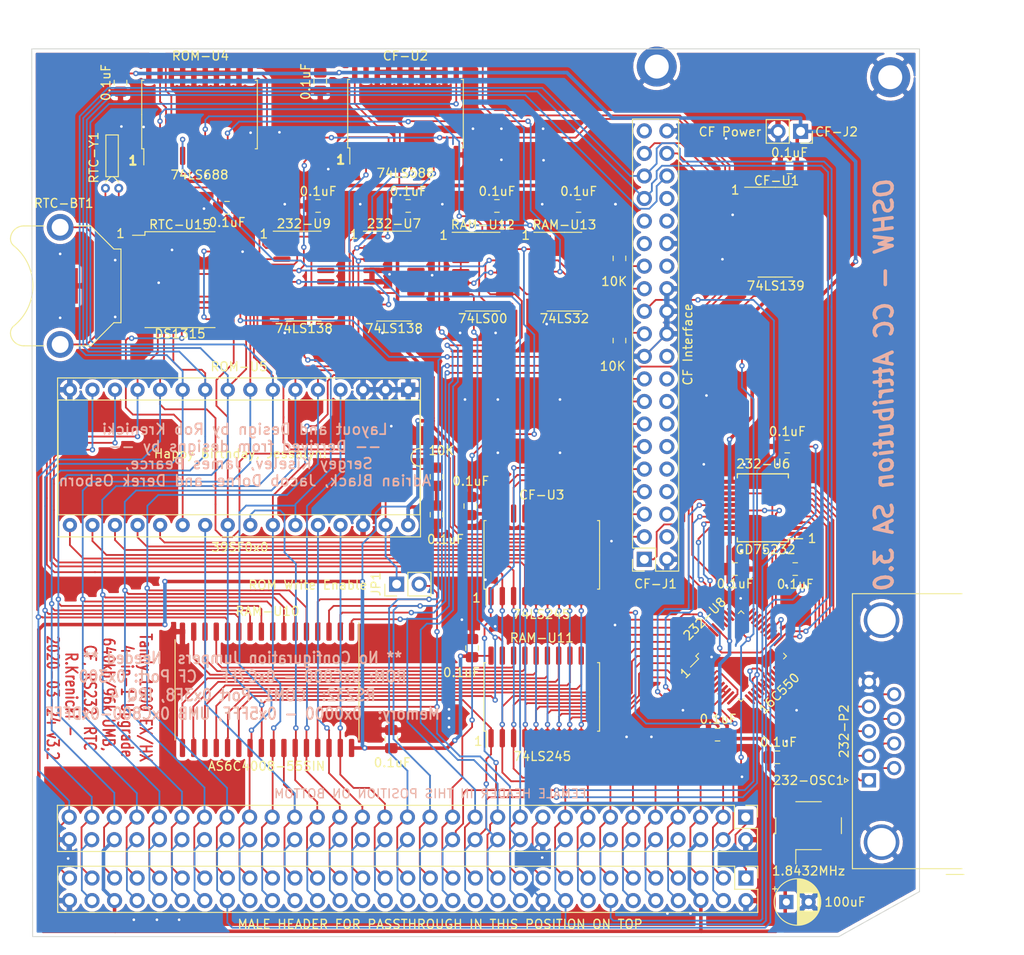
<source format=kicad_pcb>
(kicad_pcb (version 20171130) (host pcbnew "(5.1.4)-1")
  (layers (0 F.Cu signal) (31 B.Cu signal) (36 B.SilkS user) (37 F.SilkS user hide) (38 B.Mask user) (39 F.Mask user) (44 Edge.Cuts user))
  (net 0 "")
  (net 1 GND)
  (net 2 IRQ4)
  (net 3 ~IOR)
  (net 4 ~IOW)
  (net 5 ~MEMR)
  (net 6 ~MEMW)
  (net 7 D5)
  (net 8 D6)
  (net 9 D7)
  (net 10 +12V)
  (net 11 -12V)
  (net 12 D0)
  (net 13 A0)
  (net 14 A1)
  (net 15 A2)
  (net 16 A3)
  (net 17 A4)
  (net 18 A5)
  (net 19 A6)
  (net 20 A7)
  (net 21 A8)
  (net 22 A9)
  (net 23 A10)
  (net 24 A11)
  (net 25 A12)
  (net 26 A13)
  (net 27 A14)
  (net 28 A15)
  (net 29 A16)
  (net 30 A17)
  (net 31 A18)
  (net 32 A19)
  (net 33 AEN)
  (net 34 D1)
  (net 35 D2)
  (net 36 D3)
  (net 37 D4)
  (net 38 RESETDRV)
  (net 39 ~UART_CS)
  (net 40 MEMD0)
  (net 41 MEMD1)
  (net 42 MEMD2)
  (net 43 MEMD3)
  (net 44 MEMD4)
  (net 45 MEMD5)
  (net 46 MEMD6)
  (net 47 MEMD7)
  (net 48 CF_RESET)
  (net 49 CF_CS1)
  (net 50 CF_CS0)
  (net 51 ~ROM_CS)
  (net 52 +5V)
  (net 53 "Net-(232-P2-Pad9)")
  (net 54 "Net-(232-P2-Pad8)")
  (net 55 "Net-(232-P2-Pad7)")
  (net 56 "Net-(232-P2-Pad6)")
  (net 57 "Net-(232-P2-Pad4)")
  (net 58 "Net-(232-P2-Pad3)")
  (net 59 "Net-(232-P2-Pad2)")
  (net 60 "Net-(232-P2-Pad1)")
  (net 61 "Net-(232-U6-Pad19)")
  (net 62 "Net-(232-U6-Pad18)")
  (net 63 "Net-(232-U6-Pad17)")
  (net 64 "Net-(232-U6-Pad16)")
  (net 65 "Net-(232-U6-Pad15)")
  (net 66 "Net-(232-U6-Pad14)")
  (net 67 "Net-(232-U6-Pad13)")
  (net 68 "Net-(232-U6-Pad12)")
  (net 69 "Net-(232-U7-Pad15)")
  (net 70 "Net-(232-U7-Pad7)")
  (net 71 "Net-(232-U7-Pad14)")
  (net 72 "Net-(232-U7-Pad13)")
  (net 73 "Net-(232-U7-Pad12)")
  (net 74 "Net-(232-U7-Pad11)")
  (net 75 "Net-(232-U7-Pad10)")
  (net 76 "Net-(232-U7-Pad9)")
  (net 77 "Net-(232-U9-Pad15)")
  (net 78 "Net-(232-U9-Pad14)")
  (net 79 "Net-(232-U9-Pad13)")
  (net 80 "Net-(232-U9-Pad12)")
  (net 81 "Net-(232-U9-Pad11)")
  (net 82 "Net-(232-U9-Pad10)")
  (net 83 "Net-(232-U9-Pad9)")
  (net 84 "Net-(CF-U1-Pad7)")
  (net 85 "Net-(CF-U1-Pad6)")
  (net 86 "Net-(CF-U1-Pad12)")
  (net 87 "Net-(CF-U1-Pad10)")
  (net 88 "Net-(CF-U1-Pad9)")
  (net 89 "Net-(CF-U1-Pad1)")
  (net 90 "Net-(RAM-U12-Pad11)")
  (net 91 "Net-(RAM-U12-Pad3)")
  (net 92 "Net-(RAM-U12-Pad10)")
  (net 93 "Net-(RAM-U12-Pad2)")
  (net 94 "Net-(RAM-U13-Pad11)")
  (net 95 "Net-(RAM-U13-Pad8)")
  (net 96 "Net-(CF-J1-Pad39)")
  (net 97 "Net-(CF-J1-Pad34)")
  (net 98 "Net-(CF-J1-Pad32)")
  (net 99 "Net-(CF-J1-Pad31)")
  (net 100 "Net-(CF-J1-Pad29)")
  (net 101 "Net-(CF-J1-Pad28)")
  (net 102 "Net-(CF-J1-Pad27)")
  (net 103 "Net-(CF-J1-Pad21)")
  (net 104 "Net-(CF-J1-Pad18)")
  (net 105 "Net-(CF-J1-Pad16)")
  (net 106 "Net-(CF-J1-Pad14)")
  (net 107 "Net-(CF-J1-Pad12)")
  (net 108 "Net-(CF-J1-Pad10)")
  (net 109 "Net-(CF-J1-Pad8)")
  (net 110 "Net-(CF-J1-Pad6)")
  (net 111 "Net-(CF-J1-Pad4)")
  (net 112 CFD0)
  (net 113 CFD1)
  (net 114 CFD2)
  (net 115 CFD3)
  (net 116 CFD4)
  (net 117 CFD5)
  (net 118 CFD6)
  (net 119 CFD7)
  (net 120 MEM-CE)
  (net 121 "Net-(232-U8-Pad34)")
  (net 122 "Net-(232-U8-Pad23)")
  (net 123 "Net-(232-U8-Pad12)")
  (net 124 SR-A17)
  (net 125 "Net-(232-OSC1-Pad3)")
  (net 126 "Net-(CF-J1-Pad20)")
  (net 127 "Net-(232-U8-Pad31)")
  (net 128 "Net-(232-U8-Pad29)")
  (net 129 "Net-(232-U8-Pad22)")
  (net 130 "Net-(232-U8-Pad15)")
  (net 131 "Net-(JP1-Pad1)")
  (net 132 "Net-(RTC-BT1-Pad1)")
  (net 133 "Net-(RTC-U15-Pad1)")
  (net 134 "Net-(RTC-U15-Pad2)")
  (net 135 "Net-(RTC-U15-Pad15)")
  (net 136 OSC)
  (net 137 ALE)
  (net 138 DMATC)
  (net 139 FDCDACK)
  (net 140 IRQ3)
  (net 141 U54)
  (net 142 BREQ)
  (net 143 RFSH)
  (net 144 CLK)
  (net 145 REFRESH)
  (net 146 U49)
  (net 147 U48)
  (net 148 U47)
  (net 149 U46)
  (net 150 RDYIN)
  (net 151 U39)
  (net 152 U36)
  (net 153 IRQ2)
  (net 154 NMI)
  (net 155 FDCDMRQ)
  (net 156 ~RTC_CS)
  (module Tandy-IO:TANDY-PLUS-BUS (layer F.Cu) (at 185.45 136.4 270)
    (fp_text reference BUS2 hide)
    (fp_text value TANDY_BUS hide)
    (pad 62 thru_hole oval (at 2.54 76.2 270) (size 1.7 1.7) (drill 1) (layers *.Cu *.Mask) (net 1 GND))
    (pad 31 thru_hole oval (at 0 76.2 270) (size 1.7 1.7) (drill 1) (layers *.Cu *.Mask) (net 13 A0))
    (pad 61 thru_hole oval (at 2.54 73.66 270) (size 1.7 1.7) (drill 1) (layers *.Cu *.Mask) (net 136 OSC))
    (pad 30 thru_hole oval (at 0 73.66 270) (size 1.7 1.7) (drill 1) (layers *.Cu *.Mask) (net 14 A1))
    (pad 60 thru_hole oval (at 2.54 71.12 270) (size 1.7 1.7) (drill 1) (layers *.Cu *.Mask) (net 52 +5V))
    (pad 29 thru_hole oval (at 0 71.12 270) (size 1.7 1.7) (drill 1) (layers *.Cu *.Mask) (net 15 A2))
    (pad 59 thru_hole oval (at 2.54 68.58 270) (size 1.7 1.7) (drill 1) (layers *.Cu *.Mask) (net 137 ALE))
    (pad 28 thru_hole oval (at 0 68.58 270) (size 1.7 1.7) (drill 1) (layers *.Cu *.Mask) (net 16 A3))
    (pad 58 thru_hole oval (at 2.54 66.04 270) (size 1.7 1.7) (drill 1) (layers *.Cu *.Mask) (net 138 DMATC))
    (pad 27 thru_hole oval (at 0 66.04 270) (size 1.7 1.7) (drill 1) (layers *.Cu *.Mask) (net 17 A4))
    (pad 57 thru_hole oval (at 2.54 63.5 270) (size 1.7 1.7) (drill 1) (layers *.Cu *.Mask) (net 139 FDCDACK))
    (pad 26 thru_hole oval (at 0 63.5 270) (size 1.7 1.7) (drill 1) (layers *.Cu *.Mask) (net 18 A5))
    (pad 56 thru_hole oval (at 2.54 60.96 270) (size 1.7 1.7) (drill 1) (layers *.Cu *.Mask) (net 140 IRQ3))
    (pad 25 thru_hole oval (at 0 60.96 270) (size 1.7 1.7) (drill 1) (layers *.Cu *.Mask) (net 19 A6))
    (pad 55 thru_hole oval (at 2.54 58.42 270) (size 1.7 1.7) (drill 1) (layers *.Cu *.Mask) (net 2 IRQ4))
    (pad 24 thru_hole oval (at 0 58.42 270) (size 1.7 1.7) (drill 1) (layers *.Cu *.Mask) (net 20 A7))
    (pad 54 thru_hole oval (at 2.54 55.88 270) (size 1.7 1.7) (drill 1) (layers *.Cu *.Mask) (net 141 U54))
    (pad 23 thru_hole oval (at 0 55.88 270) (size 1.7 1.7) (drill 1) (layers *.Cu *.Mask) (net 21 A8))
    (pad 53 thru_hole oval (at 2.54 53.34 270) (size 1.7 1.7) (drill 1) (layers *.Cu *.Mask) (net 142 BREQ))
    (pad 22 thru_hole oval (at 0 53.34 270) (size 1.7 1.7) (drill 1) (layers *.Cu *.Mask) (net 22 A9))
    (pad 52 thru_hole oval (at 2.54 50.8 270) (size 1.7 1.7) (drill 1) (layers *.Cu *.Mask) (net 143 RFSH))
    (pad 21 thru_hole oval (at 0 50.8 270) (size 1.7 1.7) (drill 1) (layers *.Cu *.Mask) (net 23 A10))
    (pad 51 thru_hole oval (at 2.54 48.26 270) (size 1.7 1.7) (drill 1) (layers *.Cu *.Mask) (net 144 CLK))
    (pad 20 thru_hole oval (at 0 48.26 270) (size 1.7 1.7) (drill 1) (layers *.Cu *.Mask) (net 24 A11))
    (pad 50 thru_hole oval (at 2.54 45.72 270) (size 1.7 1.7) (drill 1) (layers *.Cu *.Mask) (net 145 REFRESH))
    (pad 19 thru_hole oval (at 0 45.72 270) (size 1.7 1.7) (drill 1) (layers *.Cu *.Mask) (net 25 A12))
    (pad 49 thru_hole oval (at 2.54 43.18 270) (size 1.7 1.7) (drill 1) (layers *.Cu *.Mask) (net 146 U49))
    (pad 18 thru_hole oval (at 0 43.18 270) (size 1.7 1.7) (drill 1) (layers *.Cu *.Mask) (net 26 A13))
    (pad 48 thru_hole oval (at 2.54 40.64 270) (size 1.7 1.7) (drill 1) (layers *.Cu *.Mask) (net 147 U48))
    (pad 17 thru_hole oval (at 0 40.64 270) (size 1.7 1.7) (drill 1) (layers *.Cu *.Mask) (net 27 A14))
    (pad 47 thru_hole oval (at 2.54 38.1 270) (size 1.7 1.7) (drill 1) (layers *.Cu *.Mask) (net 148 U47))
    (pad 16 thru_hole oval (at 0 38.1 270) (size 1.7 1.7) (drill 1) (layers *.Cu *.Mask) (net 28 A15))
    (pad 46 thru_hole oval (at 2.54 35.56 270) (size 1.7 1.7) (drill 1) (layers *.Cu *.Mask) (net 149 U46))
    (pad 15 thru_hole oval (at 0 35.56 270) (size 1.7 1.7) (drill 1) (layers *.Cu *.Mask) (net 29 A16))
    (pad 45 thru_hole oval (at 2.54 33.02 270) (size 1.7 1.7) (drill 1) (layers *.Cu *.Mask) (net 3 ~IOR))
    (pad 14 thru_hole oval (at 0 33.02 270) (size 1.7 1.7) (drill 1) (layers *.Cu *.Mask) (net 30 A17))
    (pad 44 thru_hole oval (at 2.54 30.48 270) (size 1.7 1.7) (drill 1) (layers *.Cu *.Mask) (net 4 ~IOW))
    (pad 13 thru_hole oval (at 0 30.48 270) (size 1.7 1.7) (drill 1) (layers *.Cu *.Mask) (net 31 A18))
    (pad 43 thru_hole oval (at 2.54 27.94 270) (size 1.7 1.7) (drill 1) (layers *.Cu *.Mask) (net 5 ~MEMR))
    (pad 12 thru_hole oval (at 0 27.94 270) (size 1.7 1.7) (drill 1) (layers *.Cu *.Mask) (net 32 A19))
    (pad 42 thru_hole oval (at 2.54 25.4 270) (size 1.7 1.7) (drill 1) (layers *.Cu *.Mask) (net 6 ~MEMW))
    (pad 11 thru_hole oval (at 0 25.4 270) (size 1.7 1.7) (drill 1) (layers *.Cu *.Mask) (net 33 AEN))
    (pad 41 thru_hole oval (at 2.54 22.86 270) (size 1.7 1.7) (drill 1) (layers *.Cu *.Mask) (net 1 GND))
    (pad 10 thru_hole oval (at 0 22.86 270) (size 1.7 1.7) (drill 1) (layers *.Cu *.Mask) (net 150 RDYIN))
    (pad 40 thru_hole oval (at 2.54 20.32 270) (size 1.7 1.7) (drill 1) (layers *.Cu *.Mask) (net 10 +12V))
    (pad 9 thru_hole oval (at 0 20.32 270) (size 1.7 1.7) (drill 1) (layers *.Cu *.Mask) (net 12 D0))
    (pad 39 thru_hole oval (at 2.54 17.78 270) (size 1.7 1.7) (drill 1) (layers *.Cu *.Mask) (net 151 U39))
    (pad 8 thru_hole oval (at 0 17.78 270) (size 1.7 1.7) (drill 1) (layers *.Cu *.Mask) (net 34 D1))
    (pad 38 thru_hole oval (at 2.54 15.24 270) (size 1.7 1.7) (drill 1) (layers *.Cu *.Mask) (net 11 -12V))
    (pad 7 thru_hole oval (at 0 15.24 270) (size 1.7 1.7) (drill 1) (layers *.Cu *.Mask) (net 35 D2))
    (pad 37 thru_hole oval (at 2.54 12.7 270) (size 1.7 1.7) (drill 1) (layers *.Cu *.Mask) (net 155 FDCDMRQ))
    (pad 6 thru_hole oval (at 0 12.7 270) (size 1.7 1.7) (drill 1) (layers *.Cu *.Mask) (net 36 D3))
    (pad 36 thru_hole oval (at 2.54 10.16 270) (size 1.7 1.7) (drill 1) (layers *.Cu *.Mask) (net 152 U36))
    (pad 5 thru_hole oval (at 0 10.16 270) (size 1.7 1.7) (drill 1) (layers *.Cu *.Mask) (net 37 D4))
    (pad 35 thru_hole oval (at 2.54 7.62 270) (size 1.7 1.7) (drill 1) (layers *.Cu *.Mask) (net 153 IRQ2))
    (pad 4 thru_hole oval (at 0 7.62 270) (size 1.7 1.7) (drill 1) (layers *.Cu *.Mask) (net 7 D5))
    (pad 34 thru_hole oval (at 2.54 5.08 270) (size 1.7 1.7) (drill 1) (layers *.Cu *.Mask) (net 52 +5V))
    (pad 3 thru_hole oval (at 0 5.08 270) (size 1.7 1.7) (drill 1) (layers *.Cu *.Mask) (net 8 D6))
    (pad 33 thru_hole oval (at 2.54 2.54 270) (size 1.7 1.7) (drill 1) (layers *.Cu *.Mask) (net 38 RESETDRV))
    (pad 2 thru_hole oval (at 0 2.54 270) (size 1.7 1.7) (drill 1) (layers *.Cu *.Mask) (net 9 D7))
    (pad 32 thru_hole oval (at 2.54 0 270) (size 1.7 1.7) (drill 1) (layers *.Cu *.Mask) (net 1 GND))
    (pad 1 thru_hole rect (at 0 0 270) (size 1.7 1.7) (drill 1) (layers *.Cu *.Mask) (net 154 NMI))
  )
  (module Battery:BatteryHolder_Keystone_3001_1x12mm (layer F.Cu) (at 108.2 69.7 270)
    (fp_text reference RTC-BT1 (at -9.3 -0.4 180) (layer F.SilkS))
    (fp_text value CR1220)
    (pad 2 smd rect (at 0 0 270) (size 4 4) (layers F.Cu F.Mask) (net 1 GND))
    (pad 1 thru_hole circle (at 6.6 0 270) (size 3 3) (drill 1.9) (layers *.Cu *.Mask) (net 132 "Net-(RTC-BT1-Pad1)"))
    (pad 1 thru_hole circle (at -6.6 0 270) (size 3 3) (drill 1.9) (layers *.Cu *.Mask) (net 132 "Net-(RTC-BT1-Pad1)"))
  )
  (module Crystal:Crystal_DS10_D1.0mm_L4.3mm_Horizontal (layer F.Cu) (at 114.8 58.7 180)
    (fp_text reference RTC-Y1 (at 2.8 3.45 90) (layer F.SilkS))
    (fp_text value 32.768kHz)
    (pad 2 thru_hole circle (at 1.5 0 180) (size 1 1) (drill 0.5) (layers *.Cu *.Mask) (net 134 "Net-(RTC-U15-Pad2)"))
    (pad 1 thru_hole circle (at 0 0 180) (size 1 1) (drill 0.5) (layers *.Cu *.Mask) (net 133 "Net-(RTC-U15-Pad1)"))
  )
  (module Package_SO:SOP-16_7.5x10.4mm_P1.27mm (layer F.Cu) (at 121.7 69)
    (fp_text reference RTC-U15 (at 0 -6.2) (layer F.SilkS))
    (fp_text value DS1315 (at 0 6.1) (layer F.SilkS))
    (pad 1 smd rect (at -4.7 -4.45) (size 1.7 0.9) (layers F.Cu F.Paste F.Mask) (net 133 "Net-(RTC-U15-Pad1)"))
    (pad 2 smd rect (at -4.7 -3.17) (size 1.7 0.9) (layers F.Cu F.Paste F.Mask) (net 134 "Net-(RTC-U15-Pad2)"))
    (pad 3 smd rect (at -4.7 -1.91) (size 1.7 0.9) (layers F.Cu F.Paste F.Mask) (net 15 A2))
    (pad 4 smd rect (at -4.7 -0.64) (size 1.7 0.9) (layers F.Cu F.Paste F.Mask) (net 132 "Net-(RTC-BT1-Pad1)"))
    (pad 5 smd rect (at -4.7 0.64) (size 1.7 0.9) (layers F.Cu F.Paste F.Mask) (net 1 GND))
    (pad 6 smd rect (at -4.7 1.91) (size 1.7 0.9) (layers F.Cu F.Paste F.Mask) (net 13 A0))
    (pad 7 smd rect (at -4.7 3.17) (size 1.7 0.9) (layers F.Cu F.Paste F.Mask) (net 12 D0))
    (pad 8 smd rect (at -4.7 4.45) (size 1.7 0.9) (layers F.Cu F.Paste F.Mask) (net 1 GND))
    (pad 9 smd rect (at 4.7 4.45) (size 1.7 0.9) (layers F.Cu F.Paste F.Mask) (net 135 "Net-(RTC-U15-Pad15)"))
    (pad 10 smd rect (at 4.7 3.17) (size 1.7 0.9) (layers F.Cu F.Paste F.Mask) (net 51 ~ROM_CS))
    (pad 11 smd rect (at 4.7 1.91) (size 1.7 0.9) (layers F.Cu F.Paste F.Mask) (net 156 ~RTC_CS))
    (pad 12 smd rect (at 4.7 0.64) (size 1.7 0.9) (layers F.Cu F.Paste F.Mask) (net 5 ~MEMR))
    (pad 13 smd rect (at 4.7 -0.64) (size 1.7 0.9) (layers F.Cu F.Paste F.Mask) (net 52 +5V))
    (pad 14 smd rect (at 4.7 -1.91) (size 1.7 0.9) (layers F.Cu F.Paste F.Mask) (net 1 GND))
    (pad 15 smd rect (at 4.7 -3.17) (size 1.7 0.9) (layers F.Cu F.Paste F.Mask) (net 135 "Net-(RTC-U15-Pad15)"))
    (pad 16 smd rect (at 4.7 -4.45) (size 1.7 0.9) (layers F.Cu F.Paste F.Mask) (net 52 +5V))
  )
  (module Capacitor_SMD:C_0805_2012Metric_Pad1.15x1.40mm_HandSolder (layer F.Cu) (at 127 60.9)
    (fp_text reference C15 hide)
    (fp_text value 0.1uF (at 0 1.65) (layer F.SilkS))
    (pad 2 smd roundrect (at 1.025 0) (size 1.15 1.4) (layers F.Cu F.Paste F.Mask) (roundrect_rratio 0.217391) (net 1 GND))
    (pad 1 smd roundrect (at -1.025 0) (size 1.15 1.4) (layers F.Cu F.Paste F.Mask) (roundrect_rratio 0.217391) (net 52 +5V))
  )
  (module Oscillator:Oscillator_SMD_SeikoEpson_SG8002CA-4Pin_7.0x5.0mm_HandSoldering (layer F.Cu) (at 192.5 130.5)
    (fp_text reference 232-OSC1 (at 0 -5.1) (layer F.SilkS))
    (fp_text value 1.8432MHz (at 0 5.1) (layer F.SilkS))
    (pad 4 smd rect (at -2.63 -2.6) (size 1.98 3) (layers F.Cu F.Paste F.Mask) (net 52 +5V))
    (pad 3 smd rect (at 2.63 -2.6) (size 1.98 3) (layers F.Cu F.Paste F.Mask) (net 125 "Net-(232-OSC1-Pad3)"))
    (pad 2 smd rect (at 2.63 2.6) (size 1.98 3) (layers F.Cu F.Paste F.Mask) (net 1 GND))
    (pad 1 smd rect (at -2.63 2.6) (size 1.98 3) (layers F.Cu F.Paste F.Mask) (net 52 +5V))
  )
  (module Package_DIP:DIP-32_W15.24mm_Socket (layer F.Cu) (at 147.4 81.4 270)
    (fp_text reference ROM-U5 (at -2.6 19.05 180) (layer F.SilkS))
    (fp_text value 39SF0x0 (at 17.75 18.95 180) (layer F.SilkS))
    (pad 32 thru_hole oval (at 15.24 0 270) (size 1.6 1.6) (drill 0.8) (layers *.Cu *.Mask) (net 52 +5V))
    (pad 16 thru_hole oval (at 0 38.1 270) (size 1.6 1.6) (drill 0.8) (layers *.Cu *.Mask) (net 1 GND))
    (pad 31 thru_hole oval (at 15.24 2.54 270) (size 1.6 1.6) (drill 0.8) (layers *.Cu *.Mask) (net 131 "Net-(JP1-Pad1)"))
    (pad 15 thru_hole oval (at 0 35.56 270) (size 1.6 1.6) (drill 0.8) (layers *.Cu *.Mask) (net 35 D2))
    (pad 30 thru_hole oval (at 15.24 5.08 270) (size 1.6 1.6) (drill 0.8) (layers *.Cu *.Mask) (net 1 GND))
    (pad 14 thru_hole oval (at 0 33.02 270) (size 1.6 1.6) (drill 0.8) (layers *.Cu *.Mask) (net 34 D1))
    (pad 29 thru_hole oval (at 15.24 7.62 270) (size 1.6 1.6) (drill 0.8) (layers *.Cu *.Mask) (net 27 A14))
    (pad 13 thru_hole oval (at 0 30.48 270) (size 1.6 1.6) (drill 0.8) (layers *.Cu *.Mask) (net 12 D0))
    (pad 28 thru_hole oval (at 15.24 10.16 270) (size 1.6 1.6) (drill 0.8) (layers *.Cu *.Mask) (net 26 A13))
    (pad 12 thru_hole oval (at 0 27.94 270) (size 1.6 1.6) (drill 0.8) (layers *.Cu *.Mask) (net 13 A0))
    (pad 27 thru_hole oval (at 15.24 12.7 270) (size 1.6 1.6) (drill 0.8) (layers *.Cu *.Mask) (net 21 A8))
    (pad 11 thru_hole oval (at 0 25.4 270) (size 1.6 1.6) (drill 0.8) (layers *.Cu *.Mask) (net 14 A1))
    (pad 26 thru_hole oval (at 15.24 15.24 270) (size 1.6 1.6) (drill 0.8) (layers *.Cu *.Mask) (net 22 A9))
    (pad 10 thru_hole oval (at 0 22.86 270) (size 1.6 1.6) (drill 0.8) (layers *.Cu *.Mask) (net 15 A2))
    (pad 25 thru_hole oval (at 15.24 17.78 270) (size 1.6 1.6) (drill 0.8) (layers *.Cu *.Mask) (net 24 A11))
    (pad 9 thru_hole oval (at 0 20.32 270) (size 1.6 1.6) (drill 0.8) (layers *.Cu *.Mask) (net 16 A3))
    (pad 24 thru_hole oval (at 15.24 20.32 270) (size 1.6 1.6) (drill 0.8) (layers *.Cu *.Mask) (net 5 ~MEMR))
    (pad 8 thru_hole oval (at 0 17.78 270) (size 1.6 1.6) (drill 0.8) (layers *.Cu *.Mask) (net 17 A4))
    (pad 23 thru_hole oval (at 15.24 22.86 270) (size 1.6 1.6) (drill 0.8) (layers *.Cu *.Mask) (net 23 A10))
    (pad 7 thru_hole oval (at 0 15.24 270) (size 1.6 1.6) (drill 0.8) (layers *.Cu *.Mask) (net 18 A5))
    (pad 22 thru_hole oval (at 15.24 25.4 270) (size 1.6 1.6) (drill 0.8) (layers *.Cu *.Mask) (net 51 ~ROM_CS))
    (pad 6 thru_hole oval (at 0 12.7 270) (size 1.6 1.6) (drill 0.8) (layers *.Cu *.Mask) (net 19 A6))
    (pad 21 thru_hole oval (at 15.24 27.94 270) (size 1.6 1.6) (drill 0.8) (layers *.Cu *.Mask) (net 9 D7))
    (pad 5 thru_hole oval (at 0 10.16 270) (size 1.6 1.6) (drill 0.8) (layers *.Cu *.Mask) (net 20 A7))
    (pad 20 thru_hole oval (at 15.24 30.48 270) (size 1.6 1.6) (drill 0.8) (layers *.Cu *.Mask) (net 8 D6))
    (pad 4 thru_hole oval (at 0 7.62 270) (size 1.6 1.6) (drill 0.8) (layers *.Cu *.Mask) (net 25 A12))
    (pad 19 thru_hole oval (at 15.24 33.02 270) (size 1.6 1.6) (drill 0.8) (layers *.Cu *.Mask) (net 7 D5))
    (pad 3 thru_hole oval (at 0 5.08 270) (size 1.6 1.6) (drill 0.8) (layers *.Cu *.Mask) (net 1 GND))
    (pad 18 thru_hole oval (at 15.24 35.56 270) (size 1.6 1.6) (drill 0.8) (layers *.Cu *.Mask) (net 37 D4))
    (pad 2 thru_hole oval (at 0 2.54 270) (size 1.6 1.6) (drill 0.8) (layers *.Cu *.Mask) (net 1 GND))
    (pad 17 thru_hole oval (at 15.24 38.1 270) (size 1.6 1.6) (drill 0.8) (layers *.Cu *.Mask) (net 36 D3))
    (pad 1 thru_hole rect (at 0 0 270) (size 1.6 1.6) (drill 0.8) (layers *.Cu *.Mask) (net 1 GND))
  )
  (module Package_SO:SSOP-32_11.305x20.495mm_P1.27mm (layer F.Cu) (at 131.5 115.2 270)
    (fp_text reference RAM-U10 (at -8.85 -0.05 180) (layer F.SilkS))
    (fp_text value AS6C4008-55SIN (at 8.6 0.05 180) (layer F.SilkS))
    (pad 32 smd roundrect (at 6.55 -9.525 270) (size 2.05 0.6) (layers F.Cu F.Paste F.Mask) (net 52 +5V))
    (pad 31 smd roundrect (at 6.55 -8.255 270) (size 2.05 0.6) (layers F.Cu F.Paste F.Mask) (net 27 A14))
    (pad 30 smd roundrect (at 6.55 -6.985 270) (size 2.05 0.6) (layers F.Cu F.Paste F.Mask) (net 26 A13))
    (pad 29 smd roundrect (at 6.55 -5.715 270) (size 2.05 0.6) (layers F.Cu F.Paste F.Mask) (net 6 ~MEMW))
    (pad 28 smd roundrect (at 6.55 -4.445 270) (size 2.05 0.6) (layers F.Cu F.Paste F.Mask) (net 25 A12))
    (pad 27 smd roundrect (at 6.55 -3.175 270) (size 2.05 0.6) (layers F.Cu F.Paste F.Mask) (net 24 A11))
    (pad 26 smd roundrect (at 6.55 -1.905 270) (size 2.05 0.6) (layers F.Cu F.Paste F.Mask) (net 23 A10))
    (pad 25 smd roundrect (at 6.55 -0.635 270) (size 2.05 0.6) (layers F.Cu F.Paste F.Mask) (net 22 A9))
    (pad 24 smd roundrect (at 6.55 0.635 270) (size 2.05 0.6) (layers F.Cu F.Paste F.Mask) (net 5 ~MEMR))
    (pad 23 smd roundrect (at 6.55 1.905 270) (size 2.05 0.6) (layers F.Cu F.Paste F.Mask) (net 21 A8))
    (pad 22 smd roundrect (at 6.55 3.175 270) (size 2.05 0.6) (layers F.Cu F.Paste F.Mask) (net 120 MEM-CE))
    (pad 21 smd roundrect (at 6.55 4.445 270) (size 2.05 0.6) (layers F.Cu F.Paste F.Mask) (net 47 MEMD7))
    (pad 20 smd roundrect (at 6.55 5.715 270) (size 2.05 0.6) (layers F.Cu F.Paste F.Mask) (net 46 MEMD6))
    (pad 19 smd roundrect (at 6.55 6.985 270) (size 2.05 0.6) (layers F.Cu F.Paste F.Mask) (net 45 MEMD5))
    (pad 18 smd roundrect (at 6.55 8.255 270) (size 2.05 0.6) (layers F.Cu F.Paste F.Mask) (net 44 MEMD4))
    (pad 17 smd roundrect (at 6.55 9.525 270) (size 2.05 0.6) (layers F.Cu F.Paste F.Mask) (net 43 MEMD3))
    (pad 16 smd roundrect (at -6.55 9.525 270) (size 2.05 0.6) (layers F.Cu F.Paste F.Mask) (net 1 GND))
    (pad 15 smd roundrect (at -6.55 8.255 270) (size 2.05 0.6) (layers F.Cu F.Paste F.Mask) (net 42 MEMD2))
    (pad 14 smd roundrect (at -6.55 6.985 270) (size 2.05 0.6) (layers F.Cu F.Paste F.Mask) (net 41 MEMD1))
    (pad 13 smd roundrect (at -6.55 5.715 270) (size 2.05 0.6) (layers F.Cu F.Paste F.Mask) (net 40 MEMD0))
    (pad 12 smd roundrect (at -6.55 4.445 270) (size 2.05 0.6) (layers F.Cu F.Paste F.Mask) (net 13 A0))
    (pad 11 smd roundrect (at -6.55 3.175 270) (size 2.05 0.6) (layers F.Cu F.Paste F.Mask) (net 14 A1))
    (pad 10 smd roundrect (at -6.55 1.905 270) (size 2.05 0.6) (layers F.Cu F.Paste F.Mask) (net 15 A2))
    (pad 9 smd roundrect (at -6.55 0.635 270) (size 2.05 0.6) (layers F.Cu F.Paste F.Mask) (net 16 A3))
    (pad 8 smd roundrect (at -6.55 -0.635 270) (size 2.05 0.6) (layers F.Cu F.Paste F.Mask) (net 17 A4))
    (pad 7 smd roundrect (at -6.55 -1.905 270) (size 2.05 0.6) (layers F.Cu F.Paste F.Mask) (net 18 A5))
    (pad 6 smd roundrect (at -6.55 -3.175 270) (size 2.05 0.6) (layers F.Cu F.Paste F.Mask) (net 19 A6))
    (pad 5 smd roundrect (at -6.55 -4.445 270) (size 2.05 0.6) (layers F.Cu F.Paste F.Mask) (net 20 A7))
    (pad 4 smd roundrect (at -6.55 -5.715 270) (size 2.05 0.6) (layers F.Cu F.Paste F.Mask) (net 28 A15))
    (pad 3 smd roundrect (at -6.55 -6.985 270) (size 2.05 0.6) (layers F.Cu F.Paste F.Mask) (net 29 A16))
    (pad 2 smd roundrect (at -6.55 -8.255 270) (size 2.05 0.6) (layers F.Cu F.Paste F.Mask) (net 124 SR-A17))
    (pad 1 smd roundrect (at -6.55 -9.525 270) (size 2.05 0.6) (layers F.Cu F.Paste F.Mask) (net 31 A18))
  )
  (module Package_SO:SOIC-20W_7.5x12.8mm_P1.27mm (layer F.Cu) (at 123.9 50.4 90)
    (fp_text reference ROM-U4 (at 6.6 0.1 180) (layer F.SilkS))
    (fp_text value 74LS688 (at -6.8 0 180) (layer F.SilkS))
    (pad 20 smd roundrect (at 4.65 -5.715 90) (size 2.05 0.6) (layers F.Cu F.Paste F.Mask) (net 52 +5V))
    (pad 19 smd roundrect (at 4.65 -4.445 90) (size 2.05 0.6) (layers F.Cu F.Paste F.Mask) (net 156 ~RTC_CS))
    (pad 18 smd roundrect (at 4.65 -3.175 90) (size 2.05 0.6) (layers F.Cu F.Paste F.Mask) (net 1 GND))
    (pad 17 smd roundrect (at 4.65 -1.905 90) (size 2.05 0.6) (layers F.Cu F.Paste F.Mask) (net 1 GND))
    (pad 16 smd roundrect (at 4.65 -0.635 90) (size 2.05 0.6) (layers F.Cu F.Paste F.Mask) (net 1 GND))
    (pad 15 smd roundrect (at 4.65 0.635 90) (size 2.05 0.6) (layers F.Cu F.Paste F.Mask) (net 1 GND))
    (pad 14 smd roundrect (at 4.65 1.905 90) (size 2.05 0.6) (layers F.Cu F.Paste F.Mask) (net 1 GND))
    (pad 13 smd roundrect (at 4.65 3.175 90) (size 2.05 0.6) (layers F.Cu F.Paste F.Mask) (net 1 GND))
    (pad 12 smd roundrect (at 4.65 4.445 90) (size 2.05 0.6) (layers F.Cu F.Paste F.Mask) (net 1 GND))
    (pad 11 smd roundrect (at 4.65 5.715 90) (size 2.05 0.6) (layers F.Cu F.Paste F.Mask) (net 28 A15))
    (pad 10 smd roundrect (at -4.65 5.715 90) (size 2.05 0.6) (layers F.Cu F.Paste F.Mask) (net 1 GND))
    (pad 9 smd roundrect (at -4.65 4.445 90) (size 2.05 0.6) (layers F.Cu F.Paste F.Mask) (net 1 GND))
    (pad 8 smd roundrect (at -4.65 3.175 90) (size 2.05 0.6) (layers F.Cu F.Paste F.Mask) (net 29 A16))
    (pad 7 smd roundrect (at -4.65 1.905 90) (size 2.05 0.6) (layers F.Cu F.Paste F.Mask) (net 1 GND))
    (pad 6 smd roundrect (at -4.65 0.635 90) (size 2.05 0.6) (layers F.Cu F.Paste F.Mask) (net 30 A17))
    (pad 5 smd roundrect (at -4.65 -0.635 90) (size 2.05 0.6) (layers F.Cu F.Paste F.Mask) (net 52 +5V))
    (pad 4 smd roundrect (at -4.65 -1.905 90) (size 2.05 0.6) (layers F.Cu F.Paste F.Mask) (net 31 A18))
    (pad 3 smd roundrect (at -4.65 -3.175 90) (size 2.05 0.6) (layers F.Cu F.Paste F.Mask) (net 52 +5V))
    (pad 2 smd roundrect (at -4.65 -4.445 90) (size 2.05 0.6) (layers F.Cu F.Paste F.Mask) (net 32 A19))
    (pad 1 smd roundrect (at -4.65 -5.715 90) (size 2.05 0.6) (layers F.Cu F.Paste F.Mask) (net 1 GND))
  )
  (module Package_SO:SOIC-20W_7.5x12.8mm_P1.27mm (layer F.Cu) (at 147.1 50.3 90)
    (fp_text reference CF-U2 (at 6.5 0 180) (layer F.SilkS))
    (fp_text value 74LS688 (at -6.7 0 180) (layer F.SilkS))
    (pad 20 smd roundrect (at 4.65 -5.715 90) (size 2.05 0.6) (layers F.Cu F.Paste F.Mask) (net 52 +5V))
    (pad 19 smd roundrect (at 4.65 -4.445 90) (size 2.05 0.6) (layers F.Cu F.Paste F.Mask) (net 89 "Net-(CF-U1-Pad1)"))
    (pad 18 smd roundrect (at 4.65 -3.175 90) (size 2.05 0.6) (layers F.Cu F.Paste F.Mask) (net 1 GND))
    (pad 17 smd roundrect (at 4.65 -1.905 90) (size 2.05 0.6) (layers F.Cu F.Paste F.Mask) (net 1 GND))
    (pad 16 smd roundrect (at 4.65 -0.635 90) (size 2.05 0.6) (layers F.Cu F.Paste F.Mask) (net 1 GND))
    (pad 15 smd roundrect (at 4.65 0.635 90) (size 2.05 0.6) (layers F.Cu F.Paste F.Mask) (net 1 GND))
    (pad 14 smd roundrect (at 4.65 1.905 90) (size 2.05 0.6) (layers F.Cu F.Paste F.Mask) (net 1 GND))
    (pad 13 smd roundrect (at 4.65 3.175 90) (size 2.05 0.6) (layers F.Cu F.Paste F.Mask) (net 1 GND))
    (pad 12 smd roundrect (at 4.65 4.445 90) (size 2.05 0.6) (layers F.Cu F.Paste F.Mask) (net 1 GND))
    (pad 11 smd roundrect (at 4.65 5.715 90) (size 2.05 0.6) (layers F.Cu F.Paste F.Mask) (net 18 A5))
    (pad 10 smd roundrect (at -4.65 5.715 90) (size 2.05 0.6) (layers F.Cu F.Paste F.Mask) (net 1 GND))
    (pad 9 smd roundrect (at -4.65 4.445 90) (size 2.05 0.6) (layers F.Cu F.Paste F.Mask) (net 1 GND))
    (pad 8 smd roundrect (at -4.65 3.175 90) (size 2.05 0.6) (layers F.Cu F.Paste F.Mask) (net 19 A6))
    (pad 7 smd roundrect (at -4.65 1.905 90) (size 2.05 0.6) (layers F.Cu F.Paste F.Mask) (net 1 GND))
    (pad 6 smd roundrect (at -4.65 0.635 90) (size 2.05 0.6) (layers F.Cu F.Paste F.Mask) (net 20 A7))
    (pad 5 smd roundrect (at -4.65 -0.635 90) (size 2.05 0.6) (layers F.Cu F.Paste F.Mask) (net 52 +5V))
    (pad 4 smd roundrect (at -4.65 -1.905 90) (size 2.05 0.6) (layers F.Cu F.Paste F.Mask) (net 21 A8))
    (pad 3 smd roundrect (at -4.65 -3.175 90) (size 2.05 0.6) (layers F.Cu F.Paste F.Mask) (net 52 +5V))
    (pad 2 smd roundrect (at -4.65 -4.445 90) (size 2.05 0.6) (layers F.Cu F.Paste F.Mask) (net 22 A9))
    (pad 1 smd roundrect (at -4.65 -5.715 90) (size 2.05 0.6) (layers F.Cu F.Paste F.Mask) (net 33 AEN))
  )
  (module Package_SO:SOIC-20W_7.5x12.8mm_P1.27mm (layer F.Cu) (at 162.45 116 90)
    (fp_text reference RAM-U11 (at 6.65 0 180) (layer F.SilkS))
    (fp_text value 74LS245 (at -6.7 0.05 180) (layer F.SilkS))
    (pad 20 smd roundrect (at 4.65 -5.715 90) (size 2.05 0.6) (layers F.Cu F.Paste F.Mask) (net 52 +5V))
    (pad 19 smd roundrect (at 4.65 -4.445 90) (size 2.05 0.6) (layers F.Cu F.Paste F.Mask) (net 120 MEM-CE))
    (pad 18 smd roundrect (at 4.65 -3.175 90) (size 2.05 0.6) (layers F.Cu F.Paste F.Mask) (net 40 MEMD0))
    (pad 17 smd roundrect (at 4.65 -1.905 90) (size 2.05 0.6) (layers F.Cu F.Paste F.Mask) (net 41 MEMD1))
    (pad 16 smd roundrect (at 4.65 -0.635 90) (size 2.05 0.6) (layers F.Cu F.Paste F.Mask) (net 42 MEMD2))
    (pad 15 smd roundrect (at 4.65 0.635 90) (size 2.05 0.6) (layers F.Cu F.Paste F.Mask) (net 43 MEMD3))
    (pad 14 smd roundrect (at 4.65 1.905 90) (size 2.05 0.6) (layers F.Cu F.Paste F.Mask) (net 44 MEMD4))
    (pad 13 smd roundrect (at 4.65 3.175 90) (size 2.05 0.6) (layers F.Cu F.Paste F.Mask) (net 45 MEMD5))
    (pad 12 smd roundrect (at 4.65 4.445 90) (size 2.05 0.6) (layers F.Cu F.Paste F.Mask) (net 46 MEMD6))
    (pad 11 smd roundrect (at 4.65 5.715 90) (size 2.05 0.6) (layers F.Cu F.Paste F.Mask) (net 47 MEMD7))
    (pad 10 smd roundrect (at -4.65 5.715 90) (size 2.05 0.6) (layers F.Cu F.Paste F.Mask) (net 1 GND))
    (pad 9 smd roundrect (at -4.65 4.445 90) (size 2.05 0.6) (layers F.Cu F.Paste F.Mask) (net 9 D7))
    (pad 8 smd roundrect (at -4.65 3.175 90) (size 2.05 0.6) (layers F.Cu F.Paste F.Mask) (net 8 D6))
    (pad 7 smd roundrect (at -4.65 1.905 90) (size 2.05 0.6) (layers F.Cu F.Paste F.Mask) (net 7 D5))
    (pad 6 smd roundrect (at -4.65 0.635 90) (size 2.05 0.6) (layers F.Cu F.Paste F.Mask) (net 37 D4))
    (pad 5 smd roundrect (at -4.65 -0.635 90) (size 2.05 0.6) (layers F.Cu F.Paste F.Mask) (net 36 D3))
    (pad 4 smd roundrect (at -4.65 -1.905 90) (size 2.05 0.6) (layers F.Cu F.Paste F.Mask) (net 35 D2))
    (pad 3 smd roundrect (at -4.65 -3.175 90) (size 2.05 0.6) (layers F.Cu F.Paste F.Mask) (net 34 D1))
    (pad 2 smd roundrect (at -4.65 -4.445 90) (size 2.05 0.6) (layers F.Cu F.Paste F.Mask) (net 12 D0))
    (pad 1 smd roundrect (at -4.65 -5.715 90) (size 2.05 0.6) (layers F.Cu F.Paste F.Mask) (net 5 ~MEMR))
  )
  (module Connector_PinHeader_2.54mm:PinHeader_1x02_P2.54mm_Vertical (layer F.Cu) (at 146.1 103.3 90)
    (fp_text reference JP1 (at 0 -2.33 90) (layer F.SilkS))
    (fp_text value Jumper)
    (pad 2 thru_hole oval (at 0 2.54 90) (size 1.7 1.7) (drill 1) (layers *.Cu *.Mask) (net 6 ~MEMW))
    (pad 1 thru_hole rect (at 0 0 90) (size 1.7 1.7) (drill 1) (layers *.Cu *.Mask) (net 131 "Net-(JP1-Pad1)"))
  )
  (module Resistor_SMD:R_0805_2012Metric_Pad1.15x1.40mm_HandSolder (layer F.Cu) (at 171.2 75.86 90)
    (fp_text reference R3 hide)
    (fp_text value 10K (at -2.89 -0.75 180) (layer F.SilkS))
    (pad 2 smd roundrect (at 1.025 0 90) (size 1.15 1.4) (layers F.Cu F.Paste F.Mask) (roundrect_rratio 0.217391) (net 103 "Net-(CF-J1-Pad21)"))
    (pad 1 smd roundrect (at -1.025 0 90) (size 1.15 1.4) (layers F.Cu F.Paste F.Mask) (roundrect_rratio 0.217391) (net 1 GND))
  )
  (module Resistor_SMD:R_0805_2012Metric_Pad1.15x1.40mm_HandSolder (layer F.Cu) (at 171.2 66.6 270)
    (fp_text reference R2 hide)
    (fp_text value 10K (at 2.6 0.6 180) (layer F.SilkS))
    (pad 2 smd roundrect (at 1.025 0 270) (size 1.15 1.4) (layers F.Cu F.Paste F.Mask) (roundrect_rratio 0.217391) (net 102 "Net-(CF-J1-Pad27)"))
    (pad 1 smd roundrect (at -1.025 0 270) (size 1.15 1.4) (layers F.Cu F.Paste F.Mask) (roundrect_rratio 0.217391) (net 52 +5V))
  )
  (module Resistor_SMD:R_0805_2012Metric_Pad1.15x1.40mm_HandSolder (layer F.Cu) (at 150.6 91.2 90)
    (fp_text reference R1 hide)
    (fp_text value 10K (at 2.95 0.55 180) (layer F.SilkS))
    (pad 2 smd roundrect (at 1.025 0 90) (size 1.15 1.4) (layers F.Cu F.Paste F.Mask) (roundrect_rratio 0.217391) (net 131 "Net-(JP1-Pad1)"))
    (pad 1 smd roundrect (at -1.025 0 90) (size 1.15 1.4) (layers F.Cu F.Paste F.Mask) (roundrect_rratio 0.217391) (net 52 +5V))
  )
  (module Capacitor_SMD:C_0805_2012Metric_Pad1.15x1.40mm_HandSolder (layer F.Cu) (at 190.1 87.8)
    (fp_text reference C16 hide)
    (fp_text value 0.1uF (at 0 -1.7) (layer F.SilkS))
    (pad 2 smd roundrect (at 1.025 0) (size 1.15 1.4) (layers F.Cu F.Paste F.Mask) (roundrect_rratio 0.217391) (net 11 -12V))
    (pad 1 smd roundrect (at -1.025 0) (size 1.15 1.4) (layers F.Cu F.Paste F.Mask) (roundrect_rratio 0.217391) (net 1 GND))
  )
  (module Capacitor_SMD:C_0805_2012Metric_Pad1.15x1.40mm_HandSolder (layer F.Cu) (at 191 101.6 180)
    (fp_text reference C17 hide)
    (fp_text value 0.1uF (at 0 -1.7) (layer F.SilkS))
    (pad 2 smd roundrect (at 1.025 0 180) (size 1.15 1.4) (layers F.Cu F.Paste F.Mask) (roundrect_rratio 0.217391) (net 1 GND))
    (pad 1 smd roundrect (at -1.025 0 180) (size 1.15 1.4) (layers F.Cu F.Paste F.Mask) (roundrect_rratio 0.217391) (net 10 +12V))
  )
  (module Capacitor_SMD:C_0805_2012Metric_Pad1.15x1.40mm_HandSolder (layer F.Cu) (at 189 122.8)
    (fp_text reference C14 hide)
    (fp_text value 0.1uF (at 0.1 -1.7) (layer F.SilkS))
    (pad 1 smd roundrect (at -1.025 0) (size 1.15 1.4) (layers F.Cu F.Paste F.Mask) (roundrect_rratio 0.217391) (net 52 +5V))
    (pad 2 smd roundrect (at 1.025 0) (size 1.15 1.4) (layers F.Cu F.Paste F.Mask) (roundrect_rratio 0.217391) (net 1 GND))
  )
  (module Capacitor_SMD:C_0805_2012Metric_Pad1.15x1.40mm_HandSolder (layer F.Cu) (at 166.6 60.7 180)
    (fp_text reference C13 hide)
    (fp_text value 0.1uF (at 0 1.65) (layer F.SilkS))
    (pad 2 smd roundrect (at 1.025 0 180) (size 1.15 1.4) (layers F.Cu F.Paste F.Mask) (roundrect_rratio 0.217391) (net 1 GND))
    (pad 1 smd roundrect (at -1.025 0 180) (size 1.15 1.4) (layers F.Cu F.Paste F.Mask) (roundrect_rratio 0.217391) (net 52 +5V))
  )
  (module Capacitor_SMD:C_0805_2012Metric_Pad1.15x1.40mm_HandSolder (layer F.Cu) (at 157.4 60.7 180)
    (fp_text reference C12 hide)
    (fp_text value 0.1uF (at 0 1.65) (layer F.SilkS))
    (pad 2 smd roundrect (at 1.025 0 180) (size 1.15 1.4) (layers F.Cu F.Paste F.Mask) (roundrect_rratio 0.217391) (net 1 GND))
    (pad 1 smd roundrect (at -1.025 0 180) (size 1.15 1.4) (layers F.Cu F.Paste F.Mask) (roundrect_rratio 0.217391) (net 52 +5V))
  )
  (module Capacitor_SMD:C_0805_2012Metric_Pad1.15x1.40mm_HandSolder (layer F.Cu) (at 154.6 110.5 90)
    (fp_text reference C11 hide)
    (fp_text value 0.1uF (at -2.75 -1.2 180) (layer F.SilkS))
    (pad 2 smd roundrect (at 1.025 0 90) (size 1.15 1.4) (layers F.Cu F.Paste F.Mask) (roundrect_rratio 0.217391) (net 1 GND))
    (pad 1 smd roundrect (at -1.025 0 90) (size 1.15 1.4) (layers F.Cu F.Paste F.Mask) (roundrect_rratio 0.217391) (net 52 +5V))
  )
  (module Capacitor_SMD:C_0805_2012Metric_Pad1.15x1.40mm_HandSolder (layer F.Cu) (at 145.5 120.75 90)
    (fp_text reference C10 hide)
    (fp_text value 0.1uF (at -2.65 0.1 180) (layer F.SilkS))
    (pad 2 smd roundrect (at 1.025 0 90) (size 1.15 1.4) (layers F.Cu F.Paste F.Mask) (roundrect_rratio 0.217391) (net 1 GND))
    (pad 1 smd roundrect (at -1.025 0 90) (size 1.15 1.4) (layers F.Cu F.Paste F.Mask) (roundrect_rratio 0.217391) (net 52 +5V))
  )
  (module Capacitor_SMD:C_0805_2012Metric_Pad1.15x1.40mm_HandSolder (layer F.Cu) (at 137.25 60.7 180)
    (fp_text reference C9 hide)
    (fp_text value 0.1uF (at 0 1.65) (layer F.SilkS))
    (pad 2 smd roundrect (at 1.025 0 180) (size 1.15 1.4) (layers F.Cu F.Paste F.Mask) (roundrect_rratio 0.217391) (net 1 GND))
    (pad 1 smd roundrect (at -1.025 0 180) (size 1.15 1.4) (layers F.Cu F.Paste F.Mask) (roundrect_rratio 0.217391) (net 52 +5V))
  )
  (module Capacitor_SMD:C_0805_2012Metric_Pad1.15x1.40mm_HandSolder (layer F.Cu) (at 182.25 120.25 180)
    (fp_text reference C8 hide)
    (fp_text value 0.1uF (at -0.05 1.75) (layer F.SilkS))
    (pad 2 smd roundrect (at 1.025 0 180) (size 1.15 1.4) (layers F.Cu F.Paste F.Mask) (roundrect_rratio 0.217391) (net 1 GND))
    (pad 1 smd roundrect (at -1.025 0 180) (size 1.15 1.4) (layers F.Cu F.Paste F.Mask) (roundrect_rratio 0.217391) (net 52 +5V))
  )
  (module Capacitor_SMD:C_0805_2012Metric_Pad1.15x1.40mm_HandSolder (layer F.Cu) (at 147.4 60.7 180)
    (fp_text reference C7 hide)
    (fp_text value 0.1uF (at 0 1.65) (layer F.SilkS))
    (pad 2 smd roundrect (at 1.025 0 180) (size 1.15 1.4) (layers F.Cu F.Paste F.Mask) (roundrect_rratio 0.217391) (net 1 GND))
    (pad 1 smd roundrect (at -1.025 0 180) (size 1.15 1.4) (layers F.Cu F.Paste F.Mask) (roundrect_rratio 0.217391) (net 52 +5V))
  )
  (module Capacitor_SMD:C_0805_2012Metric_Pad1.15x1.40mm_HandSolder (layer F.Cu) (at 184.225 101.6)
    (fp_text reference C6 hide)
    (fp_text value 0.1uF (at 0 1.65) (layer F.SilkS))
    (pad 2 smd roundrect (at 1.025 0) (size 1.15 1.4) (layers F.Cu F.Paste F.Mask) (roundrect_rratio 0.217391) (net 1 GND))
    (pad 1 smd roundrect (at -1.025 0) (size 1.15 1.4) (layers F.Cu F.Paste F.Mask) (roundrect_rratio 0.217391) (net 52 +5V))
  )
  (module Capacitor_SMD:C_0805_2012Metric_Pad1.15x1.40mm_HandSolder (layer F.Cu) (at 150.6 95.475 270)
    (fp_text reference C5 hide)
    (fp_text value 0.1uF (at 2.775 -1 180) (layer F.SilkS))
    (pad 2 smd roundrect (at 1.025 0 270) (size 1.15 1.4) (layers F.Cu F.Paste F.Mask) (roundrect_rratio 0.217391) (net 1 GND))
    (pad 1 smd roundrect (at -1.025 0 270) (size 1.15 1.4) (layers F.Cu F.Paste F.Mask) (roundrect_rratio 0.217391) (net 52 +5V))
  )
  (module Capacitor_SMD:C_0805_2012Metric_Pad1.15x1.40mm_HandSolder (layer F.Cu) (at 115 46.8 270)
    (fp_text reference C4 hide)
    (fp_text value 0.1uF (at 0 1.65 90) (layer F.SilkS))
    (pad 2 smd roundrect (at 1.025 0 270) (size 1.15 1.4) (layers F.Cu F.Paste F.Mask) (roundrect_rratio 0.217391) (net 1 GND))
    (pad 1 smd roundrect (at -1.025 0 270) (size 1.15 1.4) (layers F.Cu F.Paste F.Mask) (roundrect_rratio 0.217391) (net 52 +5V))
  )
  (module Capacitor_SMD:C_0805_2012Metric_Pad1.15x1.40mm_HandSolder (layer F.Cu) (at 154.4 94.5 90)
    (fp_text reference C3 hide)
    (fp_text value 0.1uF (at 2.8 0.05 180) (layer F.SilkS))
    (pad 2 smd roundrect (at 1.025 0 90) (size 1.15 1.4) (layers F.Cu F.Paste F.Mask) (roundrect_rratio 0.217391) (net 1 GND))
    (pad 1 smd roundrect (at -1.025 0 90) (size 1.15 1.4) (layers F.Cu F.Paste F.Mask) (roundrect_rratio 0.217391) (net 52 +5V))
  )
  (module Capacitor_SMD:C_0805_2012Metric_Pad1.15x1.40mm_HandSolder (layer F.Cu) (at 137.5 46.7 270)
    (fp_text reference C2 hide)
    (fp_text value 0.1uF (at 0 1.65 90) (layer F.SilkS))
    (pad 2 smd roundrect (at 1.025 0 270) (size 1.15 1.4) (layers F.Cu F.Paste F.Mask) (roundrect_rratio 0.217391) (net 1 GND))
    (pad 1 smd roundrect (at -1.025 0 270) (size 1.15 1.4) (layers F.Cu F.Paste F.Mask) (roundrect_rratio 0.217391) (net 52 +5V))
  )
  (module Capacitor_SMD:C_0805_2012Metric_Pad1.15x1.40mm_HandSolder (layer F.Cu) (at 190.35 56.35 180)
    (fp_text reference C1 hide)
    (fp_text value 0.1uF (at 0 1.65) (layer F.SilkS))
    (pad 2 smd roundrect (at 1.025 0 180) (size 1.15 1.4) (layers F.Cu F.Paste F.Mask) (roundrect_rratio 0.217391) (net 1 GND))
    (pad 1 smd roundrect (at -1.025 0 180) (size 1.15 1.4) (layers F.Cu F.Paste F.Mask) (roundrect_rratio 0.217391) (net 52 +5V))
  )
  (module Package_SO:SSOP-20_5.3x7.2mm_P0.65mm (layer F.Cu) (at 187.35 94.7 180)
    (fp_text reference 232-U6 (at -0.05 4.95) (layer F.SilkS))
    (fp_text value GD75232 (at -0.3 -4.7) (layer F.SilkS))
    (pad 20 smd rect (at 3.6 -2.925 180) (size 1.75 0.45) (layers F.Cu F.Paste F.Mask) (net 52 +5V))
    (pad 19 smd rect (at 3.6 -2.275 180) (size 1.75 0.45) (layers F.Cu F.Paste F.Mask) (net 61 "Net-(232-U6-Pad19)"))
    (pad 18 smd rect (at 3.6 -1.625 180) (size 1.75 0.45) (layers F.Cu F.Paste F.Mask) (net 62 "Net-(232-U6-Pad18)"))
    (pad 17 smd rect (at 3.6 -0.975 180) (size 1.75 0.45) (layers F.Cu F.Paste F.Mask) (net 63 "Net-(232-U6-Pad17)"))
    (pad 16 smd rect (at 3.6 -0.325 180) (size 1.75 0.45) (layers F.Cu F.Paste F.Mask) (net 64 "Net-(232-U6-Pad16)"))
    (pad 15 smd rect (at 3.6 0.325 180) (size 1.75 0.45) (layers F.Cu F.Paste F.Mask) (net 65 "Net-(232-U6-Pad15)"))
    (pad 14 smd rect (at 3.6 0.975 180) (size 1.75 0.45) (layers F.Cu F.Paste F.Mask) (net 66 "Net-(232-U6-Pad14)"))
    (pad 13 smd rect (at 3.6 1.625 180) (size 1.75 0.45) (layers F.Cu F.Paste F.Mask) (net 67 "Net-(232-U6-Pad13)"))
    (pad 12 smd rect (at 3.6 2.275 180) (size 1.75 0.45) (layers F.Cu F.Paste F.Mask) (net 68 "Net-(232-U6-Pad12)"))
    (pad 11 smd rect (at 3.6 2.925 180) (size 1.75 0.45) (layers F.Cu F.Paste F.Mask) (net 1 GND))
    (pad 10 smd rect (at -3.6 2.925 180) (size 1.75 0.45) (layers F.Cu F.Paste F.Mask) (net 11 -12V))
    (pad 9 smd rect (at -3.6 2.275 180) (size 1.75 0.45) (layers F.Cu F.Paste F.Mask) (net 53 "Net-(232-P2-Pad9)"))
    (pad 8 smd rect (at -3.6 1.625 180) (size 1.75 0.45) (layers F.Cu F.Paste F.Mask) (net 57 "Net-(232-P2-Pad4)"))
    (pad 7 smd rect (at -3.6 0.975 180) (size 1.75 0.45) (layers F.Cu F.Paste F.Mask) (net 54 "Net-(232-P2-Pad8)"))
    (pad 6 smd rect (at -3.6 0.325 180) (size 1.75 0.45) (layers F.Cu F.Paste F.Mask) (net 58 "Net-(232-P2-Pad3)"))
    (pad 5 smd rect (at -3.6 -0.325 180) (size 1.75 0.45) (layers F.Cu F.Paste F.Mask) (net 55 "Net-(232-P2-Pad7)"))
    (pad 4 smd rect (at -3.6 -0.975 180) (size 1.75 0.45) (layers F.Cu F.Paste F.Mask) (net 59 "Net-(232-P2-Pad2)"))
    (pad 3 smd rect (at -3.6 -1.625 180) (size 1.75 0.45) (layers F.Cu F.Paste F.Mask) (net 56 "Net-(232-P2-Pad6)"))
    (pad 2 smd rect (at -3.6 -2.275 180) (size 1.75 0.45) (layers F.Cu F.Paste F.Mask) (net 60 "Net-(232-P2-Pad1)"))
    (pad 1 smd rect (at -3.6 -2.925 180) (size 1.75 0.45) (layers F.Cu F.Paste F.Mask) (net 10 +12V))
  )
  (module Package_QFP:LQFP-48_7x7mm_P0.5mm (layer F.Cu) (at 184.9 111.4 45)
    (fp_text reference 232-U8 (at 0.070711 -5.868986 45) (layer F.SilkS))
    (fp_text value 16C550 (at 0.070711 6.010408 45) (layer F.SilkS))
    (pad 1 smd roundrect (at -4.1625 -2.75 45) (size 1.475 0.3) (layers F.Cu F.Paste F.Mask))
    (pad 2 smd roundrect (at -4.1625 -2.25 45) (size 1.475 0.3) (layers F.Cu F.Paste F.Mask) (net 7 D5))
    (pad 3 smd roundrect (at -4.1625 -1.75 45) (size 1.475 0.3) (layers F.Cu F.Paste F.Mask) (net 8 D6))
    (pad 4 smd roundrect (at -4.1625 -1.25 45) (size 1.475 0.3) (layers F.Cu F.Paste F.Mask) (net 9 D7))
    (pad 5 smd roundrect (at -4.1625 -0.75 45) (size 1.475 0.3) (layers F.Cu F.Paste F.Mask) (net 123 "Net-(232-U8-Pad12)"))
    (pad 6 smd roundrect (at -4.1625 -0.25 45) (size 1.475 0.3) (layers F.Cu F.Paste F.Mask))
    (pad 7 smd roundrect (at -4.1625 0.25 45) (size 1.475 0.3) (layers F.Cu F.Paste F.Mask) (net 63 "Net-(232-U6-Pad17)"))
    (pad 8 smd roundrect (at -4.1625 0.75 45) (size 1.475 0.3) (layers F.Cu F.Paste F.Mask) (net 65 "Net-(232-U6-Pad15)"))
    (pad 9 smd roundrect (at -4.1625 1.25 45) (size 1.475 0.3) (layers F.Cu F.Paste F.Mask) (net 52 +5V))
    (pad 10 smd roundrect (at -4.1625 1.75 45) (size 1.475 0.3) (layers F.Cu F.Paste F.Mask) (net 52 +5V))
    (pad 11 smd roundrect (at -4.1625 2.25 45) (size 1.475 0.3) (layers F.Cu F.Paste F.Mask) (net 39 ~UART_CS))
    (pad 12 smd roundrect (at -4.1625 2.75 45) (size 1.475 0.3) (layers F.Cu F.Paste F.Mask) (net 123 "Net-(232-U8-Pad12)"))
    (pad 13 smd roundrect (at -2.75 4.1625 45) (size 0.3 1.475) (layers F.Cu F.Paste F.Mask))
    (pad 14 smd roundrect (at -2.25 4.1625 45) (size 0.3 1.475) (layers F.Cu F.Paste F.Mask) (net 125 "Net-(232-OSC1-Pad3)"))
    (pad 15 smd roundrect (at -1.75 4.1625 45) (size 0.3 1.475) (layers F.Cu F.Paste F.Mask) (net 130 "Net-(232-U8-Pad15)"))
    (pad 16 smd roundrect (at -1.25 4.1625 45) (size 0.3 1.475) (layers F.Cu F.Paste F.Mask) (net 4 ~IOW))
    (pad 17 smd roundrect (at -0.75 4.1625 45) (size 0.3 1.475) (layers F.Cu F.Paste F.Mask) (net 1 GND))
    (pad 18 smd roundrect (at -0.25 4.1625 45) (size 0.3 1.475) (layers F.Cu F.Paste F.Mask) (net 1 GND))
    (pad 19 smd roundrect (at 0.25 4.1625 45) (size 0.3 1.475) (layers F.Cu F.Paste F.Mask) (net 3 ~IOR))
    (pad 20 smd roundrect (at 0.75 4.1625 45) (size 0.3 1.475) (layers F.Cu F.Paste F.Mask) (net 1 GND))
    (pad 21 smd roundrect (at 1.25 4.1625 45) (size 0.3 1.475) (layers F.Cu F.Paste F.Mask))
    (pad 22 smd roundrect (at 1.75 4.1625 45) (size 0.3 1.475) (layers F.Cu F.Paste F.Mask) (net 129 "Net-(232-U8-Pad22)"))
    (pad 23 smd roundrect (at 2.25 4.1625 45) (size 0.3 1.475) (layers F.Cu F.Paste F.Mask) (net 122 "Net-(232-U8-Pad23)"))
    (pad 24 smd roundrect (at 2.75 4.1625 45) (size 0.3 1.475) (layers F.Cu F.Paste F.Mask) (net 1 GND))
    (pad 25 smd roundrect (at 4.1625 2.75 45) (size 1.475 0.3) (layers F.Cu F.Paste F.Mask))
    (pad 26 smd roundrect (at 4.1625 2.25 45) (size 1.475 0.3) (layers F.Cu F.Paste F.Mask) (net 15 A2))
    (pad 27 smd roundrect (at 4.1625 1.75 45) (size 1.475 0.3) (layers F.Cu F.Paste F.Mask) (net 14 A1))
    (pad 28 smd roundrect (at 4.1625 1.25 45) (size 1.475 0.3) (layers F.Cu F.Paste F.Mask) (net 13 A0))
    (pad 29 smd roundrect (at 4.1625 0.75 45) (size 1.475 0.3) (layers F.Cu F.Paste F.Mask) (net 128 "Net-(232-U8-Pad29)"))
    (pad 30 smd roundrect (at 4.1625 0.25 45) (size 1.475 0.3) (layers F.Cu F.Paste F.Mask) (net 2 IRQ4))
    (pad 31 smd roundrect (at 4.1625 -0.25 45) (size 1.475 0.3) (layers F.Cu F.Paste F.Mask) (net 127 "Net-(232-U8-Pad31)"))
    (pad 32 smd roundrect (at 4.1625 -0.75 45) (size 1.475 0.3) (layers F.Cu F.Paste F.Mask) (net 64 "Net-(232-U6-Pad16)"))
    (pad 33 smd roundrect (at 4.1625 -1.25 45) (size 1.475 0.3) (layers F.Cu F.Paste F.Mask) (net 67 "Net-(232-U6-Pad13)"))
    (pad 34 smd roundrect (at 4.1625 -1.75 45) (size 1.475 0.3) (layers F.Cu F.Paste F.Mask) (net 121 "Net-(232-U8-Pad34)"))
    (pad 35 smd roundrect (at 4.1625 -2.25 45) (size 1.475 0.3) (layers F.Cu F.Paste F.Mask) (net 38 RESETDRV))
    (pad 36 smd roundrect (at 4.1625 -2.75 45) (size 1.475 0.3) (layers F.Cu F.Paste F.Mask))
    (pad 37 smd roundrect (at 2.75 -4.1625 45) (size 0.3 1.475) (layers F.Cu F.Paste F.Mask))
    (pad 38 smd roundrect (at 2.25 -4.1625 45) (size 0.3 1.475) (layers F.Cu F.Paste F.Mask) (net 66 "Net-(232-U6-Pad14)"))
    (pad 39 smd roundrect (at 1.75 -4.1625 45) (size 0.3 1.475) (layers F.Cu F.Paste F.Mask) (net 62 "Net-(232-U6-Pad18)"))
    (pad 40 smd roundrect (at 1.25 -4.1625 45) (size 0.3 1.475) (layers F.Cu F.Paste F.Mask) (net 61 "Net-(232-U6-Pad19)"))
    (pad 41 smd roundrect (at 0.75 -4.1625 45) (size 0.3 1.475) (layers F.Cu F.Paste F.Mask) (net 68 "Net-(232-U6-Pad12)"))
    (pad 42 smd roundrect (at 0.25 -4.1625 45) (size 0.3 1.475) (layers F.Cu F.Paste F.Mask) (net 52 +5V))
    (pad 43 smd roundrect (at -0.25 -4.1625 45) (size 0.3 1.475) (layers F.Cu F.Paste F.Mask) (net 12 D0))
    (pad 44 smd roundrect (at -0.75 -4.1625 45) (size 0.3 1.475) (layers F.Cu F.Paste F.Mask) (net 34 D1))
    (pad 45 smd roundrect (at -1.25 -4.1625 45) (size 0.3 1.475) (layers F.Cu F.Paste F.Mask) (net 35 D2))
    (pad 46 smd roundrect (at -1.75 -4.1625 45) (size 0.3 1.475) (layers F.Cu F.Paste F.Mask) (net 36 D3))
    (pad 47 smd roundrect (at -2.25 -4.1625 45) (size 0.3 1.475) (layers F.Cu F.Paste F.Mask) (net 37 D4))
    (pad 48 smd roundrect (at -2.75 -4.1625 45) (size 0.3 1.475) (layers F.Cu F.Paste F.Mask))
  )
  (module Package_SO:SOIC-16_3.9x9.9mm_P1.27mm (layer F.Cu) (at 188.75 63.65)
    (fp_text reference CF-U1 (at 0.15 -5.8) (layer F.SilkS))
    (fp_text value 74LS139 (at 0.05 6.05 -180) (layer F.SilkS))
    (pad 16 smd roundrect (at 2.475 -4.445) (size 1.95 0.6) (layers F.Cu F.Paste F.Mask) (net 52 +5V))
    (pad 15 smd roundrect (at 2.475 -3.175) (size 1.95 0.6) (layers F.Cu F.Paste F.Mask) (net 1 GND))
    (pad 14 smd roundrect (at 2.475 -1.905) (size 1.95 0.6) (layers F.Cu F.Paste F.Mask) (net 38 RESETDRV))
    (pad 13 smd roundrect (at 2.475 -0.635) (size 1.95 0.6) (layers F.Cu F.Paste F.Mask) (net 1 GND))
    (pad 12 smd roundrect (at 2.475 0.635) (size 1.95 0.6) (layers F.Cu F.Paste F.Mask) (net 86 "Net-(CF-U1-Pad12)"))
    (pad 11 smd roundrect (at 2.475 1.905) (size 1.95 0.6) (layers F.Cu F.Paste F.Mask) (net 48 CF_RESET))
    (pad 10 smd roundrect (at 2.475 3.175) (size 1.95 0.6) (layers F.Cu F.Paste F.Mask) (net 87 "Net-(CF-U1-Pad10)"))
    (pad 9 smd roundrect (at 2.475 4.445) (size 1.95 0.6) (layers F.Cu F.Paste F.Mask) (net 88 "Net-(CF-U1-Pad9)"))
    (pad 8 smd roundrect (at -2.475 4.445) (size 1.95 0.6) (layers F.Cu F.Paste F.Mask) (net 1 GND))
    (pad 7 smd roundrect (at -2.475 3.175) (size 1.95 0.6) (layers F.Cu F.Paste F.Mask) (net 84 "Net-(CF-U1-Pad7)"))
    (pad 6 smd roundrect (at -2.475 1.905) (size 1.95 0.6) (layers F.Cu F.Paste F.Mask) (net 85 "Net-(CF-U1-Pad6)"))
    (pad 5 smd roundrect (at -2.475 0.635) (size 1.95 0.6) (layers F.Cu F.Paste F.Mask) (net 49 CF_CS1))
    (pad 4 smd roundrect (at -2.475 -0.635) (size 1.95 0.6) (layers F.Cu F.Paste F.Mask) (net 50 CF_CS0))
    (pad 3 smd roundrect (at -2.475 -1.905) (size 1.95 0.6) (layers F.Cu F.Paste F.Mask) (net 1 GND))
    (pad 2 smd roundrect (at -2.475 -3.175) (size 1.95 0.6) (layers F.Cu F.Paste F.Mask) (net 17 A4))
    (pad 1 smd roundrect (at -2.475 -4.445) (size 1.95 0.6) (layers F.Cu F.Paste F.Mask) (net 89 "Net-(CF-U1-Pad1)"))
  )
  (module Package_SO:SOIC-20W_7.5x12.8mm_P1.27mm (layer F.Cu) (at 162.45 100 90)
    (fp_text reference CF-U3 (at 6.75 0 180) (layer F.SilkS))
    (fp_text value 74LS245 (at -6.7 -0.05 180) (layer F.SilkS))
    (pad 20 smd roundrect (at 4.65 -5.715 90) (size 2.05 0.6) (layers F.Cu F.Paste F.Mask) (net 52 +5V))
    (pad 19 smd roundrect (at 4.65 -4.445 90) (size 2.05 0.6) (layers F.Cu F.Paste F.Mask) (net 89 "Net-(CF-U1-Pad1)"))
    (pad 18 smd roundrect (at 4.65 -3.175 90) (size 2.05 0.6) (layers F.Cu F.Paste F.Mask) (net 112 CFD0))
    (pad 17 smd roundrect (at 4.65 -1.905 90) (size 2.05 0.6) (layers F.Cu F.Paste F.Mask) (net 113 CFD1))
    (pad 16 smd roundrect (at 4.65 -0.635 90) (size 2.05 0.6) (layers F.Cu F.Paste F.Mask) (net 114 CFD2))
    (pad 15 smd roundrect (at 4.65 0.635 90) (size 2.05 0.6) (layers F.Cu F.Paste F.Mask) (net 115 CFD3))
    (pad 14 smd roundrect (at 4.65 1.905 90) (size 2.05 0.6) (layers F.Cu F.Paste F.Mask) (net 116 CFD4))
    (pad 13 smd roundrect (at 4.65 3.175 90) (size 2.05 0.6) (layers F.Cu F.Paste F.Mask) (net 117 CFD5))
    (pad 12 smd roundrect (at 4.65 4.445 90) (size 2.05 0.6) (layers F.Cu F.Paste F.Mask) (net 118 CFD6))
    (pad 11 smd roundrect (at 4.65 5.715 90) (size 2.05 0.6) (layers F.Cu F.Paste F.Mask) (net 119 CFD7))
    (pad 10 smd roundrect (at -4.65 5.715 90) (size 2.05 0.6) (layers F.Cu F.Paste F.Mask) (net 1 GND))
    (pad 9 smd roundrect (at -4.65 4.445 90) (size 2.05 0.6) (layers F.Cu F.Paste F.Mask) (net 9 D7))
    (pad 8 smd roundrect (at -4.65 3.175 90) (size 2.05 0.6) (layers F.Cu F.Paste F.Mask) (net 8 D6))
    (pad 7 smd roundrect (at -4.65 1.905 90) (size 2.05 0.6) (layers F.Cu F.Paste F.Mask) (net 7 D5))
    (pad 6 smd roundrect (at -4.65 0.635 90) (size 2.05 0.6) (layers F.Cu F.Paste F.Mask) (net 37 D4))
    (pad 5 smd roundrect (at -4.65 -0.635 90) (size 2.05 0.6) (layers F.Cu F.Paste F.Mask) (net 36 D3))
    (pad 4 smd roundrect (at -4.65 -1.905 90) (size 2.05 0.6) (layers F.Cu F.Paste F.Mask) (net 35 D2))
    (pad 3 smd roundrect (at -4.65 -3.175 90) (size 2.05 0.6) (layers F.Cu F.Paste F.Mask) (net 34 D1))
    (pad 2 smd roundrect (at -4.65 -4.445 90) (size 2.05 0.6) (layers F.Cu F.Paste F.Mask) (net 12 D0))
    (pad 1 smd roundrect (at -4.65 -5.715 90) (size 2.05 0.6) (layers F.Cu F.Paste F.Mask) (net 3 ~IOR))
  )
  (module Package_SO:SOIC-16_3.9x9.9mm_P1.27mm (layer F.Cu) (at 135.65 68.6)
    (fp_text reference 232-U9 (at 0 -5.9) (layer F.SilkS))
    (fp_text value 74LS138 (at 0 5.9) (layer F.SilkS))
    (pad 16 smd roundrect (at 2.475 -4.445) (size 1.95 0.6) (layers F.Cu F.Paste F.Mask) (net 52 +5V))
    (pad 15 smd roundrect (at 2.475 -3.175) (size 1.95 0.6) (layers F.Cu F.Paste F.Mask) (net 77 "Net-(232-U9-Pad15)"))
    (pad 14 smd roundrect (at 2.475 -1.905) (size 1.95 0.6) (layers F.Cu F.Paste F.Mask) (net 78 "Net-(232-U9-Pad14)"))
    (pad 13 smd roundrect (at 2.475 -0.635) (size 1.95 0.6) (layers F.Cu F.Paste F.Mask) (net 79 "Net-(232-U9-Pad13)"))
    (pad 12 smd roundrect (at 2.475 0.635) (size 1.95 0.6) (layers F.Cu F.Paste F.Mask) (net 80 "Net-(232-U9-Pad12)"))
    (pad 11 smd roundrect (at 2.475 1.905) (size 1.95 0.6) (layers F.Cu F.Paste F.Mask) (net 81 "Net-(232-U9-Pad11)"))
    (pad 10 smd roundrect (at 2.475 3.175) (size 1.95 0.6) (layers F.Cu F.Paste F.Mask) (net 82 "Net-(232-U9-Pad10)"))
    (pad 9 smd roundrect (at 2.475 4.445) (size 1.95 0.6) (layers F.Cu F.Paste F.Mask) (net 83 "Net-(232-U9-Pad9)"))
    (pad 8 smd roundrect (at -2.475 4.445) (size 1.95 0.6) (layers F.Cu F.Paste F.Mask) (net 1 GND))
    (pad 7 smd roundrect (at -2.475 3.175) (size 1.95 0.6) (layers F.Cu F.Paste F.Mask) (net 39 ~UART_CS))
    (pad 6 smd roundrect (at -2.475 1.905) (size 1.95 0.6) (layers F.Cu F.Paste F.Mask) (net 18 A5))
    (pad 5 smd roundrect (at -2.475 0.635) (size 1.95 0.6) (layers F.Cu F.Paste F.Mask) (net 70 "Net-(232-U7-Pad7)"))
    (pad 4 smd roundrect (at -2.475 -0.635) (size 1.95 0.6) (layers F.Cu F.Paste F.Mask) (net 33 AEN))
    (pad 3 smd roundrect (at -2.475 -1.905) (size 1.95 0.6) (layers F.Cu F.Paste F.Mask) (net 16 A3))
    (pad 2 smd roundrect (at -2.475 -3.175) (size 1.95 0.6) (layers F.Cu F.Paste F.Mask) (net 17 A4))
    (pad 1 smd roundrect (at -2.475 -4.445) (size 1.95 0.6) (layers F.Cu F.Paste F.Mask) (net 21 A8))
  )
  (module Package_SO:SOIC-16_3.9x9.9mm_P1.27mm (layer F.Cu) (at 145.8 68.6)
    (fp_text reference 232-U7 (at 0 -5.9) (layer F.SilkS))
    (fp_text value 74LS138 (at 0 5.9) (layer F.SilkS))
    (pad 16 smd roundrect (at 2.475 -4.445) (size 1.95 0.6) (layers F.Cu F.Paste F.Mask) (net 52 +5V))
    (pad 15 smd roundrect (at 2.475 -3.175) (size 1.95 0.6) (layers F.Cu F.Paste F.Mask) (net 69 "Net-(232-U7-Pad15)"))
    (pad 14 smd roundrect (at 2.475 -1.905) (size 1.95 0.6) (layers F.Cu F.Paste F.Mask) (net 71 "Net-(232-U7-Pad14)"))
    (pad 13 smd roundrect (at 2.475 -0.635) (size 1.95 0.6) (layers F.Cu F.Paste F.Mask) (net 72 "Net-(232-U7-Pad13)"))
    (pad 12 smd roundrect (at 2.475 0.635) (size 1.95 0.6) (layers F.Cu F.Paste F.Mask) (net 73 "Net-(232-U7-Pad12)"))
    (pad 11 smd roundrect (at 2.475 1.905) (size 1.95 0.6) (layers F.Cu F.Paste F.Mask) (net 74 "Net-(232-U7-Pad11)"))
    (pad 10 smd roundrect (at 2.475 3.175) (size 1.95 0.6) (layers F.Cu F.Paste F.Mask) (net 75 "Net-(232-U7-Pad10)"))
    (pad 9 smd roundrect (at 2.475 4.445) (size 1.95 0.6) (layers F.Cu F.Paste F.Mask) (net 76 "Net-(232-U7-Pad9)"))
    (pad 8 smd roundrect (at -2.475 4.445) (size 1.95 0.6) (layers F.Cu F.Paste F.Mask) (net 1 GND))
    (pad 7 smd roundrect (at -2.475 3.175) (size 1.95 0.6) (layers F.Cu F.Paste F.Mask) (net 70 "Net-(232-U7-Pad7)"))
    (pad 6 smd roundrect (at -2.475 1.905) (size 1.95 0.6) (layers F.Cu F.Paste F.Mask) (net 52 +5V))
    (pad 5 smd roundrect (at -2.475 0.635) (size 1.95 0.6) (layers F.Cu F.Paste F.Mask) (net 1 GND))
    (pad 4 smd roundrect (at -2.475 -0.635) (size 1.95 0.6) (layers F.Cu F.Paste F.Mask) (net 1 GND))
    (pad 3 smd roundrect (at -2.475 -1.905) (size 1.95 0.6) (layers F.Cu F.Paste F.Mask) (net 22 A9))
    (pad 2 smd roundrect (at -2.475 -3.175) (size 1.95 0.6) (layers F.Cu F.Paste F.Mask) (net 20 A7))
    (pad 1 smd roundrect (at -2.475 -4.445) (size 1.95 0.6) (layers F.Cu F.Paste F.Mask) (net 19 A6))
  )
  (module Package_SO:SOIC-14_3.9x8.7mm_P1.27mm (layer F.Cu) (at 165 68.1)
    (fp_text reference RAM-U13 (at 0 -5.28) (layer F.SilkS))
    (fp_text value 74LS32 (at 0 5.28) (layer F.SilkS))
    (pad 14 smd roundrect (at 2.475 -3.81) (size 1.95 0.6) (layers F.Cu F.Paste F.Mask) (net 52 +5V))
    (pad 13 smd roundrect (at 2.475 -2.54) (size 1.95 0.6) (layers F.Cu F.Paste F.Mask) (net 1 GND))
    (pad 12 smd roundrect (at 2.475 -1.27) (size 1.95 0.6) (layers F.Cu F.Paste F.Mask) (net 1 GND))
    (pad 11 smd roundrect (at 2.475 0) (size 1.95 0.6) (layers F.Cu F.Paste F.Mask) (net 94 "Net-(RAM-U13-Pad11)"))
    (pad 10 smd roundrect (at 2.475 1.27) (size 1.95 0.6) (layers F.Cu F.Paste F.Mask) (net 1 GND))
    (pad 9 smd roundrect (at 2.475 2.54) (size 1.95 0.6) (layers F.Cu F.Paste F.Mask) (net 1 GND))
    (pad 8 smd roundrect (at 2.475 3.81) (size 1.95 0.6) (layers F.Cu F.Paste F.Mask) (net 95 "Net-(RAM-U13-Pad8)"))
    (pad 7 smd roundrect (at -2.475 3.81) (size 1.95 0.6) (layers F.Cu F.Paste F.Mask) (net 1 GND))
    (pad 6 smd roundrect (at -2.475 2.54) (size 1.95 0.6) (layers F.Cu F.Paste F.Mask) (net 92 "Net-(RAM-U12-Pad10)"))
    (pad 5 smd roundrect (at -2.475 1.27) (size 1.95 0.6) (layers F.Cu F.Paste F.Mask) (net 28 A15))
    (pad 4 smd roundrect (at -2.475 0) (size 1.95 0.6) (layers F.Cu F.Paste F.Mask) (net 29 A16))
    (pad 3 smd roundrect (at -2.475 -1.27) (size 1.95 0.6) (layers F.Cu F.Paste F.Mask) (net 124 SR-A17))
    (pad 2 smd roundrect (at -2.475 -2.54) (size 1.95 0.6) (layers F.Cu F.Paste F.Mask) (net 30 A17))
    (pad 1 smd roundrect (at -2.475 -3.81) (size 1.95 0.6) (layers F.Cu F.Paste F.Mask) (net 32 A19))
  )
  (module Package_SO:SOIC-14_3.9x8.7mm_P1.27mm (layer F.Cu) (at 155.8 68.1)
    (fp_text reference RAM-U12 (at 0 -5.28) (layer F.SilkS))
    (fp_text value 74LS00 (at 0 5.28) (layer F.SilkS))
    (pad 14 smd roundrect (at 2.475 -3.81) (size 1.95 0.6) (layers F.Cu F.Paste F.Mask) (net 52 +5V))
    (pad 13 smd roundrect (at 2.475 -2.54) (size 1.95 0.6) (layers F.Cu F.Paste F.Mask) (net 30 A17))
    (pad 12 smd roundrect (at 2.475 -1.27) (size 1.95 0.6) (layers F.Cu F.Paste F.Mask) (net 31 A18))
    (pad 11 smd roundrect (at 2.475 0) (size 1.95 0.6) (layers F.Cu F.Paste F.Mask) (net 90 "Net-(RAM-U12-Pad11)"))
    (pad 10 smd roundrect (at 2.475 1.27) (size 1.95 0.6) (layers F.Cu F.Paste F.Mask) (net 92 "Net-(RAM-U12-Pad10)"))
    (pad 9 smd roundrect (at 2.475 2.54) (size 1.95 0.6) (layers F.Cu F.Paste F.Mask) (net 31 A18))
    (pad 8 smd roundrect (at 2.475 3.81) (size 1.95 0.6) (layers F.Cu F.Paste F.Mask) (net 93 "Net-(RAM-U12-Pad2)"))
    (pad 7 smd roundrect (at -2.475 3.81) (size 1.95 0.6) (layers F.Cu F.Paste F.Mask) (net 1 GND))
    (pad 6 smd roundrect (at -2.475 2.54) (size 1.95 0.6) (layers F.Cu F.Paste F.Mask) (net 120 MEM-CE))
    (pad 5 smd roundrect (at -2.475 1.27) (size 1.95 0.6) (layers F.Cu F.Paste F.Mask) (net 90 "Net-(RAM-U12-Pad11)"))
    (pad 4 smd roundrect (at -2.475 0) (size 1.95 0.6) (layers F.Cu F.Paste F.Mask) (net 91 "Net-(RAM-U12-Pad3)"))
    (pad 3 smd roundrect (at -2.475 -1.27) (size 1.95 0.6) (layers F.Cu F.Paste F.Mask) (net 91 "Net-(RAM-U12-Pad3)"))
    (pad 2 smd roundrect (at -2.475 -2.54) (size 1.95 0.6) (layers F.Cu F.Paste F.Mask) (net 93 "Net-(RAM-U12-Pad2)"))
    (pad 1 smd roundrect (at -2.475 -3.81) (size 1.95 0.6) (layers F.Cu F.Paste F.Mask) (net 32 A19))
  )
  (module MountingHole:MountingHole_2.7mm_M2.5_ISO7380_Pad (layer F.Cu) (at 175.4 45)
    (fp_text reference H2 hide)
    (fp_text value MountingHole)
    (pad 1 thru_hole circle (at 0 0) (size 4.5 4.5) (drill 2.7) (layers *.Cu *.Mask) (net 1 GND))
  )
  (module MountingHole:MountingHole_2.7mm_M2.5_ISO7380_Pad (layer F.Cu) (at 201.7 46.2)
    (fp_text reference H1 hide)
    (fp_text value MountingHole)
    (pad 1 thru_hole circle (at 0 0) (size 4.5 4.5) (drill 2.7) (layers *.Cu *.Mask) (net 1 GND))
  )
  (module Capacitor_THT:CP_Radial_D5.0mm_P2.50mm (layer F.Cu) (at 190 139.1)
    (fp_text reference CP1 hide)
    (fp_text value 100uF (at 6.6 0 180) (layer F.SilkS))
    (pad 2 thru_hole circle (at 2.5 0) (size 1.6 1.6) (drill 0.8) (layers *.Cu *.Mask) (net 1 GND))
    (pad 1 thru_hole rect (at 0 0) (size 1.6 1.6) (drill 0.8) (layers *.Cu *.Mask) (net 52 +5V))
  )
  (module Connector_PinSocket_2.54mm:PinSocket_1x02_P2.54mm_Vertical (layer F.Cu) (at 191.6 52.3 270)
    (fp_text reference CF-J2 (at 0.05 -4.05 180) (layer F.SilkS))
    (fp_text value "CF Power" (at 0.05 7.95 180) (layer F.SilkS))
    (pad 2 thru_hole oval (at 0 2.54 270) (size 1.7 1.7) (drill 1) (layers *.Cu *.Mask) (net 1 GND))
    (pad 1 thru_hole rect (at 0 0 270) (size 1.7 1.7) (drill 1) (layers *.Cu *.Mask) (net 52 +5V))
  )
  (module Connector_PinSocket_2.54mm:PinSocket_2x20_P2.54mm_Vertical (layer F.Cu) (at 174 100.5 180)
    (fp_text reference CF-J1 (at -1.27 -2.77) (layer F.SilkS))
    (fp_text value "CF Interface" (at -4.9 24.2 90) (layer F.SilkS))
    (pad 40 thru_hole oval (at -2.54 48.26 180) (size 1.7 1.7) (drill 1) (layers *.Cu *.Mask) (net 1 GND))
    (pad 39 thru_hole oval (at 0 48.26 180) (size 1.7 1.7) (drill 1) (layers *.Cu *.Mask) (net 96 "Net-(CF-J1-Pad39)"))
    (pad 38 thru_hole oval (at -2.54 45.72 180) (size 1.7 1.7) (drill 1) (layers *.Cu *.Mask) (net 49 CF_CS1))
    (pad 37 thru_hole oval (at 0 45.72 180) (size 1.7 1.7) (drill 1) (layers *.Cu *.Mask) (net 50 CF_CS0))
    (pad 36 thru_hole oval (at -2.54 43.18 180) (size 1.7 1.7) (drill 1) (layers *.Cu *.Mask) (net 16 A3))
    (pad 35 thru_hole oval (at 0 43.18 180) (size 1.7 1.7) (drill 1) (layers *.Cu *.Mask) (net 14 A1))
    (pad 34 thru_hole oval (at -2.54 40.64 180) (size 1.7 1.7) (drill 1) (layers *.Cu *.Mask) (net 97 "Net-(CF-J1-Pad34)"))
    (pad 33 thru_hole oval (at 0 40.64 180) (size 1.7 1.7) (drill 1) (layers *.Cu *.Mask) (net 15 A2))
    (pad 32 thru_hole oval (at -2.54 38.1 180) (size 1.7 1.7) (drill 1) (layers *.Cu *.Mask) (net 98 "Net-(CF-J1-Pad32)"))
    (pad 31 thru_hole oval (at 0 38.1 180) (size 1.7 1.7) (drill 1) (layers *.Cu *.Mask) (net 99 "Net-(CF-J1-Pad31)"))
    (pad 30 thru_hole oval (at -2.54 35.56 180) (size 1.7 1.7) (drill 1) (layers *.Cu *.Mask) (net 1 GND))
    (pad 29 thru_hole oval (at 0 35.56 180) (size 1.7 1.7) (drill 1) (layers *.Cu *.Mask) (net 100 "Net-(CF-J1-Pad29)"))
    (pad 28 thru_hole oval (at -2.54 33.02 180) (size 1.7 1.7) (drill 1) (layers *.Cu *.Mask) (net 101 "Net-(CF-J1-Pad28)"))
    (pad 27 thru_hole oval (at 0 33.02 180) (size 1.7 1.7) (drill 1) (layers *.Cu *.Mask) (net 102 "Net-(CF-J1-Pad27)"))
    (pad 26 thru_hole oval (at -2.54 30.48 180) (size 1.7 1.7) (drill 1) (layers *.Cu *.Mask) (net 1 GND))
    (pad 25 thru_hole oval (at 0 30.48 180) (size 1.7 1.7) (drill 1) (layers *.Cu *.Mask) (net 3 ~IOR))
    (pad 24 thru_hole oval (at -2.54 27.94 180) (size 1.7 1.7) (drill 1) (layers *.Cu *.Mask) (net 1 GND))
    (pad 23 thru_hole oval (at 0 27.94 180) (size 1.7 1.7) (drill 1) (layers *.Cu *.Mask) (net 4 ~IOW))
    (pad 22 thru_hole oval (at -2.54 25.4 180) (size 1.7 1.7) (drill 1) (layers *.Cu *.Mask) (net 1 GND))
    (pad 21 thru_hole oval (at 0 25.4 180) (size 1.7 1.7) (drill 1) (layers *.Cu *.Mask) (net 103 "Net-(CF-J1-Pad21)"))
    (pad 20 thru_hole oval (at -2.54 22.86 180) (size 1.7 1.7) (drill 1) (layers *.Cu *.Mask) (net 126 "Net-(CF-J1-Pad20)"))
    (pad 19 thru_hole oval (at 0 22.86 180) (size 1.7 1.7) (drill 1) (layers *.Cu *.Mask) (net 1 GND))
    (pad 18 thru_hole oval (at -2.54 20.32 180) (size 1.7 1.7) (drill 1) (layers *.Cu *.Mask) (net 104 "Net-(CF-J1-Pad18)"))
    (pad 17 thru_hole oval (at 0 20.32 180) (size 1.7 1.7) (drill 1) (layers *.Cu *.Mask) (net 112 CFD0))
    (pad 16 thru_hole oval (at -2.54 17.78 180) (size 1.7 1.7) (drill 1) (layers *.Cu *.Mask) (net 105 "Net-(CF-J1-Pad16)"))
    (pad 15 thru_hole oval (at 0 17.78 180) (size 1.7 1.7) (drill 1) (layers *.Cu *.Mask) (net 113 CFD1))
    (pad 14 thru_hole oval (at -2.54 15.24 180) (size 1.7 1.7) (drill 1) (layers *.Cu *.Mask) (net 106 "Net-(CF-J1-Pad14)"))
    (pad 13 thru_hole oval (at 0 15.24 180) (size 1.7 1.7) (drill 1) (layers *.Cu *.Mask) (net 114 CFD2))
    (pad 12 thru_hole oval (at -2.54 12.7 180) (size 1.7 1.7) (drill 1) (layers *.Cu *.Mask) (net 107 "Net-(CF-J1-Pad12)"))
    (pad 11 thru_hole oval (at 0 12.7 180) (size 1.7 1.7) (drill 1) (layers *.Cu *.Mask) (net 115 CFD3))
    (pad 10 thru_hole oval (at -2.54 10.16 180) (size 1.7 1.7) (drill 1) (layers *.Cu *.Mask) (net 108 "Net-(CF-J1-Pad10)"))
    (pad 9 thru_hole oval (at 0 10.16 180) (size 1.7 1.7) (drill 1) (layers *.Cu *.Mask) (net 116 CFD4))
    (pad 8 thru_hole oval (at -2.54 7.62 180) (size 1.7 1.7) (drill 1) (layers *.Cu *.Mask) (net 109 "Net-(CF-J1-Pad8)"))
    (pad 7 thru_hole oval (at 0 7.62 180) (size 1.7 1.7) (drill 1) (layers *.Cu *.Mask) (net 117 CFD5))
    (pad 6 thru_hole oval (at -2.54 5.08 180) (size 1.7 1.7) (drill 1) (layers *.Cu *.Mask) (net 110 "Net-(CF-J1-Pad6)"))
    (pad 5 thru_hole oval (at 0 5.08 180) (size 1.7 1.7) (drill 1) (layers *.Cu *.Mask) (net 118 CFD6))
    (pad 4 thru_hole oval (at -2.54 2.54 180) (size 1.7 1.7) (drill 1) (layers *.Cu *.Mask) (net 111 "Net-(CF-J1-Pad4)"))
    (pad 3 thru_hole oval (at 0 2.54 180) (size 1.7 1.7) (drill 1) (layers *.Cu *.Mask) (net 119 CFD7))
    (pad 2 thru_hole oval (at -2.54 0 180) (size 1.7 1.7) (drill 1) (layers *.Cu *.Mask) (net 1 GND))
    (pad 1 thru_hole rect (at 0 0 180) (size 1.7 1.7) (drill 1) (layers *.Cu *.Mask) (net 48 CF_RESET))
  )
  (module Tandy-IO:TANDY-PLUS-BUS (layer F.Cu) (at 185.42 129.54 270)
    (fp_text reference BUS1 hide)
    (fp_text value TANDY_BUS hide)
    (pad 62 thru_hole oval (at 2.54 76.2 270) (size 1.7 1.7) (drill 1) (layers *.Cu *.Mask) (net 1 GND))
    (pad 31 thru_hole oval (at 0 76.2 270) (size 1.7 1.7) (drill 1) (layers *.Cu *.Mask) (net 13 A0))
    (pad 61 thru_hole oval (at 2.54 73.66 270) (size 1.7 1.7) (drill 1) (layers *.Cu *.Mask) (net 136 OSC))
    (pad 30 thru_hole oval (at 0 73.66 270) (size 1.7 1.7) (drill 1) (layers *.Cu *.Mask) (net 14 A1))
    (pad 60 thru_hole oval (at 2.54 71.12 270) (size 1.7 1.7) (drill 1) (layers *.Cu *.Mask) (net 52 +5V))
    (pad 29 thru_hole oval (at 0 71.12 270) (size 1.7 1.7) (drill 1) (layers *.Cu *.Mask) (net 15 A2))
    (pad 59 thru_hole oval (at 2.54 68.58 270) (size 1.7 1.7) (drill 1) (layers *.Cu *.Mask) (net 137 ALE))
    (pad 28 thru_hole oval (at 0 68.58 270) (size 1.7 1.7) (drill 1) (layers *.Cu *.Mask) (net 16 A3))
    (pad 58 thru_hole oval (at 2.54 66.04 270) (size 1.7 1.7) (drill 1) (layers *.Cu *.Mask) (net 138 DMATC))
    (pad 27 thru_hole oval (at 0 66.04 270) (size 1.7 1.7) (drill 1) (layers *.Cu *.Mask) (net 17 A4))
    (pad 57 thru_hole oval (at 2.54 63.5 270) (size 1.7 1.7) (drill 1) (layers *.Cu *.Mask) (net 139 FDCDACK))
    (pad 26 thru_hole oval (at 0 63.5 270) (size 1.7 1.7) (drill 1) (layers *.Cu *.Mask) (net 18 A5))
    (pad 56 thru_hole oval (at 2.54 60.96 270) (size 1.7 1.7) (drill 1) (layers *.Cu *.Mask) (net 140 IRQ3))
    (pad 25 thru_hole oval (at 0 60.96 270) (size 1.7 1.7) (drill 1) (layers *.Cu *.Mask) (net 19 A6))
    (pad 55 thru_hole oval (at 2.54 58.42 270) (size 1.7 1.7) (drill 1) (layers *.Cu *.Mask) (net 2 IRQ4))
    (pad 24 thru_hole oval (at 0 58.42 270) (size 1.7 1.7) (drill 1) (layers *.Cu *.Mask) (net 20 A7))
    (pad 54 thru_hole oval (at 2.54 55.88 270) (size 1.7 1.7) (drill 1) (layers *.Cu *.Mask) (net 141 U54))
    (pad 23 thru_hole oval (at 0 55.88 270) (size 1.7 1.7) (drill 1) (layers *.Cu *.Mask) (net 21 A8))
    (pad 53 thru_hole oval (at 2.54 53.34 270) (size 1.7 1.7) (drill 1) (layers *.Cu *.Mask) (net 142 BREQ))
    (pad 22 thru_hole oval (at 0 53.34 270) (size 1.7 1.7) (drill 1) (layers *.Cu *.Mask) (net 22 A9))
    (pad 52 thru_hole oval (at 2.54 50.8 270) (size 1.7 1.7) (drill 1) (layers *.Cu *.Mask) (net 143 RFSH))
    (pad 21 thru_hole oval (at 0 50.8 270) (size 1.7 1.7) (drill 1) (layers *.Cu *.Mask) (net 23 A10))
    (pad 51 thru_hole oval (at 2.54 48.26 270) (size 1.7 1.7) (drill 1) (layers *.Cu *.Mask) (net 144 CLK))
    (pad 20 thru_hole oval (at 0 48.26 270) (size 1.7 1.7) (drill 1) (layers *.Cu *.Mask) (net 24 A11))
    (pad 50 thru_hole oval (at 2.54 45.72 270) (size 1.7 1.7) (drill 1) (layers *.Cu *.Mask) (net 145 REFRESH))
    (pad 19 thru_hole oval (at 0 45.72 270) (size 1.7 1.7) (drill 1) (layers *.Cu *.Mask) (net 25 A12))
    (pad 49 thru_hole oval (at 2.54 43.18 270) (size 1.7 1.7) (drill 1) (layers *.Cu *.Mask) (net 146 U49))
    (pad 18 thru_hole oval (at 0 43.18 270) (size 1.7 1.7) (drill 1) (layers *.Cu *.Mask) (net 26 A13))
    (pad 48 thru_hole oval (at 2.54 40.64 270) (size 1.7 1.7) (drill 1) (layers *.Cu *.Mask) (net 147 U48))
    (pad 17 thru_hole oval (at 0 40.64 270) (size 1.7 1.7) (drill 1) (layers *.Cu *.Mask) (net 27 A14))
    (pad 47 thru_hole oval (at 2.54 38.1 270) (size 1.7 1.7) (drill 1) (layers *.Cu *.Mask) (net 148 U47))
    (pad 16 thru_hole oval (at 0 38.1 270) (size 1.7 1.7) (drill 1) (layers *.Cu *.Mask) (net 28 A15))
    (pad 46 thru_hole oval (at 2.54 35.56 270) (size 1.7 1.7) (drill 1) (layers *.Cu *.Mask) (net 149 U46))
    (pad 15 thru_hole oval (at 0 35.56 270) (size 1.7 1.7) (drill 1) (layers *.Cu *.Mask) (net 29 A16))
    (pad 45 thru_hole oval (at 2.54 33.02 270) (size 1.7 1.7) (drill 1) (layers *.Cu *.Mask) (net 3 ~IOR))
    (pad 14 thru_hole oval (at 0 33.02 270) (size 1.7 1.7) (drill 1) (layers *.Cu *.Mask) (net 30 A17))
    (pad 44 thru_hole oval (at 2.54 30.48 270) (size 1.7 1.7) (drill 1) (layers *.Cu *.Mask) (net 4 ~IOW))
    (pad 13 thru_hole oval (at 0 30.48 270) (size 1.7 1.7) (drill 1) (layers *.Cu *.Mask) (net 31 A18))
    (pad 43 thru_hole oval (at 2.54 27.94 270) (size 1.7 1.7) (drill 1) (layers *.Cu *.Mask) (net 5 ~MEMR))
    (pad 12 thru_hole oval (at 0 27.94 270) (size 1.7 1.7) (drill 1) (layers *.Cu *.Mask) (net 32 A19))
    (pad 42 thru_hole oval (at 2.54 25.4 270) (size 1.7 1.7) (drill 1) (layers *.Cu *.Mask) (net 6 ~MEMW))
    (pad 11 thru_hole oval (at 0 25.4 270) (size 1.7 1.7) (drill 1) (layers *.Cu *.Mask) (net 33 AEN))
    (pad 41 thru_hole oval (at 2.54 22.86 270) (size 1.7 1.7) (drill 1) (layers *.Cu *.Mask) (net 1 GND))
    (pad 10 thru_hole oval (at 0 22.86 270) (size 1.7 1.7) (drill 1) (layers *.Cu *.Mask) (net 150 RDYIN))
    (pad 40 thru_hole oval (at 2.54 20.32 270) (size 1.7 1.7) (drill 1) (layers *.Cu *.Mask) (net 10 +12V))
    (pad 9 thru_hole oval (at 0 20.32 270) (size 1.7 1.7) (drill 1) (layers *.Cu *.Mask) (net 12 D0))
    (pad 39 thru_hole oval (at 2.54 17.78 270) (size 1.7 1.7) (drill 1) (layers *.Cu *.Mask) (net 151 U39))
    (pad 8 thru_hole oval (at 0 17.78 270) (size 1.7 1.7) (drill 1) (layers *.Cu *.Mask) (net 34 D1))
    (pad 38 thru_hole oval (at 2.54 15.24 270) (size 1.7 1.7) (drill 1) (layers *.Cu *.Mask) (net 11 -12V))
    (pad 7 thru_hole oval (at 0 15.24 270) (size 1.7 1.7) (drill 1) (layers *.Cu *.Mask) (net 35 D2))
    (pad 37 thru_hole oval (at 2.54 12.7 270) (size 1.7 1.7) (drill 1) (layers *.Cu *.Mask) (net 155 FDCDMRQ))
    (pad 6 thru_hole oval (at 0 12.7 270) (size 1.7 1.7) (drill 1) (layers *.Cu *.Mask) (net 36 D3))
    (pad 36 thru_hole oval (at 2.54 10.16 270) (size 1.7 1.7) (drill 1) (layers *.Cu *.Mask) (net 152 U36))
    (pad 5 thru_hole oval (at 0 10.16 270) (size 1.7 1.7) (drill 1) (layers *.Cu *.Mask) (net 37 D4))
    (pad 35 thru_hole oval (at 2.54 7.62 270) (size 1.7 1.7) (drill 1) (layers *.Cu *.Mask) (net 153 IRQ2))
    (pad 4 thru_hole oval (at 0 7.62 270) (size 1.7 1.7) (drill 1) (layers *.Cu *.Mask) (net 7 D5))
    (pad 34 thru_hole oval (at 2.54 5.08 270) (size 1.7 1.7) (drill 1) (layers *.Cu *.Mask) (net 52 +5V))
    (pad 3 thru_hole oval (at 0 5.08 270) (size 1.7 1.7) (drill 1) (layers *.Cu *.Mask) (net 8 D6))
    (pad 33 thru_hole oval (at 2.54 2.54 270) (size 1.7 1.7) (drill 1) (layers *.Cu *.Mask) (net 38 RESETDRV))
    (pad 2 thru_hole oval (at 0 2.54 270) (size 1.7 1.7) (drill 1) (layers *.Cu *.Mask) (net 9 D7))
    (pad 32 thru_hole oval (at 2.54 0 270) (size 1.7 1.7) (drill 1) (layers *.Cu *.Mask) (net 1 GND))
    (pad 1 thru_hole rect (at 0 0 270) (size 1.7 1.7) (drill 1) (layers *.Cu *.Mask) (net 154 NMI))
  )
  (module Connector_Dsub:DSUB-9_Male_Horizontal_P2.77x2.84mm_EdgePinOffset7.70mm_Housed_MountingHolesOffset9.12mm (layer F.Cu) (at 199.3 125.4 90)
    (fp_text reference 232-P2 (at 5.54 -2.8 90) (layer F.SilkS))
    (fp_text value SERIAL)
    (pad 1 thru_hole rect (at 0 0 90) (size 1.6 1.6) (drill 1) (layers *.Cu *.Mask) (net 60 "Net-(232-P2-Pad1)"))
    (pad 2 thru_hole circle (at 2.77 0 90) (size 1.6 1.6) (drill 1) (layers *.Cu *.Mask) (net 59 "Net-(232-P2-Pad2)"))
    (pad 3 thru_hole circle (at 5.54 0 90) (size 1.6 1.6) (drill 1) (layers *.Cu *.Mask) (net 58 "Net-(232-P2-Pad3)"))
    (pad 4 thru_hole circle (at 8.31 0 90) (size 1.6 1.6) (drill 1) (layers *.Cu *.Mask) (net 57 "Net-(232-P2-Pad4)"))
    (pad 5 thru_hole circle (at 11.08 0 90) (size 1.6 1.6) (drill 1) (layers *.Cu *.Mask) (net 1 GND))
    (pad 6 thru_hole circle (at 1.385 2.84 90) (size 1.6 1.6) (drill 1) (layers *.Cu *.Mask) (net 56 "Net-(232-P2-Pad6)"))
    (pad 7 thru_hole circle (at 4.155 2.84 90) (size 1.6 1.6) (drill 1) (layers *.Cu *.Mask) (net 55 "Net-(232-P2-Pad7)"))
    (pad 8 thru_hole circle (at 6.925 2.84 90) (size 1.6 1.6) (drill 1) (layers *.Cu *.Mask) (net 54 "Net-(232-P2-Pad8)"))
    (pad 9 thru_hole circle (at 9.695 2.84 90) (size 1.6 1.6) (drill 1) (layers *.Cu *.Mask) (net 53 "Net-(232-P2-Pad9)"))
    (pad 0 thru_hole circle (at -6.96 1.42 90) (size 4 4) (drill 3.2) (layers *.Cu *.Mask) (net 1 GND))
    (pad 0 thru_hole circle (at 18.04 1.42 90) (size 4 4) (drill 3.2) (layers *.Cu *.Mask) (net 1 GND))
  )
  (gr_text "Happy Birthday, Jessalyn!\n" (at 128.5 88.6) (layer F.SilkS) (effects (font (size 1 1))))
  (gr_text "MALE HEADER FOR PASSTHROUGH IN THIS POSITION ON TOP\n" (at 151 141.6) (layer F.SilkS) (effects (font (size 1 1))))
  (gr_text "FEMALE HEADER IN THIS POSITION ON BOTTOM" (at 149.9 126.9) (layer B.SilkS) (effects (font (size 1 1)) (justify mirror)))
  (gr_text 1 (at 115 63.8) (layer F.SilkS) (effects (font (size 1 1))))
  (gr_text 1 (at 139.8 55.5) (layer F.SilkS) (effects (font (size 1 1) (thickness 0.25))))
  (gr_text 1 (at 116.4 55.6) (layer F.SilkS) (effects (font (size 1 1) (thickness 0.25))))
  (gr_text "ROM Write Enable" (at 136.1 103.4) (layer F.SilkS) (effects (font (size 1 1))))
  (gr_text 1 (at 184.25 58.9) (layer F.SilkS) (effects (font (size 1 1))))
  (gr_text 1 (at 160.65 64) (layer F.SilkS) (effects (font (size 1 1))))
  (gr_text 1 (at 151.4 64) (layer F.SilkS) (effects (font (size 1 1))))
  (gr_text 1 (at 141.3 63.9) (layer F.SilkS) (effects (font (size 1 1))))
  (gr_text 1 (at 131.15 63.85) (layer F.SilkS) (effects (font (size 1 1))))
  (gr_text 1 (at 192.9 98.15) (layer F.SilkS) (effects (font (size 1 1))))
  (gr_text 1 (at 155.3 121) (layer F.SilkS) (effects (font (size 1 1))))
  (gr_text 1 (at 155.1 104.85) (layer F.SilkS) (effects (font (size 1 1))))
  (gr_text "OSHW - CC Attribution SA 3.0" (at 201 80.75 90) (layer B.SilkS) (effects (font (size 2 2) (thickness 0.4) italic) (justify mirror)))
  (gr_text 1 (at 178.6 113.3 45) (layer F.SilkS) (effects (font (size 1 1))))
  (gr_text "** No Configuration Jumpers  Needed **\nROM: 0xC000 - 0xC7FF   CF Port: 0x300\nRS232:  COM1, Port 0x3F8, IRQ 4\nMemory:  0x0000 - 0x5FFF, UMB 0xC800-0xDFFF" (at 128.75 114.75) (layer B.SilkS) (effects (font (size 1.3 1.15) (thickness 0.22)) (justify mirror)))
  (gr_text "Layout and Design by Rob Krenicki\n-- Derrived from designs by --\nSergey Kiselev, James Pearce, \nAdrian Black, Jacob Dorne, and Derek Osborn" (at 129 88.75) (layer B.SilkS) (effects (font (size 1.2 1.2) (thickness 0.2)) (justify mirror)))
  (gr_text "Aimee, Jessalyn, Solomia, Stella" (at 201 82.5 90) (layer F.Cu) (effects (font (size 1 1) (thickness 0.25) italic)))
  (gr_text "Tandy 1000 EX/HX\n 4-in-1 Upgrade\n640kb/96k UMB, \nCF, RS232, RTC\nR.Krenicki - \n2020-03-24 v3.2" (at 112.6 116.1 270) (layer F.Cu) (effects (font (size 1.3 1) (thickness 0.2))))
  (gr_poly (pts (xy 105 43) (xy 205 43) (xy 205 137.925) (xy 195.9 143) (xy 105.1 143)) (layer Edge.Cuts) (width 0.1))
  (gr_line (start 210 136) (end 208 136) (layer F.SilkS) (width 0.12))
  (segment (start 188.1 117.0625) (end 188.9 117.0625) (width 0.2) (layer F.Cu) (net 1))
  (segment (start 167.475 70.64) (end 167.475 69.37) (width 0.2) (layer F.Cu) (net 1))
  (segment (start 167.475 66.83) (end 167.475 65.56) (width 0.2) (layer F.Cu) (net 1))
  (segment (start 143.325 67.965) (end 143.325 69.235) (width 0.2) (layer F.Cu) (net 1))
  (segment (start 174 77.64) (end 176.54 75.1) (width 0.2) (layer F.Cu) (net 1))
  (via (at 162.5 60.5) (size 0.6) (drill 0.3) (layers F.Cu B.Cu) (net 1))
  (via (at 163 74) (size 0.6) (drill 0.3) (layers F.Cu B.Cu) (net 1))
  (via (at 148.5 75) (size 0.6) (drill 0.3) (layers F.Cu B.Cu) (net 1))
  (via (at 144.5 75) (size 0.6) (drill 0.3) (layers F.Cu B.Cu) (net 1))
  (via (at 138.5 75) (size 0.6) (drill 0.3) (layers F.Cu B.Cu) (net 1))
  (via (at 133.5 75) (size 0.6) (drill 0.3) (layers F.Cu B.Cu) (net 1))
  (via (at 145.5 85.5) (size 0.6) (drill 0.3) (layers F.Cu B.Cu) (net 1))
  (via (at 157.5 82.5) (size 0.6) (drill 0.3) (layers F.Cu B.Cu) (net 1))
  (via (at 157.5 88.5) (size 0.6) (drill 0.3) (layers F.Cu B.Cu) (net 1))
  (via (at 164.5 88.5) (size 0.6) (drill 0.3) (layers F.Cu B.Cu) (net 1))
  (via (at 164.5 82.5) (size 0.6) (drill 0.3) (layers F.Cu B.Cu) (net 1))
  (via (at 172 120.5) (size 0.6) (drill 0.3) (layers F.Cu B.Cu) (net 1))
  (via (at 190 121) (size 0.6) (drill 0.3) (layers F.Cu B.Cu) (net 1))
  (via (at 156.1 102.8) (size 0.6) (drill 0.3) (layers F.Cu B.Cu) (net 1))
  (segment (start 187.905203 115.465863) (end 187.905203 115.505203) (width 0.2) (layer F.Cu) (net 1))
  (segment (start 187.313002 114.873662) (end 187.905203 115.465863) (width 0.2) (layer F.Cu) (net 1))
  (segment (start 187.905203 115.505203) (end 188.4 116) (width 0.2) (layer F.Cu) (net 1))
  (segment (start 187.313002 114.873662) (end 187.666555 114.520109) (width 0.2) (layer F.Cu) (net 1))
  (segment (start 188.373662 113.813002) (end 189.5 114.93934) (width 0.2) (layer F.Cu) (net 1))
  (segment (start 188.258756 115.11231) (end 188.258756 115.158756) (width 0.2) (layer F.Cu) (net 1))
  (segment (start 187.666555 114.520109) (end 188.258756 115.11231) (width 0.2) (layer F.Cu) (net 1))
  (segment (start 187.666555 114.520109) (end 188.546446 115.4) (width 0.2) (layer F.Cu) (net 1))
  (segment (start 187.830714 113.270054) (end 187.830714 112.630714) (width 0.2) (layer F.Cu) (net 1))
  (segment (start 188.373662 113.813002) (end 187.830714 113.270054) (width 0.2) (layer F.Cu) (net 1))
  (segment (start 187.830714 112.630714) (end 188.661428 111.8) (width 0.2) (layer F.Cu) (net 1))
  (segment (start 189.189088 111.8) (end 189.787876 112.398788) (width 0.2) (layer F.Cu) (net 1))
  (segment (start 188.661428 111.8) (end 189.189088 111.8) (width 0.2) (layer F.Cu) (net 1))
  (segment (start 190.100008 112.398788) (end 190.9 113.19878) (width 0.2) (layer F.Cu) (net 1))
  (segment (start 189.787876 112.398788) (end 190.100008 112.398788) (width 0.2) (layer F.Cu) (net 1))
  (via (at 181 82.05) (size 0.6) (drill 0.3) (layers F.Cu B.Cu) (net 1))
  (segment (start 148.575 81.2) (end 148.6 81.225) (width 0.2) (layer F.Cu) (net 1))
  (segment (start 145.4 81.2) (end 148.575 81.2) (width 0.2) (layer F.Cu) (net 1))
  (via (at 184.9 99.6) (size 0.6) (drill 0.3) (layers F.Cu B.Cu) (net 1))
  (via (at 190 103.45) (size 0.6) (drill 0.3) (layers F.Cu B.Cu) (net 1))
  (via (at 185.25 89.8) (size 0.6) (drill 0.3) (layers F.Cu B.Cu) (net 1))
  (via (at 184.85 104.9) (size 0.6) (drill 0.3) (layers F.Cu B.Cu) (net 1))
  (segment (start 185.275 91.775) (end 185.45 91.95) (width 0.2) (layer F.Cu) (net 1))
  (segment (start 183.75 91.775) (end 185.275 91.775) (width 0.2) (layer F.Cu) (net 1))
  (segment (start 150.56 96.39) (end 150.6 96.35) (width 0.2) (layer F.Cu) (net 1))
  (via (at 153.45 107.3) (size 0.6) (drill 0.3) (layers F.Cu B.Cu) (net 1))
  (segment (start 174 77.64) (end 176.54 75.1) (width 0.2) (layer B.Cu) (net 1))
  (via (at 170.7 107.9) (size 0.6) (drill 0.3) (layers F.Cu B.Cu) (net 1))
  (via (at 129.65 52.45) (size 0.6) (drill 0.3) (layers F.Cu B.Cu) (net 1))
  (via (at 138.4 56.55) (size 0.6) (drill 0.3) (layers F.Cu B.Cu) (net 1))
  (via (at 115.1 51.75) (size 0.6) (drill 0.3) (layers F.Cu B.Cu) (net 1))
  (via (at 183.2 53.1) (size 0.6) (drill 0.3) (layers F.Cu B.Cu) (net 1))
  (via (at 183.95 61.7) (size 0.6) (drill 0.3) (layers F.Cu B.Cu) (net 1))
  (via (at 145.3 68.4) (size 0.6) (drill 0.3) (layers F.Cu B.Cu) (net 1))
  (via (at 150.1 68.5) (size 0.6) (drill 0.3) (layers F.Cu B.Cu) (net 1))
  (via (at 180.7 89.8) (size 0.6) (drill 0.3) (layers F.Cu B.Cu) (net 1))
  (via (at 187.55 99.525) (size 0.6) (drill 0.3) (layers F.Cu B.Cu) (net 1))
  (via (at 189 89.8) (size 0.6) (drill 0.3) (layers F.Cu B.Cu) (net 1))
  (via (at 190.05 99.75) (size 0.6) (drill 0.3) (layers F.Cu B.Cu) (net 1))
  (via (at 181.575 111.5) (size 0.6) (drill 0.3) (layers F.Cu B.Cu) (net 1))
  (via (at 152 119.4) (size 0.6) (drill 0.3) (layers F.Cu B.Cu) (net 1))
  (via (at 152 118.4) (size 0.6) (drill 0.3) (layers F.Cu B.Cu) (net 1))
  (via (at 152 117.4) (size 0.6) (drill 0.3) (layers F.Cu B.Cu) (net 1))
  (via (at 153.25 75) (size 0.6) (drill 0.3) (layers F.Cu B.Cu) (net 1))
  (via (at 157.25 75) (size 0.6) (drill 0.3) (layers F.Cu B.Cu) (net 1))
  (via (at 151.25 60.5) (size 0.6) (drill 0.3) (layers F.Cu B.Cu) (net 1))
  (via (at 142 60.5) (size 0.6) (drill 0.3) (layers F.Cu B.Cu) (net 1))
  (via (at 133.5 60.5) (size 0.6) (drill 0.3) (layers F.Cu B.Cu) (net 1))
  (via (at 170.75 60.5) (size 0.6) (drill 0.3) (layers F.Cu B.Cu) (net 1))
  (via (at 170.75 60.5) (size 0.6) (drill 0.3) (layers F.Cu B.Cu) (net 1))
  (via (at 185 125) (size 0.6) (drill 0.3) (layers F.Cu B.Cu) (net 1))
  (via (at 117.6 51.8) (size 0.6) (drill 0.3) (layers F.Cu B.Cu) (net 1))
  (via (at 124.4 61) (size 0.6) (drill 0.3) (layers F.Cu B.Cu) (net 1))
  (via (at 120.8 65.65) (size 0.6) (drill 0.3) (layers F.Cu B.Cu) (net 1))
  (via (at 124.6 57.3) (size 0.6) (drill 0.3) (layers F.Cu B.Cu) (net 1))
  (via (at 132.9 52.4) (size 0.6) (drill 0.3) (layers F.Cu B.Cu) (net 1))
  (via (at 108.2 66.1) (size 0.6) (drill 0.3) (layers F.Cu B.Cu) (net 1))
  (via (at 108.2 73.3) (size 0.6) (drill 0.3) (layers F.Cu B.Cu) (net 1))
  (via (at 114.4 66.8) (size 0.6) (drill 0.3) (layers F.Cu B.Cu) (net 1))
  (via (at 114.4 73.2) (size 0.6) (drill 0.3) (layers F.Cu B.Cu) (net 1))
  (via (at 119.3 69.35) (size 0.6) (drill 0.3) (layers F.Cu B.Cu) (net 1))
  (segment (start 161.740001 138.090001) (end 162.59 138.94) (width 0.2) (layer B.Cu) (net 1))
  (segment (start 161.439999 137.789999) (end 161.740001 138.090001) (width 0.2) (layer B.Cu) (net 1))
  (segment (start 162.56 132.08) (end 161.439999 133.200001) (width 0.2) (layer B.Cu) (net 1))
  (segment (start 161.439999 133.200001) (end 161.439999 137.789999) (width 0.2) (layer B.Cu) (net 1))
  (via (at 109.1 134.2) (size 0.6) (drill 0.3) (layers F.Cu B.Cu) (net 1))
  (via (at 162.5 134.1) (size 0.6) (drill 0.3) (layers F.Cu B.Cu) (net 1))
  (via (at 179.2 140.4) (size 0.6) (drill 0.3) (layers F.Cu B.Cu) (net 1))
  (via (at 176.6 140.4) (size 0.6) (drill 0.3) (layers F.Cu B.Cu) (net 1))
  (via (at 116.5 141.1) (size 0.6) (drill 0.3) (layers F.Cu B.Cu) (net 1))
  (via (at 119.1 141.1) (size 0.6) (drill 0.3) (layers F.Cu B.Cu) (net 1))
  (via (at 121.6 141.1) (size 0.6) (drill 0.3) (layers F.Cu B.Cu) (net 1))
  (via (at 174.8 120.5) (size 0.6) (drill 0.3) (layers F.Cu B.Cu) (net 1))
  (via (at 154.7 52) (size 0.6) (drill 0.3) (layers F.Cu B.Cu) (net 1))
  (via (at 157.9 52) (size 0.6) (drill 0.3) (layers F.Cu B.Cu) (net 1))
  (via (at 162.6 52) (size 0.6) (drill 0.3) (layers F.Cu B.Cu) (net 1))
  (via (at 153.8 82.5) (size 0.6) (drill 0.3) (layers F.Cu B.Cu) (net 1))
  (via (at 157.2 108.05) (size 0.6) (drill 0.3) (layers F.Cu B.Cu) (net 1))
  (via (at 178.35 117.5) (size 0.6) (drill 0.3) (layers F.Cu B.Cu) (net 1))
  (via (at 191.15 117.5) (size 0.6) (drill 0.3) (layers F.Cu B.Cu) (net 1))
  (via (at 170.3 98.45) (size 0.6) (drill 0.3) (layers F.Cu B.Cu) (net 1))
  (via (at 182.8 66.7) (size 0.6) (drill 0.3) (layers F.Cu B.Cu) (net 1))
  (via (at 157.9 55.5) (size 0.6) (drill 0.3) (layers F.Cu B.Cu) (net 1))
  (via (at 162.65 55.55) (size 0.6) (drill 0.3) (layers F.Cu B.Cu) (net 1))
  (via (at 128.75 65.85) (size 0.6) (drill 0.3) (layers F.Cu B.Cu) (net 1))
  (via (at 189.4 107.3) (size 0.6) (drill 0.3) (layers F.Cu B.Cu) (net 2))
  (segment (start 188.066555 108.633445) (end 189.4 107.3) (width 0.2) (layer F.Cu) (net 2))
  (segment (start 188.020109 108.633445) (end 188.066555 108.633445) (width 0.2) (layer F.Cu) (net 2))
  (segment (start 126.180001 138.090001) (end 127.03 138.94) (width 0.2) (layer B.Cu) (net 2))
  (segment (start 125.879999 137.789999) (end 126.180001 138.090001) (width 0.2) (layer B.Cu) (net 2))
  (segment (start 127 132.08) (end 125.879999 133.200001) (width 0.2) (layer B.Cu) (net 2))
  (segment (start 125.879999 133.200001) (end 125.879999 137.789999) (width 0.2) (layer B.Cu) (net 2))
  (segment (start 127.03 141.43) (end 127.03 138.94) (width 0.2) (layer B.Cu) (net 2))
  (segment (start 127.6 142) (end 127.03 141.43) (width 0.2) (layer B.Cu) (net 2))
  (segment (start 189.4 109.15) (end 189.425 109.175) (width 0.2) (layer B.Cu) (net 2))
  (segment (start 189.4 107.3) (end 189.4 109.15) (width 0.2) (layer B.Cu) (net 2))
  (segment (start 189.425 109.175) (end 188.2 110.4) (width 0.2) (layer B.Cu) (net 2))
  (segment (start 188.2 110.4) (end 188.2 141.4) (width 0.2) (layer B.Cu) (net 2))
  (segment (start 188.2 141.4) (end 187.6 142) (width 0.2) (layer B.Cu) (net 2))
  (segment (start 187.6 142) (end 127.6 142) (width 0.2) (layer B.Cu) (net 2))
  (via (at 164.1 126.5) (size 0.6) (drill 0.3) (layers F.Cu B.Cu) (net 3))
  (segment (start 164.1 126.5) (end 185.3 126.5) (width 0.2) (layer B.Cu) (net 3))
  (segment (start 185.3 126.5) (end 186.2 125.6) (width 0.2) (layer B.Cu) (net 3))
  (segment (start 186.2 125.6) (end 186.3 125.5) (width 0.2) (layer B.Cu) (net 3))
  (segment (start 186.3 125.5) (end 186.3 114.5) (width 0.2) (layer B.Cu) (net 3))
  (via (at 185.9 113.1) (size 0.6) (drill 0.3) (layers F.Cu B.Cu) (net 3))
  (segment (start 186.3 114.5) (end 185.9 114.1) (width 0.2) (layer B.Cu) (net 3))
  (segment (start 185.9 114.1) (end 185.9 113.1) (width 0.2) (layer B.Cu) (net 3))
  (via (at 156.7 106.3) (size 0.6) (drill 0.3) (layers F.Cu B.Cu) (net 3))
  (via (at 159.3 90.2) (size 0.6) (drill 0.3) (layers F.Cu B.Cu) (net 3))
  (segment (start 156.999999 103.600001) (end 159.3 101.3) (width 0.2) (layer B.Cu) (net 3))
  (segment (start 159.3 101.3) (end 159.3 90.2) (width 0.2) (layer B.Cu) (net 3))
  (segment (start 159.3 90.2) (end 169 90.2) (width 0.2) (layer F.Cu) (net 3))
  (segment (start 169 90.2) (end 169.2 90) (width 0.2) (layer F.Cu) (net 3))
  (segment (start 169.2 90) (end 169.2 74.82) (width 0.2) (layer F.Cu) (net 3))
  (via (at 156 109.4) (size 0.6) (drill 0.3) (layers F.Cu B.Cu) (net 3))
  (segment (start 156.7 107.3) (end 156 108) (width 0.2) (layer F.Cu) (net 3))
  (segment (start 156 108) (end 156 109.4) (width 0.2) (layer F.Cu) (net 3))
  (via (at 157.3 123.4) (size 0.6) (drill 0.3) (layers F.Cu B.Cu) (net 3))
  (segment (start 156 109.4) (end 156 122.1) (width 0.2) (layer B.Cu) (net 3))
  (segment (start 156 122.1) (end 157.3 123.4) (width 0.2) (layer B.Cu) (net 3))
  (segment (start 157.3 126.4) (end 157.2 126.5) (width 0.2) (layer F.Cu) (net 3))
  (segment (start 157.3 123.4) (end 157.3 126.4) (width 0.2) (layer F.Cu) (net 3))
  (segment (start 157.2 126.5) (end 164.1 126.5) (width 0.2) (layer F.Cu) (net 3))
  (segment (start 186.199999 112.800001) (end 185.9 113.1) (width 0.2) (layer F.Cu) (net 3))
  (segment (start 186.900001 112.800001) (end 186.199999 112.800001) (width 0.2) (layer F.Cu) (net 3))
  (segment (start 187.427908 113.327908) (end 186.900001 112.800001) (width 0.2) (layer F.Cu) (net 3))
  (segment (start 187.427908 113.574354) (end 187.427908 113.327908) (width 0.2) (layer F.Cu) (net 3))
  (segment (start 188.020109 114.166555) (end 187.427908 113.574354) (width 0.2) (layer F.Cu) (net 3))
  (segment (start 152.76 131.72) (end 152.4 132.08) (width 0.2) (layer F.Cu) (net 3))
  (segment (start 152.76 131.11) (end 152.76 131.72) (width 0.2) (layer F.Cu) (net 3))
  (segment (start 153.59 130.28) (end 152.76 131.11) (width 0.2) (layer F.Cu) (net 3))
  (segment (start 153.59 126.83) (end 153.59 130.28) (width 0.2) (layer F.Cu) (net 3))
  (segment (start 157.2 126.5) (end 153.92 126.5) (width 0.2) (layer F.Cu) (net 3))
  (segment (start 153.92 126.5) (end 153.59 126.83) (width 0.2) (layer F.Cu) (net 3))
  (segment (start 156.7 103.9) (end 156.999999 103.600001) (width 0.2) (layer B.Cu) (net 3))
  (segment (start 156.7 106.3) (end 156.7 103.9) (width 0.2) (layer B.Cu) (net 3))
  (segment (start 169.2 74.82) (end 169.2 71.6) (width 0.2) (layer F.Cu) (net 3))
  (segment (start 170.78 70.02) (end 174 70.02) (width 0.2) (layer F.Cu) (net 3))
  (segment (start 169.2 71.6) (end 170.78 70.02) (width 0.2) (layer F.Cu) (net 3))
  (segment (start 156.735 106.265) (end 156.7 106.3) (width 0.2) (layer F.Cu) (net 3))
  (segment (start 156.735 104.65) (end 156.735 106.265) (width 0.2) (layer F.Cu) (net 3))
  (segment (start 156.7 106.3) (end 156.7 107.3) (width 0.2) (layer F.Cu) (net 3))
  (segment (start 151.580001 138.090001) (end 152.43 138.94) (width 0.2) (layer B.Cu) (net 3))
  (segment (start 151.279999 137.789999) (end 151.580001 138.090001) (width 0.2) (layer B.Cu) (net 3))
  (segment (start 152.4 132.08) (end 151.279999 133.200001) (width 0.2) (layer B.Cu) (net 3))
  (segment (start 151.279999 133.200001) (end 151.279999 137.789999) (width 0.2) (layer B.Cu) (net 3))
  (segment (start 154.94 132.08) (end 156.090001 130.929999) (width 0.2) (layer F.Cu) (net 4))
  (via (at 164.1 127.3) (size 0.6) (drill 0.3) (layers F.Cu B.Cu) (net 4))
  (segment (start 156.5 127.3) (end 164.1 127.3) (width 0.2) (layer F.Cu) (net 4))
  (segment (start 164.1 127.3) (end 185.1 127.3) (width 0.2) (layer B.Cu) (net 4))
  (via (at 186.7 113.5) (size 0.6) (drill 0.3) (layers F.Cu B.Cu) (net 4))
  (segment (start 185.1 127.3) (end 186.7 125.7) (width 0.2) (layer B.Cu) (net 4))
  (segment (start 186.7 125.7) (end 186.7 113.8) (width 0.2) (layer B.Cu) (net 4))
  (segment (start 186.7 113.8) (end 186.7 90.5) (width 0.2) (layer B.Cu) (net 4))
  (segment (start 186.7 90.5) (end 188.6 88.6) (width 0.2) (layer B.Cu) (net 4))
  (segment (start 188.6 88.6) (end 188.6 73.7) (width 0.2) (layer B.Cu) (net 4))
  (segment (start 188.6 73.7) (end 188.6 73.6) (width 0.2) (layer B.Cu) (net 4))
  (segment (start 174.849999 71.710001) (end 174 72.56) (width 0.2) (layer F.Cu) (net 4))
  (segment (start 186.2 114.467766) (end 186.959449 115.227215) (width 0.2) (layer F.Cu) (net 4))
  (segment (start 186.7 113.5) (end 186.2 114) (width 0.2) (layer F.Cu) (net 4))
  (segment (start 186.2 114) (end 186.2 114.467766) (width 0.2) (layer F.Cu) (net 4))
  (segment (start 175.15 71.41) (end 175.16 71.41) (width 0.2) (layer F.Cu) (net 4))
  (segment (start 174.849999 71.710001) (end 175.15 71.41) (width 0.2) (layer F.Cu) (net 4))
  (via (at 180.04 71.28) (size 0.6) (drill 0.3) (layers F.Cu B.Cu) (net 4))
  (segment (start 175.16 71.41) (end 175.29 71.28) (width 0.2) (layer F.Cu) (net 4))
  (segment (start 175.29 71.28) (end 180.04 71.28) (width 0.2) (layer F.Cu) (net 4))
  (segment (start 186.25 71.28) (end 186.265 71.265) (width 0.2) (layer B.Cu) (net 4))
  (segment (start 180.04 71.28) (end 186.25 71.28) (width 0.2) (layer B.Cu) (net 4))
  (segment (start 188.6 73.6) (end 186.265 71.265) (width 0.2) (layer B.Cu) (net 4))
  (segment (start 156.090001 130.929999) (end 156.090001 130.889999) (width 0.2) (layer F.Cu) (net 4))
  (segment (start 156.090001 130.889999) (end 156.19 130.79) (width 0.2) (layer F.Cu) (net 4))
  (segment (start 156.19 127.61) (end 156.5 127.3) (width 0.2) (layer F.Cu) (net 4))
  (segment (start 156.19 130.79) (end 156.19 127.61) (width 0.2) (layer F.Cu) (net 4))
  (segment (start 154.120001 138.090001) (end 154.97 138.94) (width 0.2) (layer B.Cu) (net 4))
  (segment (start 153.819999 137.789999) (end 154.120001 138.090001) (width 0.2) (layer B.Cu) (net 4))
  (segment (start 154.94 132.08) (end 153.819999 133.200001) (width 0.2) (layer B.Cu) (net 4))
  (segment (start 153.819999 133.200001) (end 153.819999 137.789999) (width 0.2) (layer B.Cu) (net 4))
  (via (at 156.2 125.8) (size 0.6) (drill 0.3) (layers F.Cu B.Cu) (net 5))
  (segment (start 157.48 132.08) (end 156.2 130.8) (width 0.2) (layer B.Cu) (net 5))
  (segment (start 156.2 130.8) (end 156.2 125.8) (width 0.2) (layer B.Cu) (net 5))
  (segment (start 156.2 125.8) (end 156.2 123) (width 0.2) (layer F.Cu) (net 5))
  (segment (start 156.735 122.465) (end 156.735 120.65) (width 0.2) (layer F.Cu) (net 5))
  (segment (start 156.2 123) (end 156.735 122.465) (width 0.2) (layer F.Cu) (net 5))
  (segment (start 156.735 119.525) (end 153.546773 116.336773) (width 0.2) (layer F.Cu) (net 5))
  (segment (start 156.735 120.65) (end 156.735 119.525) (width 0.2) (layer F.Cu) (net 5))
  (segment (start 130.865 120.625) (end 130.9 120.59) (width 0.2) (layer F.Cu) (net 5))
  (segment (start 130.865 121.75) (end 130.865 120.625) (width 0.2) (layer F.Cu) (net 5))
  (segment (start 130.9 116.9) (end 130.9 116.9) (width 0.2) (layer F.Cu) (net 5))
  (segment (start 130.9 120.59) (end 130.9 116.9) (width 0.2) (layer F.Cu) (net 5))
  (segment (start 153.546773 116.336773) (end 131.463227 116.336773) (width 0.2) (layer F.Cu) (net 5))
  (segment (start 130.9 116.9) (end 131.463227 116.336773) (width 0.2) (layer F.Cu) (net 5))
  (via (at 130.9 116.9) (size 0.6) (drill 0.3) (layers F.Cu B.Cu) (net 5))
  (segment (start 130.9 116.9) (end 128 114) (width 0.2) (layer B.Cu) (net 5))
  (segment (start 127.08 113.08) (end 128 114) (width 0.2) (layer B.Cu) (net 5))
  (segment (start 127.08 96.64) (end 127.08 113.08) (width 0.2) (layer B.Cu) (net 5))
  (segment (start 156.660001 138.090001) (end 157.51 138.94) (width 0.2) (layer B.Cu) (net 5))
  (segment (start 156.359999 137.789999) (end 156.660001 138.090001) (width 0.2) (layer B.Cu) (net 5))
  (segment (start 157.48 132.08) (end 156.359999 133.200001) (width 0.2) (layer B.Cu) (net 5))
  (segment (start 156.359999 133.200001) (end 156.359999 137.789999) (width 0.2) (layer B.Cu) (net 5))
  (segment (start 127.64 69.64) (end 126.4 69.64) (width 0.2) (layer F.Cu) (net 5))
  (segment (start 127.08 84.48) (end 125.8 83.2) (width 0.2) (layer F.Cu) (net 5))
  (segment (start 127.08 96.64) (end 127.08 84.48) (width 0.2) (layer F.Cu) (net 5))
  (segment (start 125.8 83.2) (end 125.8 80.3) (width 0.2) (layer F.Cu) (net 5))
  (segment (start 125.8 80.3) (end 127.75 78.35) (width 0.2) (layer F.Cu) (net 5))
  (segment (start 127.75 78.35) (end 127.75 69.75) (width 0.2) (layer F.Cu) (net 5))
  (segment (start 127.75 69.75) (end 127.64 69.64) (width 0.2) (layer F.Cu) (net 5))
  (segment (start 158.869999 130.929999) (end 158.869999 126.069999) (width 0.2) (layer B.Cu) (net 6))
  (segment (start 160.02 132.08) (end 158.869999 130.929999) (width 0.2) (layer B.Cu) (net 6))
  (segment (start 153.25 122.7) (end 155.5 122.7) (width 0.2) (layer B.Cu) (net 6))
  (segment (start 158.869999 126.069999) (end 155.5 122.7) (width 0.2) (layer B.Cu) (net 6))
  (segment (start 145.00749 117.11251) (end 150.225736 117.11251) (width 0.2) (layer F.Cu) (net 6))
  (segment (start 150.225736 117.11251) (end 150.65 117.11251) (width 0.2) (layer F.Cu) (net 6))
  (via (at 150.65 117.11251) (size 0.6) (drill 0.3) (layers F.Cu B.Cu) (net 6))
  (segment (start 149.842081 103.5) (end 148.64 103.5) (width 0.2) (layer F.Cu) (net 6))
  (segment (start 150.65 104.307919) (end 149.842081 103.5) (width 0.2) (layer F.Cu) (net 6))
  (segment (start 150.65 112) (end 150.65 117.11251) (width 0.2) (layer B.Cu) (net 6))
  (segment (start 137.215 120.625) (end 137.2 120.61) (width 0.2) (layer F.Cu) (net 6))
  (segment (start 137.215 121.75) (end 137.215 120.625) (width 0.2) (layer F.Cu) (net 6))
  (segment (start 137.2 120.61) (end 137.2 117.7) (width 0.2) (layer F.Cu) (net 6))
  (segment (start 137.78749 117.11251) (end 140.48749 117.11251) (width 0.2) (layer F.Cu) (net 6))
  (segment (start 137.2 117.7) (end 137.78749 117.11251) (width 0.2) (layer F.Cu) (net 6))
  (segment (start 145.00749 117.11251) (end 140.48749 117.11251) (width 0.2) (layer F.Cu) (net 6))
  (via (at 150.65 108.65) (size 0.6) (drill 0.3) (layers F.Cu B.Cu) (net 6))
  (segment (start 150.65 112) (end 150.65 108.65) (width 0.2) (layer B.Cu) (net 6))
  (segment (start 150.65 104.307919) (end 150.65 108.65) (width 0.2) (layer F.Cu) (net 6))
  (segment (start 150.65 120.1) (end 153.25 122.7) (width 0.2) (layer B.Cu) (net 6))
  (segment (start 150.65 117.11251) (end 150.65 120.1) (width 0.2) (layer B.Cu) (net 6))
  (segment (start 159.200001 138.090001) (end 160.05 138.94) (width 0.2) (layer B.Cu) (net 6))
  (segment (start 158.9 137.79) (end 159.200001 138.090001) (width 0.2) (layer B.Cu) (net 6))
  (segment (start 160.02 132.08) (end 158.9 133.2) (width 0.2) (layer B.Cu) (net 6))
  (segment (start 158.9 133.2) (end 158.9 137.79) (width 0.2) (layer B.Cu) (net 6))
  (via (at 164.4 119.1) (size 0.6) (drill 0.3) (layers F.Cu B.Cu) (net 7))
  (segment (start 177.8 124.3) (end 177.8 129.54) (width 0.2) (layer F.Cu) (net 7))
  (segment (start 177 123.5) (end 177.8 124.3) (width 0.2) (layer F.Cu) (net 7))
  (via (at 164.4 106.3) (size 0.6) (drill 0.3) (layers F.Cu B.Cu) (net 7))
  (segment (start 164.4 104.795) (end 164.355 104.75) (width 0.2) (layer F.Cu) (net 7))
  (segment (start 164.4 106.3) (end 164.4 104.795) (width 0.2) (layer F.Cu) (net 7))
  (segment (start 164.355 122.955) (end 164.9 123.5) (width 0.2) (layer F.Cu) (net 7))
  (segment (start 164.355 120.9) (end 164.355 122.955) (width 0.2) (layer F.Cu) (net 7))
  (segment (start 164.9 123.5) (end 177 123.5) (width 0.2) (layer F.Cu) (net 7))
  (segment (start 114.38 98.33) (end 114.38 96.39) (width 0.2) (layer F.Cu) (net 7))
  (segment (start 115.499989 99.449989) (end 114.38 98.33) (width 0.2) (layer F.Cu) (net 7))
  (segment (start 179.21802 113.9) (end 180.365678 112.752342) (width 0.2) (layer F.Cu) (net 7))
  (segment (start 178.6 113.9) (end 179.21802 113.9) (width 0.2) (layer F.Cu) (net 7))
  (segment (start 173.5 112.2) (end 176.9 112.2) (width 0.2) (layer F.Cu) (net 7))
  (segment (start 173.000028 115.697068) (end 173.000028 112.699972) (width 0.2) (layer F.Cu) (net 7))
  (segment (start 171.248483 117.448611) (end 173.000028 115.697068) (width 0.2) (layer F.Cu) (net 7))
  (segment (start 170.79707 117.900027) (end 171.248483 117.448611) (width 0.2) (layer F.Cu) (net 7))
  (segment (start 176.9 112.2) (end 178.6 113.9) (width 0.2) (layer F.Cu) (net 7))
  (segment (start 169.802932 117.900028) (end 170.79707 117.900027) (width 0.2) (layer F.Cu) (net 7))
  (segment (start 164.355 121) (end 164.4 120.955) (width 0.2) (layer F.Cu) (net 7))
  (segment (start 164.355 121.95) (end 164.355 121) (width 0.2) (layer F.Cu) (net 7))
  (segment (start 173.000028 112.699972) (end 173.5 112.2) (width 0.2) (layer F.Cu) (net 7))
  (segment (start 164.4 120.955) (end 164.4 118.2) (width 0.2) (layer F.Cu) (net 7))
  (segment (start 164.4 118.2) (end 164.7 117.9) (width 0.2) (layer F.Cu) (net 7))
  (segment (start 164.7 117.9) (end 169.802904 117.9) (width 0.2) (layer F.Cu) (net 7))
  (segment (start 169.802904 117.9) (end 169.802932 117.900028) (width 0.2) (layer F.Cu) (net 7))
  (segment (start 162.659989 99.449989) (end 164.355 101.145) (width 0.2) (layer F.Cu) (net 7))
  (segment (start 162.549989 99.449989) (end 162.659989 99.449989) (width 0.2) (layer F.Cu) (net 7))
  (segment (start 164.355 104.65) (end 164.355 101.145) (width 0.2) (layer F.Cu) (net 7))
  (segment (start 162.549989 99.449989) (end 115.499989 99.449989) (width 0.2) (layer F.Cu) (net 7))
  (segment (start 176.980001 135.550001) (end 177.83 136.4) (width 0.2) (layer F.Cu) (net 7))
  (segment (start 176.649999 135.219999) (end 176.980001 135.550001) (width 0.2) (layer F.Cu) (net 7))
  (segment (start 177.8 129.54) (end 176.649999 130.690001) (width 0.2) (layer F.Cu) (net 7))
  (segment (start 176.649999 130.690001) (end 176.649999 135.219999) (width 0.2) (layer F.Cu) (net 7))
  (segment (start 164.4 119.1) (end 164.4 106.3) (width 0.2) (layer B.Cu) (net 7))
  (via (at 165.6 119.1) (size 0.6) (drill 0.3) (layers F.Cu B.Cu) (net 8))
  (segment (start 180.34 123.74) (end 180.34 129.54) (width 0.2) (layer F.Cu) (net 8))
  (segment (start 179.6 123) (end 180.34 123.74) (width 0.2) (layer F.Cu) (net 8))
  (via (at 165.6 106.3) (size 0.6) (drill 0.3) (layers F.Cu B.Cu) (net 8))
  (segment (start 165.6 104.775) (end 165.625 104.75) (width 0.2) (layer F.Cu) (net 8))
  (segment (start 165.6 106.3) (end 165.6 104.775) (width 0.2) (layer F.Cu) (net 8))
  (segment (start 165.625 122.325) (end 166.3 123) (width 0.2) (layer F.Cu) (net 8))
  (segment (start 165.625 120.9) (end 165.625 122.325) (width 0.2) (layer F.Cu) (net 8))
  (segment (start 166.3 123) (end 179.6 123) (width 0.2) (layer F.Cu) (net 8))
  (segment (start 173.400038 113.399962) (end 173.8 113) (width 0.2) (layer F.Cu) (net 8))
  (segment (start 169.637244 118.300037) (end 170.962761 118.300035) (width 0.2) (layer F.Cu) (net 8))
  (segment (start 165.625 121) (end 165.6 120.975) (width 0.2) (layer F.Cu) (net 8))
  (segment (start 165.625 121.95) (end 165.625 121) (width 0.2) (layer F.Cu) (net 8))
  (segment (start 165.6 120.975) (end 165.6 118.6) (width 0.2) (layer F.Cu) (net 8))
  (segment (start 170.962761 118.300035) (end 171.499553 117.763239) (width 0.2) (layer F.Cu) (net 8))
  (segment (start 165.6 118.6) (end 165.9 118.3) (width 0.2) (layer F.Cu) (net 8))
  (segment (start 173.400038 115.862757) (end 173.400038 113.399962) (width 0.2) (layer F.Cu) (net 8))
  (segment (start 171.499553 117.763239) (end 173.400038 115.862757) (width 0.2) (layer F.Cu) (net 8))
  (segment (start 165.9 118.3) (end 169.637206 118.3) (width 0.2) (layer F.Cu) (net 8))
  (segment (start 169.637206 118.3) (end 169.637244 118.300037) (width 0.2) (layer F.Cu) (net 8))
  (segment (start 180.719231 113.105895) (end 179.425126 114.4) (width 0.2) (layer F.Cu) (net 8))
  (segment (start 178 114.4) (end 176.6 113) (width 0.2) (layer F.Cu) (net 8))
  (segment (start 179.425126 114.4) (end 178 114.4) (width 0.2) (layer F.Cu) (net 8))
  (segment (start 173.8 113) (end 176.6 113) (width 0.2) (layer F.Cu) (net 8))
  (segment (start 116.92 98.02) (end 116.92 96.39) (width 0.2) (layer F.Cu) (net 8))
  (segment (start 117.949978 99.049978) (end 116.92 98.02) (width 0.2) (layer F.Cu) (net 8))
  (segment (start 163.599978 99.049978) (end 165.625 101.075) (width 0.2) (layer F.Cu) (net 8))
  (segment (start 163.349978 99.049978) (end 163.599978 99.049978) (width 0.2) (layer F.Cu) (net 8))
  (segment (start 165.625 104.65) (end 165.625 101.075) (width 0.2) (layer F.Cu) (net 8))
  (segment (start 163.349978 99.049978) (end 117.949978 99.049978) (width 0.2) (layer F.Cu) (net 8))
  (segment (start 179.520001 135.550001) (end 180.37 136.4) (width 0.2) (layer F.Cu) (net 8))
  (segment (start 179.189999 135.219999) (end 179.520001 135.550001) (width 0.2) (layer F.Cu) (net 8))
  (segment (start 180.34 129.54) (end 179.189999 130.690001) (width 0.2) (layer F.Cu) (net 8))
  (segment (start 179.189999 130.690001) (end 179.189999 135.219999) (width 0.2) (layer F.Cu) (net 8))
  (segment (start 165.6 106.724264) (end 165.6 119.1) (width 0.2) (layer B.Cu) (net 8))
  (segment (start 165.6 106.3) (end 165.6 106.724264) (width 0.2) (layer B.Cu) (net 8))
  (via (at 166.9 119.1) (size 0.6) (drill 0.3) (layers F.Cu B.Cu) (net 9))
  (segment (start 182.88 123.58) (end 182.88 129.54) (width 0.2) (layer F.Cu) (net 9))
  (segment (start 181.8 122.5) (end 182.88 123.58) (width 0.2) (layer F.Cu) (net 9))
  (via (at 166.9 106.3) (size 0.6) (drill 0.3) (layers F.Cu B.Cu) (net 9))
  (segment (start 166.9 104.755) (end 166.895 104.75) (width 0.2) (layer F.Cu) (net 9))
  (segment (start 166.9 106.3) (end 166.9 104.755) (width 0.2) (layer F.Cu) (net 9))
  (segment (start 166.895 122.195) (end 167.2 122.5) (width 0.2) (layer F.Cu) (net 9))
  (segment (start 166.895 120.9) (end 166.895 122.195) (width 0.2) (layer F.Cu) (net 9))
  (segment (start 167.2 122.5) (end 181.8 122.5) (width 0.2) (layer F.Cu) (net 9))
  (segment (start 173.800048 113.999952) (end 174 113.8) (width 0.2) (layer F.Cu) (net 9))
  (segment (start 171.665243 118.163248) (end 173.800048 116.028446) (width 0.2) (layer F.Cu) (net 9))
  (segment (start 171.128452 118.700043) (end 171.665243 118.163248) (width 0.2) (layer F.Cu) (net 9))
  (segment (start 173.800048 116.028446) (end 173.800048 113.999952) (width 0.2) (layer F.Cu) (net 9))
  (segment (start 169.471556 118.700046) (end 171.128452 118.700043) (width 0.2) (layer F.Cu) (net 9))
  (segment (start 166.895 121) (end 166.9 120.995) (width 0.2) (layer F.Cu) (net 9))
  (segment (start 166.895 121.95) (end 166.895 121) (width 0.2) (layer F.Cu) (net 9))
  (segment (start 166.9 120.995) (end 166.9 118.9) (width 0.2) (layer F.Cu) (net 9))
  (segment (start 166.9 118.9) (end 167.1 118.7) (width 0.2) (layer F.Cu) (net 9))
  (segment (start 167.1 118.7) (end 169.47151 118.7) (width 0.2) (layer F.Cu) (net 9))
  (segment (start 169.47151 118.7) (end 169.471556 118.700046) (width 0.2) (layer F.Cu) (net 9))
  (segment (start 180.480584 114.05165) (end 180.44835 114.05165) (width 0.2) (layer F.Cu) (net 9))
  (segment (start 181.072785 113.459449) (end 180.480584 114.05165) (width 0.2) (layer F.Cu) (net 9))
  (segment (start 180.44835 114.05165) (end 179.6 114.9) (width 0.2) (layer F.Cu) (net 9))
  (segment (start 177.6 114.9) (end 176.5 113.8) (width 0.2) (layer F.Cu) (net 9))
  (segment (start 179.6 114.9) (end 177.6 114.9) (width 0.2) (layer F.Cu) (net 9))
  (segment (start 174 113.8) (end 176.5 113.8) (width 0.2) (layer F.Cu) (net 9))
  (segment (start 119.46 98.11) (end 119.46 96.39) (width 0.2) (layer F.Cu) (net 9))
  (segment (start 119.95 98.6) (end 119.46 98.11) (width 0.2) (layer F.Cu) (net 9))
  (segment (start 164.4 98.6) (end 166.895 101.095) (width 0.2) (layer F.Cu) (net 9))
  (segment (start 164.3 98.6) (end 164.4 98.6) (width 0.2) (layer F.Cu) (net 9))
  (segment (start 166.895 104.65) (end 166.895 101.095) (width 0.2) (layer F.Cu) (net 9))
  (segment (start 164.3 98.6) (end 119.95 98.6) (width 0.2) (layer F.Cu) (net 9))
  (segment (start 182.060001 135.550001) (end 182.91 136.4) (width 0.2) (layer F.Cu) (net 9))
  (segment (start 181.729999 135.219999) (end 182.060001 135.550001) (width 0.2) (layer F.Cu) (net 9))
  (segment (start 182.88 129.54) (end 181.729999 130.690001) (width 0.2) (layer F.Cu) (net 9))
  (segment (start 181.729999 130.690001) (end 181.729999 135.219999) (width 0.2) (layer F.Cu) (net 9))
  (segment (start 166.9 119.1) (end 166.9 106.3) (width 0.2) (layer B.Cu) (net 9))
  (via (at 191.8 103.95) (size 0.6) (drill 0.3) (layers F.Cu B.Cu) (net 10))
  (segment (start 191.8 101.675) (end 191.875 101.6) (width 0.2) (layer F.Cu) (net 10))
  (segment (start 191.8 103.95) (end 191.8 101.675) (width 0.2) (layer F.Cu) (net 10))
  (segment (start 190.95 97.625) (end 190.95 99) (width 0.2) (layer F.Cu) (net 10))
  (segment (start 191.875 99.925) (end 191.875 101.6) (width 0.2) (layer F.Cu) (net 10))
  (segment (start 190.95 99) (end 191.875 99.925) (width 0.2) (layer F.Cu) (net 10))
  (segment (start 164.280001 138.090001) (end 165.13 138.94) (width 0.2) (layer B.Cu) (net 10))
  (segment (start 163.979999 137.789999) (end 164.280001 138.090001) (width 0.2) (layer B.Cu) (net 10))
  (segment (start 165.1 132.08) (end 163.979999 133.200001) (width 0.2) (layer B.Cu) (net 10))
  (segment (start 163.979999 133.200001) (end 163.979999 137.789999) (width 0.2) (layer B.Cu) (net 10))
  (segment (start 165.13 141.43) (end 165.13 138.94) (width 0.2) (layer B.Cu) (net 10))
  (segment (start 165.3 141.6) (end 165.13 141.43) (width 0.2) (layer B.Cu) (net 10))
  (segment (start 190.7 105.05) (end 188.65 105.05) (width 0.2) (layer B.Cu) (net 10))
  (segment (start 191.8 103.95) (end 190.7 105.05) (width 0.2) (layer B.Cu) (net 10))
  (segment (start 188.65 105.05) (end 187.700009 105.999991) (width 0.2) (layer B.Cu) (net 10))
  (segment (start 187.700009 105.999991) (end 187.700009 141.199991) (width 0.2) (layer B.Cu) (net 10))
  (segment (start 187.700009 141.199991) (end 187.3 141.6) (width 0.2) (layer B.Cu) (net 10))
  (segment (start 187.3 141.6) (end 165.3 141.6) (width 0.2) (layer B.Cu) (net 10))
  (segment (start 190.975 91.75) (end 190.95 91.775) (width 0.2) (layer F.Cu) (net 11))
  (segment (start 190.975 87.8) (end 190.975 91.75) (width 0.2) (layer F.Cu) (net 11))
  (via (at 193.3 87.8) (size 0.6) (drill 0.3) (layers F.Cu B.Cu) (net 11))
  (segment (start 190.975 87.8) (end 193.3 87.8) (width 0.2) (layer F.Cu) (net 11))
  (segment (start 169.360001 138.090001) (end 170.21 138.94) (width 0.2) (layer B.Cu) (net 11))
  (segment (start 169.059999 137.789999) (end 169.360001 138.090001) (width 0.2) (layer B.Cu) (net 11))
  (segment (start 170.18 132.08) (end 169.059999 133.200001) (width 0.2) (layer B.Cu) (net 11))
  (segment (start 169.059999 133.200001) (end 169.059999 137.789999) (width 0.2) (layer B.Cu) (net 11))
  (segment (start 170.21 140.91) (end 170.21 138.94) (width 0.2) (layer B.Cu) (net 11))
  (segment (start 193.3 95.3) (end 187.3 101.3) (width 0.2) (layer B.Cu) (net 11))
  (segment (start 193.3 87.8) (end 193.3 95.3) (width 0.2) (layer B.Cu) (net 11))
  (segment (start 187.3 101.3) (end 187.3 141) (width 0.2) (layer B.Cu) (net 11))
  (segment (start 187.3 141) (end 187.1 141.2) (width 0.2) (layer B.Cu) (net 11))
  (segment (start 187.1 141.2) (end 170.5 141.2) (width 0.2) (layer B.Cu) (net 11))
  (segment (start 170.5 141.2) (end 170.21 140.91) (width 0.2) (layer B.Cu) (net 11))
  (via (at 158 119.1) (size 0.6) (drill 0.3) (layers F.Cu B.Cu) (net 12))
  (segment (start 165.1 125.9) (end 165.1 129.54) (width 0.2) (layer F.Cu) (net 12))
  (segment (start 164.7 125.5) (end 165.1 125.9) (width 0.2) (layer F.Cu) (net 12))
  (via (at 158 106.3) (size 0.6) (drill 0.3) (layers F.Cu B.Cu) (net 12))
  (segment (start 158 104.755) (end 158.005 104.75) (width 0.2) (layer F.Cu) (net 12))
  (segment (start 158 106.3) (end 158 104.755) (width 0.2) (layer F.Cu) (net 12))
  (segment (start 158.005 103.525) (end 158.005 104.65) (width 0.2) (layer F.Cu) (net 12))
  (segment (start 159.2 125.5) (end 159 125.5) (width 0.2) (layer F.Cu) (net 12))
  (segment (start 159.2 125.5) (end 164.7 125.5) (width 0.2) (layer F.Cu) (net 12))
  (segment (start 158.005 124.505) (end 158.005 120.9) (width 0.2) (layer F.Cu) (net 12))
  (segment (start 159 125.5) (end 158.005 124.505) (width 0.2) (layer F.Cu) (net 12))
  (segment (start 171 109.6) (end 172.4 108.2) (width 0.2) (layer F.Cu) (net 12))
  (segment (start 158 120.995) (end 158 117.1) (width 0.2) (layer F.Cu) (net 12))
  (segment (start 158.005 121) (end 158 120.995) (width 0.2) (layer F.Cu) (net 12))
  (segment (start 158 117.1) (end 159.2 115.9) (width 0.2) (layer F.Cu) (net 12))
  (segment (start 169.9 115.9) (end 171 114.8) (width 0.2) (layer F.Cu) (net 12))
  (segment (start 159.2 115.9) (end 169.9 115.9) (width 0.2) (layer F.Cu) (net 12))
  (segment (start 171 114.8) (end 171 109.6) (width 0.2) (layer F.Cu) (net 12))
  (segment (start 150.75 101.95) (end 150.65 101.95) (width 0.2) (layer F.Cu) (net 12))
  (segment (start 158.005 102.205) (end 158.005 104.65) (width 0.2) (layer F.Cu) (net 12))
  (segment (start 150.65 101.95) (end 157.75 101.95) (width 0.2) (layer F.Cu) (net 12))
  (segment (start 157.75 101.95) (end 158.005 102.205) (width 0.2) (layer F.Cu) (net 12))
  (segment (start 178.5 107.4) (end 177.7 108.2) (width 0.2) (layer F.Cu) (net 12))
  (segment (start 180.546446 107.4) (end 178.5 107.4) (width 0.2) (layer F.Cu) (net 12))
  (segment (start 181.779891 108.633445) (end 180.546446 107.4) (width 0.2) (layer F.Cu) (net 12))
  (segment (start 172.4 108.2) (end 177.7 108.2) (width 0.2) (layer F.Cu) (net 12))
  (segment (start 107.55 101.95) (end 112.15 101.95) (width 0.2) (layer F.Cu) (net 12))
  (segment (start 112.15 101.95) (end 112.05 101.95) (width 0.2) (layer F.Cu) (net 12))
  (segment (start 150.65 101.95) (end 112.15 101.95) (width 0.2) (layer F.Cu) (net 12))
  (segment (start 106.7 93.6) (end 106.7 101.1) (width 0.2) (layer F.Cu) (net 12))
  (segment (start 106.7 101.1) (end 107.55 101.95) (width 0.2) (layer F.Cu) (net 12))
  (segment (start 106.7 93.6) (end 106.7 91.3) (width 0.2) (layer F.Cu) (net 12))
  (segment (start 106.7 91.3) (end 106.7 88.3) (width 0.2) (layer F.Cu) (net 12))
  (via (at 116.92 86.67) (size 0.6) (drill 0.3) (layers F.Cu B.Cu) (net 12))
  (segment (start 108.33 86.67) (end 116.92 86.67) (width 0.2) (layer F.Cu) (net 12))
  (segment (start 106.7 88.3) (end 108.33 86.67) (width 0.2) (layer F.Cu) (net 12))
  (segment (start 116.92 81.15) (end 116.92 86.67) (width 0.2) (layer B.Cu) (net 12))
  (segment (start 119.2 74.85) (end 119.2 77.2) (width 0.2) (layer F.Cu) (net 12))
  (segment (start 116.92 79.48) (end 116.92 81.4) (width 0.2) (layer F.Cu) (net 12))
  (segment (start 119.2 77.2) (end 116.92 79.48) (width 0.2) (layer F.Cu) (net 12))
  (segment (start 119.2 74.85) (end 119.2 72.6) (width 0.2) (layer F.Cu) (net 12))
  (segment (start 118.77 72.17) (end 117 72.17) (width 0.2) (layer F.Cu) (net 12))
  (segment (start 119.2 72.6) (end 118.77 72.17) (width 0.2) (layer F.Cu) (net 12))
  (segment (start 164.280001 135.550001) (end 165.13 136.4) (width 0.2) (layer F.Cu) (net 12))
  (segment (start 163.949999 135.219999) (end 164.280001 135.550001) (width 0.2) (layer F.Cu) (net 12))
  (segment (start 165.1 129.54) (end 163.949999 130.690001) (width 0.2) (layer F.Cu) (net 12))
  (segment (start 163.949999 130.690001) (end 163.949999 135.219999) (width 0.2) (layer F.Cu) (net 12))
  (segment (start 158 106.3) (end 158 119.1) (width 0.2) (layer B.Cu) (net 12))
  (segment (start 105.75 124.25) (end 109.22 127.72) (width 0.2) (layer B.Cu) (net 13))
  (segment (start 109.22 129.54) (end 109.22 127.72) (width 0.2) (layer B.Cu) (net 13))
  (via (at 105.75 107) (size 0.6) (drill 0.3) (layers F.Cu B.Cu) (net 13))
  (segment (start 105.75 94.5) (end 105.75 107) (width 0.2) (layer B.Cu) (net 13))
  (segment (start 105.75 107) (end 105.75 124.25) (width 0.2) (layer B.Cu) (net 13))
  (segment (start 106.174264 107) (end 105.75 107) (width 0.2) (layer F.Cu) (net 13))
  (segment (start 127.055 108.65) (end 127.055 107.525) (width 0.2) (layer F.Cu) (net 13))
  (segment (start 126.580022 107.050022) (end 106.224286 107.050022) (width 0.2) (layer F.Cu) (net 13))
  (segment (start 106.224286 107.050022) (end 106.174264 107) (width 0.2) (layer F.Cu) (net 13))
  (segment (start 126.580022 107.050022) (end 126.800022 107.050022) (width 0.2) (layer F.Cu) (net 13))
  (segment (start 127.055 107.305) (end 127.055 107.525) (width 0.2) (layer F.Cu) (net 13))
  (segment (start 126.800022 107.050022) (end 127.055 107.305) (width 0.2) (layer F.Cu) (net 13))
  (segment (start 138.15 88.6) (end 136.35 88.6) (width 0.2) (layer F.Cu) (net 13))
  (segment (start 138.15 88.6) (end 151.6 88.6) (width 0.2) (layer F.Cu) (net 13))
  (via (at 180.3 106.7) (size 0.6) (drill 0.3) (layers F.Cu B.Cu) (net 13))
  (via (at 182.5 110.5) (size 0.6) (drill 0.3) (layers F.Cu B.Cu) (net 13))
  (segment (start 182.5 110.8) (end 182.7 111) (width 0.2) (layer F.Cu) (net 13))
  (segment (start 187.067766 111) (end 188.727215 109.340551) (width 0.2) (layer F.Cu) (net 13))
  (segment (start 153.54999 98.19999) (end 165.09999 98.19999) (width 0.2) (layer F.Cu) (net 13))
  (segment (start 170.335 103.335) (end 170.335 105.435) (width 0.2) (layer F.Cu) (net 13))
  (segment (start 165.09999 98.19999) (end 165.19999 98.19999) (width 0.2) (layer F.Cu) (net 13))
  (segment (start 165.19999 98.19999) (end 170.335 103.335) (width 0.2) (layer F.Cu) (net 13))
  (segment (start 179.9 106.7) (end 180.3 106.7) (width 0.2) (layer F.Cu) (net 13))
  (segment (start 182.5 108.9) (end 180.3 106.7) (width 0.2) (layer B.Cu) (net 13))
  (segment (start 182.5 110.5) (end 182.5 108.9) (width 0.2) (layer B.Cu) (net 13))
  (segment (start 152.1 96.75) (end 153.54999 98.19999) (width 0.2) (layer F.Cu) (net 13))
  (segment (start 152.1 89.1) (end 152.1 96.75) (width 0.2) (layer F.Cu) (net 13))
  (segment (start 170.335 105.435) (end 172.2 107.3) (width 0.2) (layer F.Cu) (net 13))
  (segment (start 151.6 88.6) (end 152.1 89.1) (width 0.2) (layer F.Cu) (net 13))
  (segment (start 177.8 107.3) (end 178.4 106.7) (width 0.2) (layer F.Cu) (net 13))
  (segment (start 172.2 107.3) (end 177.8 107.3) (width 0.2) (layer F.Cu) (net 13))
  (segment (start 178.4 106.7) (end 179.9 106.7) (width 0.2) (layer F.Cu) (net 13))
  (segment (start 182.5 110.5) (end 182.5 110.8) (width 0.2) (layer F.Cu) (net 13))
  (segment (start 182.7 111) (end 187.067766 111) (width 0.2) (layer F.Cu) (net 13))
  (segment (start 105.75 94.5) (end 105.75 91.25) (width 0.2) (layer B.Cu) (net 13))
  (segment (start 105.75 91.25) (end 107.75 89.25) (width 0.2) (layer B.Cu) (net 13))
  (segment (start 117.42 89.25) (end 119.46 87.21) (width 0.2) (layer B.Cu) (net 13))
  (segment (start 107.75 89.25) (end 117.42 89.25) (width 0.2) (layer B.Cu) (net 13))
  (segment (start 119.46 81.15) (end 119.46 87.21) (width 0.2) (layer B.Cu) (net 13))
  (segment (start 119.9 74.45) (end 119.9 78.5) (width 0.2) (layer F.Cu) (net 13))
  (segment (start 119.46 78.94) (end 119.46 81.4) (width 0.2) (layer F.Cu) (net 13))
  (segment (start 119.9 78.5) (end 119.46 78.94) (width 0.2) (layer F.Cu) (net 13))
  (segment (start 119.9 74.45) (end 119.9 71.5) (width 0.2) (layer F.Cu) (net 13))
  (segment (start 119.31 70.91) (end 117 70.91) (width 0.2) (layer F.Cu) (net 13))
  (segment (start 119.9 71.5) (end 119.31 70.91) (width 0.2) (layer F.Cu) (net 13))
  (segment (start 108.069999 135.219999) (end 108.400001 135.550001) (width 0.2) (layer F.Cu) (net 13))
  (segment (start 108.400001 135.550001) (end 109.25 136.4) (width 0.2) (layer F.Cu) (net 13))
  (segment (start 108.069999 130.690001) (end 108.069999 135.219999) (width 0.2) (layer F.Cu) (net 13))
  (segment (start 109.22 129.54) (end 108.069999 130.690001) (width 0.2) (layer F.Cu) (net 13))
  (segment (start 136.35 88.6) (end 129.3 88.6) (width 0.2) (layer F.Cu) (net 13))
  (segment (start 129.3 88.6) (end 128.4 89.5) (width 0.2) (layer F.Cu) (net 13))
  (segment (start 128.4 97.2) (end 127.6 98) (width 0.2) (layer F.Cu) (net 13))
  (segment (start 127.6 98) (end 126.5 98) (width 0.2) (layer F.Cu) (net 13))
  (segment (start 126.5 98) (end 125.7 97.2) (width 0.2) (layer F.Cu) (net 13))
  (segment (start 125.7 97.2) (end 125.7 94.3) (width 0.2) (layer F.Cu) (net 13))
  (segment (start 125.7 94.3) (end 125.7 84.6) (width 0.2) (layer F.Cu) (net 13))
  (segment (start 125.7 84.6) (end 124.7 83.6) (width 0.2) (layer F.Cu) (net 13))
  (segment (start 120 83.6) (end 119.46 83.06) (width 0.2) (layer F.Cu) (net 13))
  (segment (start 124.7 83.6) (end 120 83.6) (width 0.2) (layer F.Cu) (net 13))
  (segment (start 119.46 81.4) (end 119.46 83.06) (width 0.2) (layer F.Cu) (net 13))
  (segment (start 128.4 89.5) (end 128.4 97.2) (width 0.2) (layer F.Cu) (net 13))
  (segment (start 189.67297 109.101904) (end 189.698096 109.101904) (width 0.2) (layer F.Cu) (net 14))
  (segment (start 189.080769 109.694105) (end 189.67297 109.101904) (width 0.2) (layer F.Cu) (net 14))
  (segment (start 189.698096 109.101904) (end 190.2 108.6) (width 0.2) (layer F.Cu) (net 14))
  (segment (start 190.2 108.6) (end 191.5 108.6) (width 0.2) (layer F.Cu) (net 14))
  (via (at 192.2 108.6) (size 0.6) (drill 0.3) (layers F.Cu B.Cu) (net 14))
  (segment (start 191.5 108.6) (end 192.2 108.6) (width 0.2) (layer F.Cu) (net 14))
  (segment (start 195.1 56.55) (end 195.1 72.15) (width 0.2) (layer B.Cu) (net 14))
  (segment (start 194.25 55.7) (end 195.1 56.55) (width 0.2) (layer B.Cu) (net 14))
  (segment (start 178.35 55.7) (end 194.25 55.7) (width 0.2) (layer B.Cu) (net 14))
  (segment (start 178 55.35) (end 178.35 55.7) (width 0.2) (layer B.Cu) (net 14))
  (segment (start 178 54.25) (end 178 55.35) (width 0.2) (layer B.Cu) (net 14))
  (segment (start 177.379999 53.629999) (end 178 54.25) (width 0.2) (layer B.Cu) (net 14))
  (segment (start 195.1 71.9) (end 195.1 72.15) (width 0.2) (layer B.Cu) (net 14))
  (segment (start 174 57.32) (end 175.389999 55.930001) (width 0.2) (layer B.Cu) (net 14))
  (segment (start 175.389999 55.930001) (end 175.389999 54.227999) (width 0.2) (layer B.Cu) (net 14))
  (segment (start 175.389999 54.227999) (end 175.987999 53.629999) (width 0.2) (layer B.Cu) (net 14))
  (segment (start 175.987999 53.629999) (end 177.379999 53.629999) (width 0.2) (layer B.Cu) (net 14))
  (segment (start 195.1 105.7) (end 195.1 105.6) (width 0.2) (layer B.Cu) (net 14))
  (segment (start 192.2 108.6) (end 195.1 105.7) (width 0.2) (layer B.Cu) (net 14))
  (segment (start 195.1 72.15) (end 195.1 105.6) (width 0.2) (layer B.Cu) (net 14))
  (via (at 106.5 106.25) (size 0.6) (drill 0.3) (layers F.Cu B.Cu) (net 14))
  (segment (start 106.5 106.25) (end 106.5 122) (width 0.2) (layer B.Cu) (net 14))
  (segment (start 111.76 127.26) (end 111.76 127.51) (width 0.2) (layer B.Cu) (net 14))
  (segment (start 106.5 122) (end 111.76 127.26) (width 0.2) (layer B.Cu) (net 14))
  (segment (start 111.76 129.54) (end 111.76 127.51) (width 0.2) (layer B.Cu) (net 14))
  (segment (start 106.5 106.25) (end 106.900011 106.650011) (width 0.2) (layer F.Cu) (net 14))
  (segment (start 128.325 107.525) (end 128.325 108.65) (width 0.2) (layer F.Cu) (net 14))
  (segment (start 106.900011 106.650011) (end 127.450011 106.650011) (width 0.2) (layer F.Cu) (net 14))
  (segment (start 127.450011 106.650011) (end 127.900011 106.650011) (width 0.2) (layer F.Cu) (net 14))
  (segment (start 128.325 107.075) (end 128.325 108.65) (width 0.2) (layer F.Cu) (net 14))
  (segment (start 127.900011 106.650011) (end 128.325 107.075) (width 0.2) (layer F.Cu) (net 14))
  (segment (start 106.5 94.5) (end 106.5 106.25) (width 0.2) (layer B.Cu) (net 14))
  (segment (start 106.5 91.25) (end 106.5 94.5) (width 0.2) (layer B.Cu) (net 14))
  (segment (start 108 89.75) (end 106.5 91.25) (width 0.2) (layer B.Cu) (net 14))
  (segment (start 120.75 89.75) (end 108 89.75) (width 0.2) (layer B.Cu) (net 14))
  (segment (start 122 88.5) (end 120.75 89.75) (width 0.2) (layer B.Cu) (net 14))
  (segment (start 122 79.3) (end 122 88.5) (width 0.2) (layer B.Cu) (net 14))
  (segment (start 120.2 77.5) (end 122 79.3) (width 0.2) (layer B.Cu) (net 14))
  (segment (start 111.1 77.5) (end 120.2 77.5) (width 0.2) (layer B.Cu) (net 14))
  (segment (start 172.42 57.32) (end 162.5 47.4) (width 0.2) (layer B.Cu) (net 14))
  (segment (start 174 57.32) (end 172.42 57.32) (width 0.2) (layer B.Cu) (net 14))
  (segment (start 162.5 47.4) (end 113.6 47.4) (width 0.2) (layer B.Cu) (net 14))
  (segment (start 113.6 47.4) (end 110.4 50.6) (width 0.2) (layer B.Cu) (net 14))
  (segment (start 110.4 50.6) (end 110.4 76.8) (width 0.2) (layer B.Cu) (net 14))
  (segment (start 110.4 76.8) (end 111.1 77.5) (width 0.2) (layer B.Cu) (net 14))
  (segment (start 111.76 129.54) (end 110.609999 130.690001) (width 0.2) (layer F.Cu) (net 14))
  (segment (start 110.609999 130.690001) (end 110.609999 135.219999) (width 0.2) (layer F.Cu) (net 14))
  (segment (start 110.940001 135.550001) (end 111.79 136.4) (width 0.2) (layer F.Cu) (net 14))
  (segment (start 110.609999 135.219999) (end 110.940001 135.550001) (width 0.2) (layer F.Cu) (net 14))
  (segment (start 175.389999 56.767999) (end 175.987999 56.169999) (width 0.2) (layer B.Cu) (net 15))
  (segment (start 175.389999 57.632003) (end 175.389999 56.767999) (width 0.2) (layer B.Cu) (net 15))
  (segment (start 174.849999 58.172003) (end 175.389999 57.632003) (width 0.2) (layer B.Cu) (net 15))
  (segment (start 174 59.86) (end 174.849999 59.010001) (width 0.2) (layer B.Cu) (net 15))
  (segment (start 174.849999 59.010001) (end 174.849999 58.172003) (width 0.2) (layer B.Cu) (net 15))
  (segment (start 191.5 108) (end 194.7 104.8) (width 0.2) (layer B.Cu) (net 15))
  (via (at 191.5 109.2) (size 0.6) (drill 0.3) (layers F.Cu B.Cu) (net 15))
  (segment (start 190.28198 109.2) (end 191.5 109.2) (width 0.2) (layer F.Cu) (net 15))
  (segment (start 189.434322 110.047658) (end 190.28198 109.2) (width 0.2) (layer F.Cu) (net 15))
  (segment (start 191.5 109.2) (end 191.5 108) (width 0.2) (layer B.Cu) (net 15))
  (segment (start 124.54 81.15) (end 124.54 82.16) (width 0.2) (layer B.Cu) (net 15))
  (segment (start 124.54 82.16) (end 124.54 82.28137) (width 0.2) (layer B.Cu) (net 15))
  (segment (start 179.719999 56.169999) (end 193.969999 56.169999) (width 0.2) (layer B.Cu) (net 15))
  (segment (start 175.987999 56.169999) (end 179.719999 56.169999) (width 0.2) (layer B.Cu) (net 15))
  (segment (start 179.719999 56.169999) (end 179.869999 56.169999) (width 0.2) (layer B.Cu) (net 15))
  (segment (start 194.7 56.9) (end 194.7 72.3) (width 0.2) (layer B.Cu) (net 15))
  (segment (start 193.969999 56.169999) (end 194.7 56.9) (width 0.2) (layer B.Cu) (net 15))
  (segment (start 194.7 104.8) (end 194.7 72.3) (width 0.2) (layer B.Cu) (net 15))
  (segment (start 194.7 72.3) (end 194.7 72.1) (width 0.2) (layer B.Cu) (net 15))
  (segment (start 161.94 47.8) (end 167.97 53.83) (width 0.2) (layer B.Cu) (net 15))
  (segment (start 113.8 47.8) (end 161.94 47.8) (width 0.2) (layer B.Cu) (net 15))
  (segment (start 110.8 50.8) (end 113.8 47.8) (width 0.2) (layer B.Cu) (net 15))
  (segment (start 110.8 76.5) (end 110.8 50.8) (width 0.2) (layer B.Cu) (net 15))
  (segment (start 167.97 53.83) (end 167.639989 53.499989) (width 0.2) (layer B.Cu) (net 15))
  (segment (start 174 59.86) (end 167.97 53.83) (width 0.2) (layer B.Cu) (net 15))
  (segment (start 124.54 81.15) (end 124.54 80.01863) (width 0.2) (layer B.Cu) (net 15))
  (segment (start 124.54 80.01863) (end 121.62137 77.1) (width 0.2) (layer B.Cu) (net 15))
  (segment (start 121.62137 77.1) (end 111.4 77.1) (width 0.2) (layer B.Cu) (net 15))
  (segment (start 129.8 107.705) (end 129.805 107.7) (width 0.2) (layer F.Cu) (net 15))
  (segment (start 124.54 82.16) (end 124.54 86.66) (width 0.2) (layer B.Cu) (net 15))
  (via (at 107.25 105.5) (size 0.6) (drill 0.3) (layers F.Cu B.Cu) (net 15))
  (segment (start 107.25 94.5) (end 107.25 105.5) (width 0.2) (layer B.Cu) (net 15))
  (segment (start 129.595 106.595) (end 129.595 108.65) (width 0.2) (layer F.Cu) (net 15))
  (segment (start 107.25 105.5) (end 107.25 119.75) (width 0.2) (layer B.Cu) (net 15))
  (segment (start 107.25 119.75) (end 114.3 126.8) (width 0.2) (layer B.Cu) (net 15))
  (segment (start 114.3 129.54) (end 114.3 126.8) (width 0.2) (layer B.Cu) (net 15))
  (segment (start 107.25 105.924264) (end 107.575736 106.25) (width 0.2) (layer F.Cu) (net 15))
  (segment (start 129.25 106.25) (end 129.595 106.595) (width 0.2) (layer F.Cu) (net 15))
  (segment (start 107.575736 106.25) (end 129.25 106.25) (width 0.2) (layer F.Cu) (net 15))
  (segment (start 107.25 105.5) (end 107.25 105.924264) (width 0.2) (layer F.Cu) (net 15))
  (segment (start 107.25 94.5) (end 107.25 91.5) (width 0.2) (layer B.Cu) (net 15))
  (segment (start 107.25 91.5) (end 108.25 90.5) (width 0.2) (layer B.Cu) (net 15))
  (segment (start 122.83 90.5) (end 124.54 88.79) (width 0.2) (layer B.Cu) (net 15))
  (segment (start 108.25 90.5) (end 122.83 90.5) (width 0.2) (layer B.Cu) (net 15))
  (segment (start 124.54 86.66) (end 124.54 88.79) (width 0.2) (layer B.Cu) (net 15))
  (segment (start 120.95 78.25) (end 121.85 79.15) (width 0.2) (layer F.Cu) (net 15))
  (segment (start 121.85 79.15) (end 124.15 79.15) (width 0.2) (layer F.Cu) (net 15))
  (segment (start 124.54 79.54) (end 124.54 81.4) (width 0.2) (layer F.Cu) (net 15))
  (segment (start 124.15 79.15) (end 124.54 79.54) (width 0.2) (layer F.Cu) (net 15))
  (segment (start 110.8 76.5) (end 111.4 77.1) (width 0.2) (layer B.Cu) (net 15))
  (segment (start 117 67.09) (end 119.19 67.09) (width 0.2) (layer F.Cu) (net 15))
  (segment (start 120.95 68.85) (end 120.95 70.95) (width 0.2) (layer F.Cu) (net 15))
  (segment (start 119.19 67.09) (end 120.95 68.85) (width 0.2) (layer F.Cu) (net 15))
  (segment (start 120.95 70.65) (end 120.95 70.95) (width 0.2) (layer F.Cu) (net 15))
  (segment (start 120.95 70.95) (end 120.95 78.25) (width 0.2) (layer F.Cu) (net 15))
  (segment (start 114.3 129.54) (end 113.149999 130.690001) (width 0.2) (layer F.Cu) (net 15))
  (segment (start 113.149999 130.690001) (end 113.149999 135.219999) (width 0.2) (layer F.Cu) (net 15))
  (segment (start 113.149999 135.219999) (end 113.480001 135.550001) (width 0.2) (layer F.Cu) (net 15))
  (segment (start 113.480001 135.550001) (end 114.33 136.4) (width 0.2) (layer F.Cu) (net 15))
  (segment (start 127.08 79.78) (end 127.08 82.18) (width 0.2) (layer B.Cu) (net 16))
  (segment (start 124 76.7) (end 127.08 79.78) (width 0.2) (layer B.Cu) (net 16))
  (segment (start 111.2 51) (end 111.2 76.2) (width 0.2) (layer B.Cu) (net 16))
  (segment (start 114 48.2) (end 111.2 51) (width 0.2) (layer B.Cu) (net 16))
  (segment (start 160.6 48.2) (end 114 48.2) (width 0.2) (layer B.Cu) (net 16))
  (segment (start 173.410001 61.010001) (end 160.6 48.2) (width 0.2) (layer B.Cu) (net 16))
  (segment (start 127.08 81.15) (end 127.08 82.18) (width 0.2) (layer B.Cu) (net 16))
  (segment (start 176.54 57.32) (end 175.389999 58.470001) (width 0.2) (layer B.Cu) (net 16))
  (segment (start 175.389999 58.470001) (end 175.389999 60.172003) (width 0.2) (layer B.Cu) (net 16))
  (segment (start 111.7 76.7) (end 124 76.7) (width 0.2) (layer B.Cu) (net 16))
  (segment (start 175.389999 60.172003) (end 174.552001 61.010001) (width 0.2) (layer B.Cu) (net 16))
  (segment (start 174.552001 61.010001) (end 173.410001 61.010001) (width 0.2) (layer B.Cu) (net 16))
  (segment (start 129.149999 68.386999) (end 129.149999 79.080001) (width 0.2) (layer F.Cu) (net 16))
  (segment (start 129.149999 79.080001) (end 127.879999 80.350001) (width 0.2) (layer F.Cu) (net 16))
  (segment (start 130.841998 66.695) (end 129.149999 68.386999) (width 0.2) (layer F.Cu) (net 16))
  (segment (start 133.175 66.695) (end 130.841998 66.695) (width 0.2) (layer F.Cu) (net 16))
  (segment (start 127.879999 80.350001) (end 127.08 81.15) (width 0.2) (layer F.Cu) (net 16))
  (segment (start 127.08 81.4) (end 127.08 86.72) (width 0.2) (layer B.Cu) (net 16))
  (via (at 108 105) (size 0.6) (drill 0.3) (layers F.Cu B.Cu) (net 16))
  (segment (start 108 105.424264) (end 108.325736 105.75) (width 0.2) (layer F.Cu) (net 16))
  (segment (start 108 105) (end 108 105.424264) (width 0.2) (layer F.Cu) (net 16))
  (segment (start 108.325736 105.75) (end 130.5 105.75) (width 0.2) (layer F.Cu) (net 16))
  (segment (start 130.865 106.115) (end 130.865 108.65) (width 0.2) (layer F.Cu) (net 16))
  (segment (start 130.5 105.75) (end 130.865 106.115) (width 0.2) (layer F.Cu) (net 16))
  (segment (start 108 105) (end 108 118) (width 0.2) (layer B.Cu) (net 16))
  (segment (start 116.84 126.84) (end 116.84 126.91) (width 0.2) (layer B.Cu) (net 16))
  (segment (start 108 118) (end 116.84 126.84) (width 0.2) (layer B.Cu) (net 16))
  (segment (start 116.84 129.54) (end 116.84 126.91) (width 0.2) (layer B.Cu) (net 16))
  (segment (start 108 95) (end 108 92) (width 0.2) (layer B.Cu) (net 16))
  (segment (start 108 95) (end 108 105) (width 0.2) (layer B.Cu) (net 16))
  (segment (start 108 92) (end 109 91) (width 0.2) (layer B.Cu) (net 16))
  (segment (start 125.25 91) (end 127.08 89.17) (width 0.2) (layer B.Cu) (net 16))
  (segment (start 109 91) (end 125.25 91) (width 0.2) (layer B.Cu) (net 16))
  (segment (start 127.08 86.72) (end 127.08 89.17) (width 0.2) (layer B.Cu) (net 16))
  (segment (start 111.2 76.2) (end 111.7 76.7) (width 0.2) (layer B.Cu) (net 16))
  (segment (start 116.84 129.54) (end 115.689999 130.690001) (width 0.2) (layer F.Cu) (net 16))
  (segment (start 115.689999 130.690001) (end 115.689999 135.219999) (width 0.2) (layer F.Cu) (net 16))
  (segment (start 115.689999 135.219999) (end 116.020001 135.550001) (width 0.2) (layer F.Cu) (net 16))
  (segment (start 116.020001 135.550001) (end 116.87 136.4) (width 0.2) (layer F.Cu) (net 16))
  (via (at 138.75 53) (size 0.6) (drill 0.3) (layers F.Cu B.Cu) (net 17))
  (via (at 150.95 53) (size 0.6) (drill 0.3) (layers F.Cu B.Cu) (net 17))
  (segment (start 138.75 53) (end 150.95 53) (width 0.2) (layer B.Cu) (net 17))
  (segment (start 150.95 53) (end 151.374264 53) (width 0.2) (layer F.Cu) (net 17))
  (segment (start 132.3 107.745) (end 132.345 107.7) (width 0.2) (layer F.Cu) (net 17))
  (segment (start 129.62 81.4) (end 129.62 86.98) (width 0.2) (layer B.Cu) (net 17))
  (segment (start 129.62 86.98) (end 129.62 89.63) (width 0.2) (layer B.Cu) (net 17))
  (segment (start 129.62 89.63) (end 127.5 91.75) (width 0.2) (layer B.Cu) (net 17))
  (segment (start 127.5 91.75) (end 111.75 91.75) (width 0.2) (layer B.Cu) (net 17))
  (via (at 110.75 105) (size 0.6) (drill 0.3) (layers F.Cu B.Cu) (net 17))
  (segment (start 110.739999 104.989999) (end 110.75 105) (width 0.2) (layer B.Cu) (net 17))
  (segment (start 111.75 91.75) (end 110.739999 92.760001) (width 0.2) (layer B.Cu) (net 17))
  (segment (start 110.739999 92.760001) (end 110.739999 104.989999) (width 0.2) (layer B.Cu) (net 17))
  (segment (start 132.135 105.885) (end 132.135 108.65) (width 0.2) (layer F.Cu) (net 17))
  (segment (start 131.5 105.25) (end 132.135 105.885) (width 0.2) (layer F.Cu) (net 17))
  (segment (start 110.75 105) (end 111 105.25) (width 0.2) (layer F.Cu) (net 17))
  (segment (start 111 105.25) (end 131.5 105.25) (width 0.2) (layer F.Cu) (net 17))
  (segment (start 110.75 118) (end 119.38 126.63) (width 0.2) (layer B.Cu) (net 17))
  (segment (start 110.75 105) (end 110.75 118) (width 0.2) (layer B.Cu) (net 17))
  (segment (start 119.38 129.54) (end 119.38 126.63) (width 0.2) (layer B.Cu) (net 17))
  (segment (start 150.95 53) (end 166.25 53) (width 0.2) (layer F.Cu) (net 17))
  (segment (start 185.2 60.475) (end 186.275 60.475) (width 0.2) (layer F.Cu) (net 17))
  (segment (start 183.1 56.2) (end 183.1 58.375) (width 0.2) (layer F.Cu) (net 17))
  (segment (start 177.800011 50.900011) (end 183.1 56.2) (width 0.2) (layer F.Cu) (net 17))
  (segment (start 168.349989 50.900011) (end 177.800011 50.900011) (width 0.2) (layer F.Cu) (net 17))
  (segment (start 166.25 53) (end 168.349989 50.900011) (width 0.2) (layer F.Cu) (net 17))
  (segment (start 183.1 58.375) (end 183.1 59.7) (width 0.2) (layer F.Cu) (net 17))
  (segment (start 183.875 60.475) (end 186.275 60.475) (width 0.2) (layer F.Cu) (net 17))
  (segment (start 183.1 59.7) (end 183.875 60.475) (width 0.2) (layer F.Cu) (net 17))
  (segment (start 118.560001 135.550001) (end 119.41 136.4) (width 0.2) (layer F.Cu) (net 17))
  (segment (start 118.229999 135.219999) (end 118.560001 135.550001) (width 0.2) (layer F.Cu) (net 17))
  (segment (start 118.229999 130.690001) (end 118.229999 135.219999) (width 0.2) (layer F.Cu) (net 17))
  (segment (start 119.38 129.54) (end 118.229999 130.690001) (width 0.2) (layer F.Cu) (net 17))
  (segment (start 134.625 65.425) (end 133.175 65.425) (width 0.2) (layer F.Cu) (net 17))
  (segment (start 129.62 68.83) (end 131.15499 67.29501) (width 0.2) (layer F.Cu) (net 17))
  (segment (start 129.62 81.15) (end 129.62 68.83) (width 0.2) (layer F.Cu) (net 17))
  (segment (start 131.15499 67.29501) (end 134.54501 67.29501) (width 0.2) (layer F.Cu) (net 17))
  (segment (start 134.54501 67.29501) (end 134.9 66.94002) (width 0.2) (layer F.Cu) (net 17))
  (segment (start 134.9 66.94002) (end 134.9 65.7) (width 0.2) (layer F.Cu) (net 17))
  (segment (start 134.9 65.7) (end 134.625 65.425) (width 0.2) (layer F.Cu) (net 17))
  (segment (start 136.2843 53) (end 138.325736 53) (width 0.2) (layer F.Cu) (net 17))
  (segment (start 138.325736 53) (end 138.75 53) (width 0.2) (layer F.Cu) (net 17))
  (segment (start 133.175 65.425) (end 131.425 65.425) (width 0.2) (layer F.Cu) (net 17))
  (segment (start 131.425 65.425) (end 131.375 65.425) (width 0.2) (layer F.Cu) (net 17))
  (segment (start 131.06715 65.11715) (end 131.06715 58.21715) (width 0.2) (layer F.Cu) (net 17))
  (segment (start 131.375 65.425) (end 131.06715 65.11715) (width 0.2) (layer F.Cu) (net 17))
  (segment (start 131.06715 58.21715) (end 136.2843 53) (width 0.2) (layer F.Cu) (net 17))
  (segment (start 130.020011 71.179989) (end 130.695 70.505) (width 0.2) (layer F.Cu) (net 18))
  (segment (start 130.695 70.505) (end 132.1 70.505) (width 0.2) (layer F.Cu) (net 18))
  (segment (start 132.1 70.505) (end 133.175 70.505) (width 0.2) (layer F.Cu) (net 18))
  (segment (start 132.16 81.15) (end 132.16 79.86) (width 0.2) (layer F.Cu) (net 18))
  (segment (start 130.070011 77.770011) (end 130.020011 77.770011) (width 0.2) (layer F.Cu) (net 18))
  (segment (start 132.16 79.86) (end 130.070011 77.770011) (width 0.2) (layer F.Cu) (net 18))
  (segment (start 130.020011 77.770011) (end 130.020011 71.179989) (width 0.2) (layer F.Cu) (net 18))
  (via (at 152.8 49.2) (size 0.6) (drill 0.3) (layers F.Cu B.Cu) (net 18))
  (segment (start 152.815 45.65) (end 152.815 49.185) (width 0.2) (layer F.Cu) (net 18))
  (segment (start 152.815 49.185) (end 152.8 49.2) (width 0.2) (layer F.Cu) (net 18))
  (segment (start 152.8 49.2) (end 152.375736 49.2) (width 0.2) (layer B.Cu) (net 18))
  (segment (start 132.16 80.01863) (end 132 79.85863) (width 0.2) (layer B.Cu) (net 18))
  (segment (start 132.16 81.15) (end 132.16 80.01863) (width 0.2) (layer B.Cu) (net 18))
  (segment (start 132 79.85863) (end 132 79.4) (width 0.2) (layer B.Cu) (net 18))
  (segment (start 132 79.4) (end 128.9 76.3) (width 0.2) (layer B.Cu) (net 18))
  (segment (start 128.9 76.3) (end 112.1 76.3) (width 0.2) (layer B.Cu) (net 18))
  (segment (start 111.6 75.8) (end 111.6 51.3) (width 0.2) (layer B.Cu) (net 18))
  (segment (start 111.6 51.3) (end 113.7 49.2) (width 0.2) (layer B.Cu) (net 18))
  (segment (start 113.7 49.2) (end 152.8 49.2) (width 0.2) (layer B.Cu) (net 18))
  (segment (start 132.16 81.4) (end 132.16 87.44) (width 0.2) (layer B.Cu) (net 18))
  (segment (start 132.16 87.44) (end 132.16 90.59) (width 0.2) (layer B.Cu) (net 18))
  (segment (start 132.16 90.59) (end 130.5 92.25) (width 0.2) (layer B.Cu) (net 18))
  (segment (start 130.5 92.25) (end 114.5 92.25) (width 0.2) (layer B.Cu) (net 18))
  (via (at 113 104.5) (size 0.6) (drill 0.3) (layers F.Cu B.Cu) (net 18))
  (segment (start 112.940001 104.440001) (end 113 104.5) (width 0.2) (layer B.Cu) (net 18))
  (segment (start 114.5 92.25) (end 112.940001 93.809999) (width 0.2) (layer B.Cu) (net 18))
  (segment (start 112.940001 93.809999) (end 112.940001 104.440001) (width 0.2) (layer B.Cu) (net 18))
  (segment (start 113 117.75) (end 121.92 126.67) (width 0.2) (layer B.Cu) (net 18))
  (segment (start 113 104.5) (end 113 117.75) (width 0.2) (layer B.Cu) (net 18))
  (segment (start 121.92 129.54) (end 121.92 126.67) (width 0.2) (layer B.Cu) (net 18))
  (segment (start 133.405 105.905) (end 133.405 107.525) (width 0.2) (layer F.Cu) (net 18))
  (segment (start 133.405 107.525) (end 133.405 108.65) (width 0.2) (layer F.Cu) (net 18))
  (segment (start 113.30002 104.80002) (end 132.30002 104.80002) (width 0.2) (layer F.Cu) (net 18))
  (segment (start 132.30002 104.80002) (end 133.405 105.905) (width 0.2) (layer F.Cu) (net 18))
  (segment (start 113 104.5) (end 113.30002 104.80002) (width 0.2) (layer F.Cu) (net 18))
  (segment (start 111.6 75.8) (end 112.1 76.3) (width 0.2) (layer B.Cu) (net 18))
  (segment (start 121.92 129.54) (end 120.769999 130.690001) (width 0.2) (layer F.Cu) (net 18))
  (segment (start 120.769999 130.690001) (end 120.769999 135.219999) (width 0.2) (layer F.Cu) (net 18))
  (segment (start 120.769999 135.219999) (end 121.100001 135.550001) (width 0.2) (layer F.Cu) (net 18))
  (segment (start 121.100001 135.550001) (end 121.95 136.4) (width 0.2) (layer F.Cu) (net 18))
  (segment (start 134.8 107.785) (end 134.885 107.7) (width 0.2) (layer F.Cu) (net 19))
  (segment (start 134.7 79.43) (end 134.7 79.45) (width 0.2) (layer F.Cu) (net 19))
  (segment (start 134.7 79.45) (end 134.7 81.15) (width 0.2) (layer F.Cu) (net 19))
  (segment (start 143.325 64.155) (end 141.395 64.155) (width 0.2) (layer F.Cu) (net 19))
  (segment (start 140.799988 64.675012) (end 140.799988 78.180012) (width 0.2) (layer F.Cu) (net 19))
  (segment (start 140.799988 78.180012) (end 140.215 78.765) (width 0.2) (layer F.Cu) (net 19))
  (segment (start 140.215 78.765) (end 135.365 78.765) (width 0.2) (layer F.Cu) (net 19))
  (segment (start 141.32 64.155) (end 140.799988 64.675012) (width 0.2) (layer F.Cu) (net 19))
  (segment (start 135.365 78.765) (end 134.7 79.43) (width 0.2) (layer F.Cu) (net 19))
  (segment (start 141.395 64.155) (end 141.32 64.155) (width 0.2) (layer F.Cu) (net 19))
  (via (at 145.1 64.15) (size 0.6) (drill 0.3) (layers F.Cu B.Cu) (net 19))
  (segment (start 143.325 64.155) (end 145.095 64.155) (width 0.2) (layer F.Cu) (net 19))
  (segment (start 145.095 64.155) (end 145.1 64.15) (width 0.2) (layer F.Cu) (net 19))
  (via (at 150.25 57.05) (size 0.6) (drill 0.3) (layers F.Cu B.Cu) (net 19))
  (segment (start 150.275 54.95) (end 150.275 57.025) (width 0.2) (layer F.Cu) (net 19))
  (segment (start 150.275 57.025) (end 150.25 57.05) (width 0.2) (layer F.Cu) (net 19))
  (segment (start 145.8 58.35) (end 145.1 59.05) (width 0.2) (layer B.Cu) (net 19))
  (segment (start 148.95 58.35) (end 145.8 58.35) (width 0.2) (layer B.Cu) (net 19))
  (segment (start 150.25 57.05) (end 148.95 58.35) (width 0.2) (layer B.Cu) (net 19))
  (segment (start 145.1 64.15) (end 145.1 59.05) (width 0.2) (layer B.Cu) (net 19))
  (segment (start 134.7 81.4) (end 134.7 88.5) (width 0.2) (layer B.Cu) (net 19))
  (segment (start 134.7 88.5) (end 134.7 90.05) (width 0.2) (layer B.Cu) (net 19))
  (segment (start 134.7 90.05) (end 132 92.75) (width 0.2) (layer B.Cu) (net 19))
  (segment (start 132 92.75) (end 116.75 92.75) (width 0.2) (layer B.Cu) (net 19))
  (via (at 115.5 104) (size 0.6) (drill 0.3) (layers F.Cu B.Cu) (net 19))
  (segment (start 115.480001 103.980001) (end 115.5 104) (width 0.2) (layer B.Cu) (net 19))
  (segment (start 116.75 92.75) (end 115.480001 94.019999) (width 0.2) (layer B.Cu) (net 19))
  (segment (start 115.480001 94.019999) (end 115.480001 103.980001) (width 0.2) (layer B.Cu) (net 19))
  (segment (start 115.5 104) (end 115.5 117.25) (width 0.2) (layer B.Cu) (net 19))
  (segment (start 124.46 126.21) (end 124.46 129.54) (width 0.2) (layer B.Cu) (net 19))
  (segment (start 115.5 117.25) (end 124.46 126.21) (width 0.2) (layer B.Cu) (net 19))
  (segment (start 115.5 104) (end 115.900009 104.400009) (width 0.2) (layer F.Cu) (net 19))
  (segment (start 115.900009 104.400009) (end 132.900009 104.400009) (width 0.2) (layer F.Cu) (net 19))
  (segment (start 132.900009 104.400009) (end 134.675 106.175) (width 0.2) (layer F.Cu) (net 19))
  (segment (start 134.675 106.175) (end 134.675 107.525) (width 0.2) (layer F.Cu) (net 19))
  (segment (start 134.675 107.525) (end 134.675 108.65) (width 0.2) (layer F.Cu) (net 19))
  (segment (start 123.309999 130.690001) (end 123.309999 135.219999) (width 0.2) (layer F.Cu) (net 19))
  (segment (start 123.309999 135.219999) (end 123.640001 135.550001) (width 0.2) (layer F.Cu) (net 19))
  (segment (start 123.640001 135.550001) (end 124.49 136.4) (width 0.2) (layer F.Cu) (net 19))
  (segment (start 124.46 129.54) (end 123.309999 130.690001) (width 0.2) (layer F.Cu) (net 19))
  (segment (start 135.9 108.3) (end 135.9 108.8) (width 0.2) (layer F.Cu) (net 20))
  (segment (start 137.24 79.36) (end 137.24 81.15) (width 0.2) (layer F.Cu) (net 20))
  (segment (start 141.6 65.425) (end 141.199999 65.825001) (width 0.2) (layer F.Cu) (net 20))
  (segment (start 143.325 65.425) (end 141.625 65.425) (width 0.2) (layer F.Cu) (net 20))
  (segment (start 141.199999 65.825001) (end 141.199999 78.450001) (width 0.2) (layer F.Cu) (net 20))
  (segment (start 141.199999 78.450001) (end 140.45 79.2) (width 0.2) (layer F.Cu) (net 20))
  (segment (start 140.45 79.2) (end 137.4 79.2) (width 0.2) (layer F.Cu) (net 20))
  (segment (start 137.4 79.2) (end 137.24 79.36) (width 0.2) (layer F.Cu) (net 20))
  (segment (start 141.625 65.425) (end 141.6 65.425) (width 0.2) (layer F.Cu) (net 20))
  (via (at 141.625 65.425) (size 0.6) (drill 0.3) (layers F.Cu B.Cu) (net 20))
  (via (at 147.75 57) (size 0.6) (drill 0.3) (layers F.Cu B.Cu) (net 20))
  (segment (start 147.735 54.95) (end 147.735 56.985) (width 0.2) (layer F.Cu) (net 20))
  (segment (start 147.735 56.985) (end 147.75 57) (width 0.2) (layer F.Cu) (net 20))
  (segment (start 147.75 57) (end 147.3 57.45) (width 0.2) (layer B.Cu) (net 20))
  (segment (start 147.3 57.45) (end 145.55 57.45) (width 0.2) (layer B.Cu) (net 20))
  (segment (start 145.55 57.45) (end 143.35 59.65) (width 0.2) (layer B.Cu) (net 20))
  (segment (start 143.35 63.7) (end 141.625 65.425) (width 0.2) (layer B.Cu) (net 20))
  (segment (start 143.35 59.65) (end 143.35 63.7) (width 0.2) (layer B.Cu) (net 20))
  (segment (start 137.24 81.4) (end 137.24 88.86) (width 0.2) (layer B.Cu) (net 20))
  (segment (start 136 108.595) (end 135.945 108.65) (width 0.2) (layer F.Cu) (net 20))
  (segment (start 137.24 88.86) (end 137.24 89.76) (width 0.2) (layer B.Cu) (net 20))
  (segment (start 137.24 89.76) (end 133.75 93.25) (width 0.2) (layer B.Cu) (net 20))
  (segment (start 133.75 93.25) (end 119.25 93.25) (width 0.2) (layer B.Cu) (net 20))
  (segment (start 118.020001 103.729999) (end 118 103.75) (width 0.2) (layer B.Cu) (net 20))
  (segment (start 118.020001 94.479999) (end 118.020001 103.729999) (width 0.2) (layer B.Cu) (net 20))
  (via (at 118 103.75) (size 0.6) (drill 0.3) (layers F.Cu B.Cu) (net 20))
  (segment (start 119.25 93.25) (end 118.020001 94.479999) (width 0.2) (layer B.Cu) (net 20))
  (segment (start 135.945 105.945) (end 135.945 108.65) (width 0.2) (layer F.Cu) (net 20))
  (segment (start 134 104) (end 135.945 105.945) (width 0.2) (layer F.Cu) (net 20))
  (segment (start 118 103.75) (end 118.25 104) (width 0.2) (layer F.Cu) (net 20))
  (segment (start 118.25 104) (end 134 104) (width 0.2) (layer F.Cu) (net 20))
  (segment (start 118 103.75) (end 118 117.25) (width 0.2) (layer B.Cu) (net 20))
  (segment (start 127 126.25) (end 127 129.54) (width 0.2) (layer B.Cu) (net 20))
  (segment (start 118 117.25) (end 127 126.25) (width 0.2) (layer B.Cu) (net 20))
  (segment (start 126.180001 135.550001) (end 127.03 136.4) (width 0.2) (layer F.Cu) (net 20))
  (segment (start 125.849999 135.219999) (end 126.180001 135.550001) (width 0.2) (layer F.Cu) (net 20))
  (segment (start 125.849999 130.690001) (end 125.849999 135.219999) (width 0.2) (layer F.Cu) (net 20))
  (segment (start 127 129.54) (end 125.849999 130.690001) (width 0.2) (layer F.Cu) (net 20))
  (segment (start 136.1 78.05) (end 136.1 78.05) (width 0.2) (layer F.Cu) (net 21))
  (segment (start 129.54 121.805) (end 129.595 121.75) (width 0.2) (layer F.Cu) (net 21))
  (segment (start 129.54 129.54) (end 129.54 121.805) (width 0.2) (layer F.Cu) (net 21))
  (via (at 136.1 78.05) (size 0.6) (drill 0.3) (layers F.Cu B.Cu) (net 21))
  (segment (start 136.1 78.05) (end 137.05 78.05) (width 0.2) (layer B.Cu) (net 21))
  (segment (start 138.679999 79.679999) (end 138.679999 90.320001) (width 0.2) (layer B.Cu) (net 21))
  (segment (start 137.05 78.05) (end 138.679999 79.679999) (width 0.2) (layer B.Cu) (net 21))
  (segment (start 138.679999 90.320001) (end 134.7 94.3) (width 0.2) (layer B.Cu) (net 21))
  (segment (start 134.7 94.3) (end 134.7 94.45) (width 0.2) (layer B.Cu) (net 21))
  (segment (start 134.7 94.45) (end 134.7 96.64) (width 0.2) (layer B.Cu) (net 21))
  (via (at 129.75 119.75) (size 0.6) (drill 0.3) (layers F.Cu B.Cu) (net 21))
  (segment (start 132 116) (end 132 117.5) (width 0.2) (layer B.Cu) (net 21))
  (segment (start 132 117.5) (end 129.75 119.75) (width 0.2) (layer B.Cu) (net 21))
  (segment (start 129.75 121.595) (end 129.595 121.75) (width 0.2) (layer F.Cu) (net 21))
  (segment (start 129.75 119.75) (end 129.75 121.595) (width 0.2) (layer F.Cu) (net 21))
  (segment (start 128.720001 135.550001) (end 129.57 136.4) (width 0.2) (layer F.Cu) (net 21))
  (segment (start 128.389999 135.219999) (end 128.720001 135.550001) (width 0.2) (layer F.Cu) (net 21))
  (segment (start 128.389999 130.690001) (end 128.389999 135.219999) (width 0.2) (layer F.Cu) (net 21))
  (segment (start 129.54 129.54) (end 128.389999 130.690001) (width 0.2) (layer F.Cu) (net 21))
  (segment (start 128.4 112.4) (end 128.65 112.65) (width 0.2) (layer B.Cu) (net 21))
  (segment (start 128.4 95.2) (end 128.4 112.4) (width 0.2) (layer B.Cu) (net 21))
  (segment (start 129.15 94.45) (end 128.4 95.2) (width 0.2) (layer B.Cu) (net 21))
  (segment (start 134.7 94.45) (end 129.15 94.45) (width 0.2) (layer B.Cu) (net 21))
  (segment (start 128.65 112.65) (end 132 116) (width 0.2) (layer B.Cu) (net 21))
  (segment (start 132.1 64.155) (end 132.095 64.15) (width 0.2) (layer F.Cu) (net 21))
  (segment (start 133.175 64.155) (end 132.1 64.155) (width 0.2) (layer F.Cu) (net 21))
  (segment (start 135.75 54.1) (end 139.6 54.1) (width 0.2) (layer F.Cu) (net 21))
  (segment (start 139.6 54.1) (end 140.75 52.95) (width 0.2) (layer F.Cu) (net 21))
  (segment (start 145.04 52.95) (end 145.195 53.105) (width 0.2) (layer F.Cu) (net 21))
  (segment (start 140.75 52.95) (end 145.04 52.95) (width 0.2) (layer F.Cu) (net 21))
  (segment (start 145.195 54.95) (end 145.195 53.105) (width 0.2) (layer F.Cu) (net 21))
  (segment (start 134.755 64.155) (end 133.175 64.155) (width 0.2) (layer F.Cu) (net 21))
  (segment (start 136.1 78.05) (end 135.7 77.65) (width 0.2) (layer F.Cu) (net 21))
  (segment (start 134.755 64.155) (end 136.155 64.155) (width 0.2) (layer F.Cu) (net 21))
  (segment (start 136.155 64.155) (end 136.5 64.5) (width 0.2) (layer F.Cu) (net 21))
  (segment (start 136.5 74.6) (end 135.7 75.4) (width 0.2) (layer F.Cu) (net 21))
  (segment (start 136.5 64.5) (end 136.5 74.6) (width 0.2) (layer F.Cu) (net 21))
  (segment (start 135.7 77.65) (end 135.7 75.4) (width 0.2) (layer F.Cu) (net 21))
  (segment (start 132.095 64.15) (end 131.7 64.15) (width 0.2) (layer F.Cu) (net 21))
  (segment (start 131.7 64.15) (end 131.65 64.15) (width 0.2) (layer F.Cu) (net 21))
  (segment (start 131.5 64) (end 131.5 58.35) (width 0.2) (layer F.Cu) (net 21))
  (segment (start 131.65 64.15) (end 131.5 64) (width 0.2) (layer F.Cu) (net 21))
  (segment (start 131.5 58.35) (end 135.75 54.1) (width 0.2) (layer F.Cu) (net 21))
  (segment (start 141.8 77.1) (end 141.8 66.9) (width 0.2) (layer F.Cu) (net 22))
  (segment (start 142.005 66.695) (end 143.325 66.695) (width 0.2) (layer F.Cu) (net 22))
  (segment (start 141.8 66.9) (end 142.005 66.695) (width 0.2) (layer F.Cu) (net 22))
  (via (at 142.65 57.2) (size 0.6) (drill 0.3) (layers F.Cu B.Cu) (net 22))
  (segment (start 142.655 54.95) (end 142.655 57.195) (width 0.2) (layer F.Cu) (net 22))
  (segment (start 142.655 57.195) (end 142.65 57.2) (width 0.2) (layer F.Cu) (net 22))
  (segment (start 142.65 57.2) (end 140.75 59.1) (width 0.2) (layer B.Cu) (net 22))
  (via (at 141.8 66.9) (size 0.6) (drill 0.3) (layers F.Cu B.Cu) (net 22))
  (segment (start 140.75 59.1) (end 140.75 65.85) (width 0.2) (layer B.Cu) (net 22))
  (segment (start 140.75 65.85) (end 141.8 66.9) (width 0.2) (layer B.Cu) (net 22))
  (segment (start 132.135 129.485) (end 132.08 129.54) (width 0.2) (layer F.Cu) (net 22))
  (segment (start 132.135 121.75) (end 132.135 129.485) (width 0.2) (layer F.Cu) (net 22))
  (segment (start 141.8 77.1) (end 141.8 78.7) (width 0.2) (layer F.Cu) (net 22))
  (segment (start 141.8 78.7) (end 140.75 79.75) (width 0.2) (layer F.Cu) (net 22))
  (segment (start 140.75 79.75) (end 139 79.75) (width 0.2) (layer F.Cu) (net 22))
  (segment (start 139 79.75) (end 138.340001 80.409999) (width 0.2) (layer F.Cu) (net 22))
  (segment (start 138.340001 80.409999) (end 138.340001 81.928001) (width 0.2) (layer F.Cu) (net 22))
  (via (at 136 89.5) (size 0.6) (drill 0.3) (layers F.Cu B.Cu) (net 22))
  (segment (start 132.16 93.34) (end 132.16 96.64) (width 0.2) (layer F.Cu) (net 22))
  (segment (start 136 89.5) (end 132.16 93.34) (width 0.2) (layer F.Cu) (net 22))
  (segment (start 138.340001 81.928001) (end 138.340001 84.159999) (width 0.2) (layer F.Cu) (net 22))
  (via (at 136 85.5) (size 0.6) (drill 0.3) (layers F.Cu B.Cu) (net 22))
  (segment (start 137 85.5) (end 136 85.5) (width 0.2) (layer F.Cu) (net 22))
  (segment (start 138.340001 84.159999) (end 137 85.5) (width 0.2) (layer F.Cu) (net 22))
  (segment (start 136 85.5) (end 136 89.5) (width 0.2) (layer B.Cu) (net 22))
  (segment (start 132.16 96.64) (end 132.16 113.66) (width 0.2) (layer B.Cu) (net 22))
  (segment (start 132.16 113.66) (end 133 114.5) (width 0.2) (layer B.Cu) (net 22))
  (via (at 132.25 119.5) (size 0.6) (drill 0.3) (layers F.Cu B.Cu) (net 22))
  (segment (start 133 114.5) (end 133 118.75) (width 0.2) (layer B.Cu) (net 22))
  (segment (start 133 118.75) (end 132.25 119.5) (width 0.2) (layer B.Cu) (net 22))
  (segment (start 132.25 121.635) (end 132.135 121.75) (width 0.2) (layer F.Cu) (net 22))
  (segment (start 132.25 119.5) (end 132.25 121.635) (width 0.2) (layer F.Cu) (net 22))
  (segment (start 132.08 129.54) (end 130.929999 130.690001) (width 0.2) (layer F.Cu) (net 22))
  (segment (start 130.929999 130.690001) (end 130.929999 135.219999) (width 0.2) (layer F.Cu) (net 22))
  (segment (start 130.929999 135.219999) (end 131.260001 135.550001) (width 0.2) (layer F.Cu) (net 22))
  (segment (start 131.260001 135.550001) (end 132.11 136.4) (width 0.2) (layer F.Cu) (net 22))
  (segment (start 133.405 122.875) (end 133.4 122.88) (width 0.2) (layer F.Cu) (net 23))
  (segment (start 133.405 121.75) (end 133.405 122.875) (width 0.2) (layer F.Cu) (net 23))
  (segment (start 133.4 122.88) (end 133.4 125.9) (width 0.2) (layer F.Cu) (net 23))
  (segment (start 134.62 127.12) (end 134.62 129.54) (width 0.2) (layer F.Cu) (net 23))
  (segment (start 133.4 125.9) (end 134.62 127.12) (width 0.2) (layer F.Cu) (net 23))
  (segment (start 124.71 116.96) (end 134.62 126.87) (width 0.2) (layer B.Cu) (net 23))
  (segment (start 134.62 126.87) (end 134.62 129.54) (width 0.2) (layer B.Cu) (net 23))
  (segment (start 124.71 116.96) (end 124.54 116.79) (width 0.2) (layer B.Cu) (net 23))
  (segment (start 124.54 96.64) (end 124.54 116.79) (width 0.2) (layer B.Cu) (net 23))
  (segment (start 134.62 129.54) (end 133.469999 130.690001) (width 0.2) (layer F.Cu) (net 23))
  (segment (start 133.469999 130.690001) (end 133.469999 135.219999) (width 0.2) (layer F.Cu) (net 23))
  (segment (start 133.469999 135.219999) (end 133.800001 135.550001) (width 0.2) (layer F.Cu) (net 23))
  (segment (start 133.800001 135.550001) (end 134.65 136.4) (width 0.2) (layer F.Cu) (net 23))
  (segment (start 137.16 127.86) (end 137.16 129.54) (width 0.2) (layer F.Cu) (net 24))
  (segment (start 134.675 125.375) (end 137.16 127.86) (width 0.2) (layer F.Cu) (net 24))
  (via (at 134.75 119.5) (size 0.6) (drill 0.3) (layers F.Cu B.Cu) (net 24))
  (segment (start 134.75 101) (end 134.75 119.5) (width 0.2) (layer B.Cu) (net 24))
  (segment (start 134.75 123.25) (end 134.675 123.325) (width 0.2) (layer F.Cu) (net 24))
  (segment (start 134.75 119.5) (end 134.75 123.25) (width 0.2) (layer F.Cu) (net 24))
  (segment (start 134.675 121.75) (end 134.675 123.325) (width 0.2) (layer F.Cu) (net 24))
  (segment (start 134.675 123.325) (end 134.675 125.375) (width 0.2) (layer F.Cu) (net 24))
  (segment (start 137.16 129.54) (end 136.009999 130.690001) (width 0.2) (layer F.Cu) (net 24))
  (segment (start 136.009999 130.690001) (end 136.009999 135.219999) (width 0.2) (layer F.Cu) (net 24))
  (segment (start 136.009999 135.219999) (end 136.340001 135.550001) (width 0.2) (layer F.Cu) (net 24))
  (segment (start 136.340001 135.550001) (end 137.19 136.4) (width 0.2) (layer F.Cu) (net 24))
  (segment (start 133.475 95.475) (end 133.475 99.725) (width 0.2) (layer B.Cu) (net 24))
  (segment (start 133.475 99.725) (end 134.75 101) (width 0.2) (layer B.Cu) (net 24))
  (segment (start 129.62 96.64) (end 129.62 95.50863) (width 0.2) (layer B.Cu) (net 24))
  (segment (start 129.62 95.50863) (end 130.12863 95) (width 0.2) (layer B.Cu) (net 24))
  (segment (start 130.12863 95) (end 133 95) (width 0.2) (layer B.Cu) (net 24))
  (segment (start 133 95) (end 133.475 95.475) (width 0.2) (layer B.Cu) (net 24))
  (segment (start 135.945 121.75) (end 135.945 124.345) (width 0.2) (layer F.Cu) (net 25))
  (segment (start 139.7 128.1) (end 139.7 129.54) (width 0.2) (layer F.Cu) (net 25))
  (segment (start 135.945 124.345) (end 139.7 128.1) (width 0.2) (layer F.Cu) (net 25))
  (via (at 136 119.5) (size 0.6) (drill 0.3) (layers F.Cu B.Cu) (net 25))
  (segment (start 135.945 121.75) (end 135.945 119.555) (width 0.2) (layer F.Cu) (net 25))
  (segment (start 135.945 119.555) (end 136 119.5) (width 0.2) (layer F.Cu) (net 25))
  (segment (start 139.78 90.72) (end 139.78 81.4) (width 0.2) (layer B.Cu) (net 25))
  (segment (start 136 119.5) (end 136 94.5) (width 0.2) (layer B.Cu) (net 25))
  (segment (start 136 94.5) (end 139.78 90.72) (width 0.2) (layer B.Cu) (net 25))
  (segment (start 139.7 129.54) (end 138.549999 130.690001) (width 0.2) (layer F.Cu) (net 25))
  (segment (start 138.549999 130.690001) (end 138.549999 135.219999) (width 0.2) (layer F.Cu) (net 25))
  (segment (start 138.549999 135.219999) (end 138.880001 135.550001) (width 0.2) (layer F.Cu) (net 25))
  (segment (start 138.880001 135.550001) (end 139.73 136.4) (width 0.2) (layer F.Cu) (net 25))
  (segment (start 138.485 124.582919) (end 138.485 121.75) (width 0.2) (layer F.Cu) (net 26))
  (segment (start 142.24 129.54) (end 142.24 128.337919) (width 0.2) (layer F.Cu) (net 26))
  (segment (start 142.24 128.337919) (end 138.485 124.582919) (width 0.2) (layer F.Cu) (net 26))
  (via (at 138.25 119.5) (size 0.6) (drill 0.3) (layers F.Cu B.Cu) (net 26))
  (segment (start 137.24 96.64) (end 137.24 118.49) (width 0.2) (layer B.Cu) (net 26))
  (segment (start 137.24 118.49) (end 138.25 119.5) (width 0.2) (layer B.Cu) (net 26))
  (segment (start 138.25 119.5) (end 138.5 119.75) (width 0.2) (layer F.Cu) (net 26))
  (segment (start 138.485 119.765) (end 138.485 121.75) (width 0.2) (layer F.Cu) (net 26))
  (segment (start 138.5 119.75) (end 138.485 119.765) (width 0.2) (layer F.Cu) (net 26))
  (segment (start 141.420001 135.550001) (end 142.27 136.4) (width 0.2) (layer F.Cu) (net 26))
  (segment (start 142.24 129.54) (end 141.089999 130.690001) (width 0.2) (layer F.Cu) (net 26))
  (segment (start 141.089999 130.690001) (end 141.089999 135.219999) (width 0.2) (layer F.Cu) (net 26))
  (segment (start 141.089999 135.219999) (end 141.420001 135.550001) (width 0.2) (layer F.Cu) (net 26))
  (segment (start 139.755 121.75) (end 139.755 124.745) (width 0.2) (layer F.Cu) (net 27))
  (segment (start 141.26 126.25) (end 139.755 124.745) (width 0.2) (layer F.Cu) (net 27))
  (segment (start 143 126.25) (end 141.26 126.25) (width 0.2) (layer F.Cu) (net 27))
  (segment (start 144.78 129.54) (end 144.78 128.03) (width 0.2) (layer F.Cu) (net 27))
  (segment (start 144.78 128.03) (end 143 126.25) (width 0.2) (layer F.Cu) (net 27))
  (via (at 139.75 119.5) (size 0.6) (drill 0.3) (layers F.Cu B.Cu) (net 27))
  (segment (start 139.78 96.64) (end 139.78 119.47) (width 0.2) (layer B.Cu) (net 27))
  (segment (start 139.78 119.47) (end 139.75 119.5) (width 0.2) (layer B.Cu) (net 27))
  (segment (start 139.75 121.745) (end 139.755 121.75) (width 0.2) (layer F.Cu) (net 27))
  (segment (start 139.75 119.5) (end 139.75 121.745) (width 0.2) (layer F.Cu) (net 27))
  (segment (start 143.960001 135.550001) (end 144.81 136.4) (width 0.2) (layer F.Cu) (net 27))
  (segment (start 143.629999 130.690001) (end 143.629999 135.219999) (width 0.2) (layer F.Cu) (net 27))
  (segment (start 143.629999 135.219999) (end 143.960001 135.550001) (width 0.2) (layer F.Cu) (net 27))
  (segment (start 144.78 129.54) (end 143.629999 130.690001) (width 0.2) (layer F.Cu) (net 27))
  (segment (start 137.4 107.725) (end 137.425 107.7) (width 0.2) (layer F.Cu) (net 28))
  (via (at 151.8 77.7) (size 0.6) (drill 0.3) (layers F.Cu B.Cu) (net 28))
  (segment (start 164.47 69.37) (end 162.525 69.37) (width 0.2) (layer F.Cu) (net 28))
  (segment (start 164.8 69.7) (end 164.47 69.37) (width 0.2) (layer F.Cu) (net 28))
  (segment (start 164.8 76.9) (end 164.8 69.7) (width 0.2) (layer F.Cu) (net 28))
  (segment (start 164 77.7) (end 164.8 76.9) (width 0.2) (layer F.Cu) (net 28))
  (segment (start 151.2 77.7) (end 151.8 77.7) (width 0.2) (layer B.Cu) (net 28))
  (segment (start 150.8 78.1) (end 151.2 77.7) (width 0.2) (layer B.Cu) (net 28))
  (segment (start 150.8 102.9) (end 150.8 78.1) (width 0.2) (layer B.Cu) (net 28))
  (segment (start 151.8 77.7) (end 164 77.7) (width 0.2) (layer F.Cu) (net 28))
  (segment (start 150.8 102.9) (end 150.8 104.8) (width 0.2) (layer B.Cu) (net 28))
  (segment (start 150.8 104.8) (end 150.6 105) (width 0.2) (layer B.Cu) (net 28))
  (segment (start 151.8 77.7) (end 145.25 77.7) (width 0.2) (layer B.Cu) (net 28))
  (segment (start 145.25 77.7) (end 141.15 73.6) (width 0.2) (layer B.Cu) (net 28))
  (via (at 128.5 73.6) (size 0.6) (drill 0.3) (layers F.Cu B.Cu) (net 28))
  (segment (start 137.215 108.65) (end 137.215 105.285) (width 0.2) (layer F.Cu) (net 28))
  (segment (start 137.215 105.285) (end 137.5 105) (width 0.2) (layer F.Cu) (net 28))
  (via (at 149.75 105) (size 0.6) (drill 0.3) (layers F.Cu B.Cu) (net 28))
  (segment (start 137.5 105) (end 149.75 105) (width 0.2) (layer F.Cu) (net 28))
  (segment (start 150.6 105) (end 149.75 105) (width 0.2) (layer B.Cu) (net 28))
  (segment (start 147.32 124.32) (end 147.32 129.54) (width 0.2) (layer B.Cu) (net 28))
  (segment (start 145.25 122.25) (end 147.32 124.32) (width 0.2) (layer B.Cu) (net 28))
  (segment (start 145.25 106) (end 145.25 122.25) (width 0.2) (layer B.Cu) (net 28))
  (segment (start 149.75 105) (end 146.25 105) (width 0.2) (layer B.Cu) (net 28))
  (segment (start 146.25 105) (end 145.25 106) (width 0.2) (layer B.Cu) (net 28))
  (segment (start 147.32 129.54) (end 146.169999 130.690001) (width 0.2) (layer F.Cu) (net 28))
  (segment (start 146.500001 135.550001) (end 147.35 136.4) (width 0.2) (layer F.Cu) (net 28))
  (segment (start 146.169999 135.219999) (end 146.500001 135.550001) (width 0.2) (layer F.Cu) (net 28))
  (segment (start 146.169999 130.690001) (end 146.169999 135.219999) (width 0.2) (layer F.Cu) (net 28))
  (segment (start 130.8 45.75) (end 129.615 45.75) (width 0.2) (layer F.Cu) (net 28))
  (segment (start 128.5 68.3) (end 130.65 66.15) (width 0.2) (layer F.Cu) (net 28))
  (segment (start 128.5 73.6) (end 128.5 68.3) (width 0.2) (layer F.Cu) (net 28))
  (segment (start 130.65 66.15) (end 130.65 57.75) (width 0.2) (layer F.Cu) (net 28))
  (segment (start 130.65 57.75) (end 131.5 56.9) (width 0.2) (layer F.Cu) (net 28))
  (segment (start 131.5 56.9) (end 131.5 46.45) (width 0.2) (layer F.Cu) (net 28))
  (segment (start 131.5 46.45) (end 130.8 45.75) (width 0.2) (layer F.Cu) (net 28))
  (segment (start 128.5 73.6) (end 141.15 73.6) (width 0.2) (layer B.Cu) (net 28))
  (via (at 151.8 78.7) (size 0.6) (drill 0.3) (layers F.Cu B.Cu) (net 29))
  (segment (start 164.8 68.1) (end 164.5 68.1) (width 0.2) (layer F.Cu) (net 29))
  (segment (start 165.2 77.534302) (end 165.2 68.5) (width 0.2) (layer F.Cu) (net 29))
  (segment (start 165.2 68.5) (end 164.8 68.1) (width 0.2) (layer F.Cu) (net 29))
  (segment (start 165.165698 77.534302) (end 164 78.7) (width 0.2) (layer F.Cu) (net 29))
  (segment (start 164 78.7) (end 151.8 78.7) (width 0.2) (layer F.Cu) (net 29))
  (via (at 127.05 52.5) (size 0.6) (drill 0.3) (layers F.Cu B.Cu) (net 29))
  (segment (start 127.075 55.05) (end 127.075 52.525) (width 0.2) (layer F.Cu) (net 29))
  (segment (start 127.075 52.525) (end 127.05 52.5) (width 0.2) (layer F.Cu) (net 29))
  (segment (start 164.5 68.1) (end 162.525 68.1) (width 0.2) (layer F.Cu) (net 29))
  (via (at 164.5 68.1) (size 0.6) (drill 0.3) (layers F.Cu B.Cu) (net 29))
  (segment (start 164.5 68.1) (end 164.5 64.5) (width 0.2) (layer B.Cu) (net 29))
  (segment (start 164.5 64.5) (end 163.15 63.15) (width 0.2) (layer B.Cu) (net 29))
  (segment (start 163.15 63.15) (end 161.35 61.35) (width 0.2) (layer B.Cu) (net 29))
  (segment (start 161.35 61.35) (end 161.2 61.2) (width 0.2) (layer B.Cu) (net 29))
  (via (at 160.9 51.15) (size 0.6) (drill 0.3) (layers F.Cu B.Cu) (net 29))
  (segment (start 161.2 61.2) (end 161.2 51.45) (width 0.2) (layer B.Cu) (net 29))
  (segment (start 161.2 51.45) (end 160.9 51.15) (width 0.2) (layer B.Cu) (net 29))
  (segment (start 128.34998 51.20002) (end 146.976393 51.20002) (width 0.2) (layer B.Cu) (net 29))
  (segment (start 146.976393 51.20002) (end 147.400657 51.20002) (width 0.2) (layer B.Cu) (net 29))
  (segment (start 127.05 52.5) (end 128.34998 51.20002) (width 0.2) (layer B.Cu) (net 29))
  (segment (start 147.450677 51.15) (end 147.400657 51.20002) (width 0.2) (layer F.Cu) (net 29))
  (segment (start 160.9 51.15) (end 147.450677 51.15) (width 0.2) (layer F.Cu) (net 29))
  (via (at 147.400657 51.20002) (size 0.6) (drill 0.3) (layers F.Cu B.Cu) (net 29))
  (via (at 148.75 105.75) (size 0.6) (drill 0.3) (layers F.Cu B.Cu) (net 29))
  (segment (start 151.4 78.7) (end 151.8 78.7) (width 0.2) (layer B.Cu) (net 29))
  (segment (start 151.2 78.9) (end 151.4 78.7) (width 0.2) (layer B.Cu) (net 29))
  (segment (start 151.2 105) (end 151.2 78.9) (width 0.2) (layer B.Cu) (net 29))
  (segment (start 148.75 105.75) (end 150.45 105.75) (width 0.2) (layer B.Cu) (net 29))
  (segment (start 150.45 105.75) (end 151.2 105) (width 0.2) (layer B.Cu) (net 29))
  (segment (start 138.485 108.65) (end 138.485 106.265) (width 0.2) (layer F.Cu) (net 29))
  (segment (start 138.485 106.265) (end 139 105.75) (width 0.2) (layer F.Cu) (net 29))
  (segment (start 139 105.75) (end 148.75 105.75) (width 0.2) (layer F.Cu) (net 29))
  (segment (start 149.86 124.86) (end 149.86 129.54) (width 0.2) (layer B.Cu) (net 29))
  (segment (start 145.75 120.75) (end 149.86 124.86) (width 0.2) (layer B.Cu) (net 29))
  (segment (start 145.75 106.25) (end 145.75 120.75) (width 0.2) (layer B.Cu) (net 29))
  (segment (start 148.75 105.75) (end 146.25 105.75) (width 0.2) (layer B.Cu) (net 29))
  (segment (start 146.25 105.75) (end 145.75 106.25) (width 0.2) (layer B.Cu) (net 29))
  (segment (start 149.86 129.54) (end 148.709999 130.690001) (width 0.2) (layer F.Cu) (net 29))
  (segment (start 148.709999 130.690001) (end 148.709999 135.219999) (width 0.2) (layer F.Cu) (net 29))
  (segment (start 148.709999 135.219999) (end 149.040001 135.550001) (width 0.2) (layer F.Cu) (net 29))
  (segment (start 149.040001 135.550001) (end 149.89 136.4) (width 0.2) (layer F.Cu) (net 29))
  (segment (start 158.275 65.56) (end 160.44 65.56) (width 0.2) (layer F.Cu) (net 30))
  (segment (start 160.44 65.56) (end 162.525 65.56) (width 0.2) (layer F.Cu) (net 30))
  (via (at 160.44 65.56) (size 0.6) (drill 0.3) (layers F.Cu B.Cu) (net 30))
  (segment (start 160.44 65.56) (end 160.44 74.04) (width 0.2) (layer B.Cu) (net 30))
  (segment (start 160.44 74.04) (end 161.6 75.2) (width 0.2) (layer B.Cu) (net 30))
  (via (at 161.6 86.4) (size 0.6) (drill 0.3) (layers F.Cu B.Cu) (net 30))
  (segment (start 161.6 75.2) (end 161.6 86.4) (width 0.2) (layer B.Cu) (net 30))
  (via (at 154.6 88.8) (size 0.6) (drill 0.3) (layers F.Cu B.Cu) (net 30))
  (segment (start 161.6 86.4) (end 157 86.4) (width 0.2) (layer F.Cu) (net 30))
  (segment (start 157 86.4) (end 154.6 88.8) (width 0.2) (layer F.Cu) (net 30))
  (segment (start 154 120) (end 153.5 120.5) (width 0.2) (layer F.Cu) (net 30))
  (segment (start 153.5 120.5) (end 153.5 125.1) (width 0.2) (layer F.Cu) (net 30))
  (segment (start 152.4 126.2) (end 152.4 129.54) (width 0.2) (layer F.Cu) (net 30))
  (segment (start 153.5 125.1) (end 152.4 126.2) (width 0.2) (layer F.Cu) (net 30))
  (via (at 124.55 52.05) (size 0.6) (drill 0.3) (layers F.Cu B.Cu) (net 30))
  (segment (start 124.535 55.05) (end 124.535 52.065) (width 0.2) (layer F.Cu) (net 30))
  (segment (start 124.535 52.065) (end 124.55 52.05) (width 0.2) (layer F.Cu) (net 30))
  (segment (start 124.55 52.05) (end 124.55 51) (width 0.2) (layer B.Cu) (net 30))
  (segment (start 124.55 51) (end 124.94999 50.60001) (width 0.2) (layer B.Cu) (net 30))
  (segment (start 124.94999 50.60001) (end 144.4 50.60001) (width 0.2) (layer B.Cu) (net 30))
  (segment (start 144.4 50.60001) (end 150.30001 50.60001) (width 0.2) (layer B.Cu) (net 30))
  (segment (start 150.30001 50.60001) (end 152.45 52.75) (width 0.2) (layer B.Cu) (net 30))
  (segment (start 152.45 52.75) (end 152.45 53.75) (width 0.2) (layer B.Cu) (net 30))
  (segment (start 152.45 52.75) (end 153.15 53.45) (width 0.2) (layer B.Cu) (net 30))
  (segment (start 158.275 65.56) (end 156.71 65.56) (width 0.2) (layer F.Cu) (net 30))
  (segment (start 156.71 65.56) (end 155.75 64.6) (width 0.2) (layer F.Cu) (net 30))
  (segment (start 155.75 64.6) (end 155.75 62.9) (width 0.2) (layer F.Cu) (net 30))
  (via (at 153.15 61.85) (size 0.6) (drill 0.3) (layers F.Cu B.Cu) (net 30))
  (segment (start 154.7 61.85) (end 153.15 61.85) (width 0.2) (layer F.Cu) (net 30))
  (segment (start 153.15 53.45) (end 153.15 61.85) (width 0.2) (layer B.Cu) (net 30))
  (segment (start 155.75 62.9) (end 154.7 61.85) (width 0.2) (layer F.Cu) (net 30))
  (segment (start 151.580001 135.550001) (end 152.43 136.4) (width 0.2) (layer F.Cu) (net 30))
  (segment (start 151.249999 135.219999) (end 151.580001 135.550001) (width 0.2) (layer F.Cu) (net 30))
  (segment (start 151.249999 130.690001) (end 151.249999 135.219999) (width 0.2) (layer F.Cu) (net 30))
  (segment (start 152.4 129.54) (end 151.249999 130.690001) (width 0.2) (layer F.Cu) (net 30))
  (segment (start 154 120) (end 154.6 119.4) (width 0.2) (layer F.Cu) (net 30))
  (via (at 154.6 118.6) (size 0.6) (drill 0.3) (layers F.Cu B.Cu) (net 30))
  (segment (start 154.6 119.4) (end 154.6 118.6) (width 0.2) (layer F.Cu) (net 30))
  (segment (start 154.6 118.6) (end 154.6 88.8) (width 0.2) (layer B.Cu) (net 30))
  (segment (start 154.94 129.54) (end 154.94 126.44) (width 0.2) (layer B.Cu) (net 31))
  (segment (start 147.3 118.8) (end 147.3 107.2) (width 0.2) (layer B.Cu) (net 31))
  (segment (start 154.94 126.44) (end 147.3 118.8) (width 0.2) (layer B.Cu) (net 31))
  (segment (start 152 103.5) (end 152 83.1) (width 0.2) (layer B.Cu) (net 31))
  (segment (start 152 83.1) (end 152 80.8) (width 0.2) (layer B.Cu) (net 31))
  (segment (start 152 80.8) (end 152.4 80.4) (width 0.2) (layer B.Cu) (net 31))
  (segment (start 152.4 80.4) (end 152.4 77.3) (width 0.2) (layer B.Cu) (net 31))
  (via (at 151.8 76.4) (size 0.6) (drill 0.3) (layers F.Cu B.Cu) (net 31))
  (segment (start 157.2 70.64) (end 158.275 70.64) (width 0.2) (layer F.Cu) (net 31))
  (segment (start 156.64 70.64) (end 157.2 70.64) (width 0.2) (layer F.Cu) (net 31))
  (segment (start 156.099999 70.099999) (end 156.64 70.64) (width 0.2) (layer F.Cu) (net 31))
  (segment (start 156.099999 67.200001) (end 156.099999 70.099999) (width 0.2) (layer F.Cu) (net 31))
  (segment (start 158.275 66.83) (end 156.52 66.83) (width 0.2) (layer F.Cu) (net 31))
  (segment (start 156.47 66.83) (end 156.099999 67.200001) (width 0.2) (layer F.Cu) (net 31))
  (segment (start 152.4 77) (end 152.4 77.3) (width 0.2) (layer B.Cu) (net 31))
  (segment (start 151.8 76.4) (end 152.4 77) (width 0.2) (layer B.Cu) (net 31))
  (segment (start 159.44 70.64) (end 158.275 70.64) (width 0.2) (layer F.Cu) (net 31))
  (segment (start 160.2 71.4) (end 159.44 70.64) (width 0.2) (layer F.Cu) (net 31))
  (segment (start 160.2 75.5) (end 160.2 71.4) (width 0.2) (layer F.Cu) (net 31))
  (segment (start 151.8 76.4) (end 159.3 76.4) (width 0.2) (layer F.Cu) (net 31))
  (segment (start 159.3 76.4) (end 160.2 75.5) (width 0.2) (layer F.Cu) (net 31))
  (segment (start 121.995 55.05) (end 121.995 53.205) (width 0.2) (layer F.Cu) (net 31))
  (segment (start 156.52 66.83) (end 156.47 66.83) (width 0.2) (layer F.Cu) (net 31))
  (via (at 156.52 66.83) (size 0.6) (drill 0.3) (layers F.Cu B.Cu) (net 31))
  (segment (start 155.849998 67.500002) (end 156.220001 67.129999) (width 0.2) (layer B.Cu) (net 31))
  (segment (start 156.220001 67.129999) (end 156.52 66.83) (width 0.2) (layer B.Cu) (net 31))
  (segment (start 137.700002 67.500002) (end 155.849998 67.500002) (width 0.2) (layer B.Cu) (net 31))
  (segment (start 141.025 108.65) (end 141.025 107.475) (width 0.2) (layer F.Cu) (net 31))
  (via (at 146.5 107.25) (size 0.6) (drill 0.3) (layers F.Cu B.Cu) (net 31))
  (segment (start 141.025 107.475) (end 141.25 107.25) (width 0.2) (layer F.Cu) (net 31))
  (segment (start 141.25 107.25) (end 146.5 107.25) (width 0.2) (layer F.Cu) (net 31))
  (segment (start 147.25 107.25) (end 147.3 107.2) (width 0.2) (layer B.Cu) (net 31))
  (segment (start 146.5 107.25) (end 147.25 107.25) (width 0.2) (layer B.Cu) (net 31))
  (segment (start 152 105.75) (end 150.55 107.2) (width 0.2) (layer B.Cu) (net 31))
  (segment (start 152 105.5) (end 152 105.75) (width 0.2) (layer B.Cu) (net 31))
  (segment (start 147.3 107.2) (end 150.55 107.2) (width 0.2) (layer B.Cu) (net 31))
  (segment (start 152 105.5) (end 152 103.5) (width 0.2) (layer B.Cu) (net 31))
  (via (at 121.995 53.205) (size 0.6) (drill 0.3) (layers F.Cu B.Cu) (net 31))
  (segment (start 154.120001 135.550001) (end 154.97 136.4) (width 0.2) (layer F.Cu) (net 31))
  (segment (start 153.789999 135.219999) (end 154.120001 135.550001) (width 0.2) (layer F.Cu) (net 31))
  (segment (start 154.94 129.54) (end 153.789999 130.690001) (width 0.2) (layer F.Cu) (net 31))
  (segment (start 153.789999 130.690001) (end 153.789999 135.219999) (width 0.2) (layer F.Cu) (net 31))
  (segment (start 137.700002 67.500002) (end 135.950002 67.500002) (width 0.2) (layer B.Cu) (net 31))
  (segment (start 135.950002 67.500002) (end 135.3 66.85) (width 0.2) (layer B.Cu) (net 31))
  (segment (start 135.3 66.85) (end 132.3 66.85) (width 0.2) (layer B.Cu) (net 31))
  (segment (start 121.995 56.545) (end 121.995 53.205) (width 0.2) (layer B.Cu) (net 31))
  (segment (start 132.3 66.85) (end 121.995 56.545) (width 0.2) (layer B.Cu) (net 31))
  (segment (start 157.48 129.54) (end 157.48 125.78) (width 0.2) (layer B.Cu) (net 32))
  (segment (start 157.48 125.78) (end 154.8 123.1) (width 0.2) (layer B.Cu) (net 32))
  (segment (start 154.8 123.1) (end 153 123.1) (width 0.2) (layer B.Cu) (net 32))
  (via (at 151.2 74.9) (size 0.6) (drill 0.3) (layers F.Cu B.Cu) (net 32))
  (segment (start 153.325 64.29) (end 153.325 63.275) (width 0.2) (layer F.Cu) (net 32))
  (segment (start 153 123.1) (end 148.8125 118.9125) (width 0.2) (layer B.Cu) (net 32))
  (segment (start 151.2 74.9) (end 153 76.7) (width 0.2) (layer B.Cu) (net 32))
  (segment (start 153 76.7) (end 153 80.5) (width 0.2) (layer B.Cu) (net 32))
  (segment (start 153 80.5) (end 152.459998 81.040002) (width 0.2) (layer B.Cu) (net 32))
  (segment (start 152.459998 81.040002) (end 152.459998 103.640002) (width 0.2) (layer B.Cu) (net 32))
  (segment (start 150.9 74.6) (end 151.2 74.9) (width 0.2) (layer F.Cu) (net 32))
  (segment (start 150.9 64.775) (end 150.9 74.6) (width 0.2) (layer F.Cu) (net 32))
  (segment (start 153.325 64.29) (end 151.385 64.29) (width 0.2) (layer F.Cu) (net 32))
  (segment (start 151.385 64.29) (end 150.9 64.775) (width 0.2) (layer F.Cu) (net 32))
  (segment (start 148.8125 110.6875) (end 148.8125 118.9125) (width 0.2) (layer B.Cu) (net 32))
  (via (at 119.45 51.15) (size 0.6) (drill 0.3) (layers F.Cu B.Cu) (net 32))
  (segment (start 119.455 55.05) (end 119.455 51.155) (width 0.2) (layer F.Cu) (net 32))
  (segment (start 119.455 51.155) (end 119.45 51.15) (width 0.2) (layer F.Cu) (net 32))
  (segment (start 161.1175 62.8825) (end 162.525 64.29) (width 0.2) (layer F.Cu) (net 32))
  (via (at 161.1175 62.8825) (size 0.6) (drill 0.3) (layers F.Cu B.Cu) (net 32))
  (segment (start 119.45 50.35) (end 119.45 51.15) (width 0.2) (layer B.Cu) (net 32))
  (segment (start 120 49.8) (end 119.45 50.35) (width 0.2) (layer B.Cu) (net 32))
  (segment (start 158.3 49.8) (end 120 49.8) (width 0.2) (layer B.Cu) (net 32))
  (segment (start 160.435 51.935) (end 158.3 49.8) (width 0.2) (layer B.Cu) (net 32))
  (segment (start 161.1175 62.8825) (end 160.435 62.2) (width 0.2) (layer B.Cu) (net 32))
  (segment (start 160.435 62.2) (end 160.435 51.935) (width 0.2) (layer B.Cu) (net 32))
  (via (at 154.55 62.9) (size 0.6) (drill 0.3) (layers F.Cu B.Cu) (net 32))
  (segment (start 161.1175 62.8825) (end 154.5675 62.8825) (width 0.2) (layer B.Cu) (net 32))
  (segment (start 154.5675 62.8825) (end 154.55 62.9) (width 0.2) (layer B.Cu) (net 32))
  (segment (start 153.7 62.9) (end 153.65 62.95) (width 0.2) (layer F.Cu) (net 32))
  (segment (start 154.55 62.9) (end 153.7 62.9) (width 0.2) (layer F.Cu) (net 32))
  (segment (start 153.325 63.275) (end 153.65 62.95) (width 0.2) (layer F.Cu) (net 32))
  (segment (start 148.8125 110.6875) (end 148.8125 108.4375) (width 0.2) (layer B.Cu) (net 32))
  (segment (start 148.8125 108.4375) (end 149.5 107.75) (width 0.2) (layer B.Cu) (net 32))
  (segment (start 150.919996 107.75) (end 152.459998 106.209998) (width 0.2) (layer B.Cu) (net 32))
  (segment (start 149.5 107.75) (end 150.75 107.75) (width 0.2) (layer B.Cu) (net 32))
  (segment (start 150.75 107.75) (end 150.919996 107.75) (width 0.2) (layer B.Cu) (net 32))
  (segment (start 152.459998 103.640002) (end 152.459998 106.209998) (width 0.2) (layer B.Cu) (net 32))
  (segment (start 156.660001 135.550001) (end 157.51 136.4) (width 0.2) (layer F.Cu) (net 32))
  (segment (start 156.329999 135.219999) (end 156.660001 135.550001) (width 0.2) (layer F.Cu) (net 32))
  (segment (start 156.329999 131.527999) (end 156.329999 135.219999) (width 0.2) (layer F.Cu) (net 32))
  (segment (start 156.630001 131.227997) (end 156.329999 131.527999) (width 0.2) (layer F.Cu) (net 32))
  (segment (start 157.48 129.54) (end 156.630001 130.389999) (width 0.2) (layer F.Cu) (net 32))
  (segment (start 156.630001 130.389999) (end 156.630001 131.227997) (width 0.2) (layer F.Cu) (net 32))
  (segment (start 133.04 68.1) (end 133.175 67.965) (width 0.2) (layer F.Cu) (net 33))
  (segment (start 160.02 119.408002) (end 160.02 129.54) (width 0.2) (layer B.Cu) (net 33))
  (segment (start 159.999999 119.388001) (end 160.02 119.408002) (width 0.2) (layer B.Cu) (net 33))
  (segment (start 159.999999 81.399999) (end 159.999999 81.500001) (width 0.2) (layer B.Cu) (net 33))
  (segment (start 159.200001 135.550001) (end 160.05 136.4) (width 0.2) (layer F.Cu) (net 33))
  (segment (start 158.869999 135.219999) (end 159.200001 135.550001) (width 0.2) (layer F.Cu) (net 33))
  (segment (start 160.02 129.54) (end 158.869999 130.690001) (width 0.2) (layer F.Cu) (net 33))
  (segment (start 158.869999 130.690001) (end 158.869999 135.219999) (width 0.2) (layer F.Cu) (net 33))
  (segment (start 159.999999 81.500001) (end 159.999999 119.388001) (width 0.2) (layer B.Cu) (net 33))
  (via (at 135.09999 67.975) (size 0.6) (drill 0.3) (layers F.Cu B.Cu) (net 33))
  (segment (start 133.175 67.965) (end 135.08999 67.965) (width 0.2) (layer F.Cu) (net 33))
  (segment (start 159.999999 71.824999) (end 159.075 70.9) (width 0.2) (layer B.Cu) (net 33))
  (segment (start 143.525 67.975) (end 135.524254 67.975) (width 0.2) (layer B.Cu) (net 33))
  (segment (start 135.524254 67.975) (end 135.09999 67.975) (width 0.2) (layer B.Cu) (net 33))
  (segment (start 146.45 70.9) (end 143.525 67.975) (width 0.2) (layer B.Cu) (net 33))
  (segment (start 159.075 70.9) (end 146.45 70.9) (width 0.2) (layer B.Cu) (net 33))
  (segment (start 159.999999 81.500001) (end 159.999999 71.824999) (width 0.2) (layer B.Cu) (net 33))
  (segment (start 135.08999 67.965) (end 135.09999 67.975) (width 0.2) (layer F.Cu) (net 33))
  (segment (start 135.09999 67.975) (end 135.65 67.42499) (width 0.2) (layer F.Cu) (net 33))
  (via (at 135.65 65.35) (size 0.6) (drill 0.3) (layers F.Cu B.Cu) (net 33))
  (segment (start 135.65 67.42499) (end 135.65 65.35) (width 0.2) (layer F.Cu) (net 33))
  (via (at 135.7 56.15) (size 0.6) (drill 0.3) (layers F.Cu B.Cu) (net 33))
  (segment (start 135.65 65.35) (end 135.65 56.2) (width 0.2) (layer B.Cu) (net 33))
  (segment (start 135.65 56.2) (end 135.7 56.15) (width 0.2) (layer B.Cu) (net 33))
  (segment (start 140.985 54.95) (end 141.385 54.95) (width 0.2) (layer F.Cu) (net 33))
  (segment (start 136.475736 54.95) (end 140.985 54.95) (width 0.2) (layer F.Cu) (net 33))
  (segment (start 135.7 56.15) (end 135.7 55.725736) (width 0.2) (layer F.Cu) (net 33))
  (segment (start 135.7 55.725736) (end 136.475736 54.95) (width 0.2) (layer F.Cu) (net 33))
  (via (at 159.3 119.1) (size 0.6) (drill 0.3) (layers F.Cu B.Cu) (net 34))
  (segment (start 167.64 126.04) (end 167.64 129.54) (width 0.2) (layer F.Cu) (net 34))
  (segment (start 166.7 125.1) (end 167.64 126.04) (width 0.2) (layer F.Cu) (net 34))
  (via (at 159.3 106.3) (size 0.6) (drill 0.3) (layers F.Cu B.Cu) (net 34))
  (segment (start 159.275 104.75) (end 159.275 106.275) (width 0.2) (layer F.Cu) (net 34))
  (segment (start 159.275 106.275) (end 159.3 106.3) (width 0.2) (layer F.Cu) (net 34))
  (segment (start 159.275 103.525) (end 159.275 104.65) (width 0.2) (layer F.Cu) (net 34))
  (segment (start 160.7 125.1) (end 160.3 125.1) (width 0.2) (layer F.Cu) (net 34))
  (segment (start 160.7 125.1) (end 166.7 125.1) (width 0.2) (layer F.Cu) (net 34))
  (segment (start 159.275 124.075) (end 159.275 120.9) (width 0.2) (layer F.Cu) (net 34))
  (segment (start 160.3 125.1) (end 159.275 124.075) (width 0.2) (layer F.Cu) (net 34))
  (segment (start 155.8657 101.3) (end 156 101.3) (width 0.2) (layer F.Cu) (net 34))
  (segment (start 159.275 101.775) (end 159.275 104.65) (width 0.2) (layer F.Cu) (net 34))
  (segment (start 156 101.3) (end 158.8 101.3) (width 0.2) (layer F.Cu) (net 34))
  (segment (start 158.8 101.3) (end 159.275 101.775) (width 0.2) (layer F.Cu) (net 34))
  (segment (start 181.426338 108.986998) (end 180.339329 107.899989) (width 0.2) (layer F.Cu) (net 34))
  (segment (start 180.339329 107.899989) (end 178.734311 107.899989) (width 0.2) (layer F.Cu) (net 34))
  (segment (start 178.734311 107.899989) (end 177.6343 109) (width 0.2) (layer F.Cu) (net 34))
  (segment (start 177.6343 109) (end 172.4 109) (width 0.2) (layer F.Cu) (net 34))
  (segment (start 159.9 116.3) (end 159.275 116.925) (width 0.2) (layer F.Cu) (net 34))
  (segment (start 159.275 116.925) (end 159.275 121.45) (width 0.2) (layer F.Cu) (net 34))
  (segment (start 170.1 116.3) (end 159.9 116.3) (width 0.2) (layer F.Cu) (net 34))
  (segment (start 171.4 115) (end 170.1 116.3) (width 0.2) (layer F.Cu) (net 34))
  (segment (start 171.4 110) (end 171.4 115) (width 0.2) (layer F.Cu) (net 34))
  (segment (start 172.4 109) (end 171.4 110) (width 0.2) (layer F.Cu) (net 34))
  (segment (start 114.8 81.32) (end 114.92 81.2) (width 0.2) (layer B.Cu) (net 34))
  (segment (start 156 101.3) (end 107.75 101.3) (width 0.2) (layer F.Cu) (net 34))
  (segment (start 107.75 101.3) (end 107.1 100.65) (width 0.2) (layer F.Cu) (net 34))
  (segment (start 107.1 100.65) (end 107.1 94.05) (width 0.2) (layer F.Cu) (net 34))
  (segment (start 107.1 94.05) (end 107.1 91.65) (width 0.2) (layer F.Cu) (net 34))
  (segment (start 107.1 91.65) (end 107.1 88.65) (width 0.2) (layer F.Cu) (net 34))
  (via (at 114.38 87.38) (size 0.6) (drill 0.3) (layers F.Cu B.Cu) (net 34))
  (segment (start 108.37 87.38) (end 114.38 87.38) (width 0.2) (layer F.Cu) (net 34))
  (segment (start 107.1 88.65) (end 108.37 87.38) (width 0.2) (layer F.Cu) (net 34))
  (segment (start 114.38 81.15) (end 114.38 87.38) (width 0.2) (layer B.Cu) (net 34))
  (segment (start 166.820001 135.550001) (end 167.67 136.4) (width 0.2) (layer F.Cu) (net 34))
  (segment (start 166.489999 135.219999) (end 166.820001 135.550001) (width 0.2) (layer F.Cu) (net 34))
  (segment (start 167.64 129.54) (end 166.489999 130.690001) (width 0.2) (layer F.Cu) (net 34))
  (segment (start 166.489999 130.690001) (end 166.489999 135.219999) (width 0.2) (layer F.Cu) (net 34))
  (segment (start 159.3 119.1) (end 159.3 106.3) (width 0.2) (layer B.Cu) (net 34))
  (via (at 160.6 119.1) (size 0.6) (drill 0.3) (layers F.Cu B.Cu) (net 35))
  (segment (start 170.18 125.58) (end 170.18 129.54) (width 0.2) (layer F.Cu) (net 35))
  (segment (start 169.3 124.7) (end 170.18 125.58) (width 0.2) (layer F.Cu) (net 35))
  (via (at 160.6 106.3) (size 0.6) (drill 0.3) (layers F.Cu B.Cu) (net 35))
  (segment (start 160.6 104.805) (end 160.545 104.75) (width 0.2) (layer F.Cu) (net 35))
  (segment (start 160.6 106.3) (end 160.6 104.805) (width 0.2) (layer F.Cu) (net 35))
  (segment (start 160.545 123.845) (end 161.4 124.7) (width 0.2) (layer F.Cu) (net 35))
  (segment (start 160.545 120.9) (end 160.545 123.845) (width 0.2) (layer F.Cu) (net 35))
  (segment (start 161.4 124.7) (end 169.3 124.7) (width 0.2) (layer F.Cu) (net 35))
  (segment (start 171.8 110.5) (end 172.5 109.8) (width 0.2) (layer F.Cu) (net 35))
  (segment (start 160.545 121.95) (end 160.545 121) (width 0.2) (layer F.Cu) (net 35))
  (segment (start 160.545 121) (end 160.6 120.945) (width 0.2) (layer F.Cu) (net 35))
  (segment (start 160.6 120.945) (end 160.6 116.9) (width 0.2) (layer F.Cu) (net 35))
  (segment (start 160.6 116.9) (end 160.8 116.7) (width 0.2) (layer F.Cu) (net 35))
  (segment (start 160.8 116.7) (end 170.3 116.7) (width 0.2) (layer F.Cu) (net 35))
  (segment (start 171.8 115.2) (end 171.8 110.5) (width 0.2) (layer F.Cu) (net 35))
  (segment (start 170.3 116.7) (end 171.8 115.2) (width 0.2) (layer F.Cu) (net 35))
  (segment (start 156.1 100.85) (end 150.85 100.85) (width 0.2) (layer F.Cu) (net 35))
  (segment (start 160.15 100.85) (end 156.1 100.85) (width 0.2) (layer F.Cu) (net 35))
  (segment (start 160.545 101.245) (end 160.15 100.85) (width 0.2) (layer F.Cu) (net 35))
  (segment (start 160.545 104.65) (end 160.545 101.245) (width 0.2) (layer F.Cu) (net 35))
  (segment (start 151.05 100.85) (end 150.85 100.85) (width 0.2) (layer F.Cu) (net 35))
  (segment (start 181.072785 109.340551) (end 180.032234 108.3) (width 0.2) (layer F.Cu) (net 35))
  (segment (start 178.9 108.3) (end 177.4 109.8) (width 0.2) (layer F.Cu) (net 35))
  (segment (start 180.032234 108.3) (end 178.9 108.3) (width 0.2) (layer F.Cu) (net 35))
  (segment (start 172.5 109.8) (end 177.4 109.8) (width 0.2) (layer F.Cu) (net 35))
  (segment (start 107.5 100.35) (end 107.5 94.95) (width 0.2) (layer F.Cu) (net 35))
  (segment (start 150.85 100.85) (end 108 100.85) (width 0.2) (layer F.Cu) (net 35))
  (segment (start 108 100.85) (end 107.5 100.35) (width 0.2) (layer F.Cu) (net 35))
  (segment (start 107.5 94.95) (end 107.5 92) (width 0.2) (layer F.Cu) (net 35))
  (segment (start 107.5 92) (end 107.5 89) (width 0.2) (layer F.Cu) (net 35))
  (via (at 111.84 88.16) (size 0.6) (drill 0.3) (layers F.Cu B.Cu) (net 35))
  (segment (start 108.34 88.16) (end 111.84 88.16) (width 0.2) (layer F.Cu) (net 35))
  (segment (start 107.5 89) (end 108.34 88.16) (width 0.2) (layer F.Cu) (net 35))
  (segment (start 111.84 81.15) (end 111.84 88.16) (width 0.2) (layer B.Cu) (net 35))
  (segment (start 169.360001 135.550001) (end 170.21 136.4) (width 0.2) (layer F.Cu) (net 35))
  (segment (start 169.029999 135.219999) (end 169.360001 135.550001) (width 0.2) (layer F.Cu) (net 35))
  (segment (start 170.18 129.54) (end 169.029999 130.690001) (width 0.2) (layer F.Cu) (net 35))
  (segment (start 169.029999 130.690001) (end 169.029999 135.219999) (width 0.2) (layer F.Cu) (net 35))
  (segment (start 160.6 106.3) (end 160.6 119.1) (width 0.2) (layer B.Cu) (net 35))
  (via (at 161.8 119.1) (size 0.6) (drill 0.3) (layers F.Cu B.Cu) (net 36))
  (segment (start 172.72 125.02) (end 172.72 129.54) (width 0.2) (layer F.Cu) (net 36))
  (segment (start 172 124.3) (end 172.72 125.02) (width 0.2) (layer F.Cu) (net 36))
  (via (at 161.8 106.3) (size 0.6) (drill 0.3) (layers F.Cu B.Cu) (net 36))
  (segment (start 161.8 104.765) (end 161.815 104.75) (width 0.2) (layer F.Cu) (net 36))
  (segment (start 161.8 106.3) (end 161.8 104.765) (width 0.2) (layer F.Cu) (net 36))
  (segment (start 161.815 123.815) (end 162.3 124.3) (width 0.2) (layer F.Cu) (net 36))
  (segment (start 161.815 120.9) (end 161.815 123.815) (width 0.2) (layer F.Cu) (net 36))
  (segment (start 162.3 124.3) (end 172 124.3) (width 0.2) (layer F.Cu) (net 36))
  (segment (start 109.3 98.9) (end 109.3 96.39) (width 0.2) (layer F.Cu) (net 36))
  (segment (start 110.809998 100.409998) (end 109.3 98.9) (width 0.2) (layer F.Cu) (net 36))
  (segment (start 161.139998 100.409998) (end 110.809998 100.409998) (width 0.2) (layer F.Cu) (net 36))
  (segment (start 161.815 104.65) (end 161.815 101.085) (width 0.2) (layer F.Cu) (net 36))
  (segment (start 161.815 101.085) (end 161.139998 100.409998) (width 0.2) (layer F.Cu) (net 36))
  (segment (start 179.065698 108.7) (end 179.725126 108.7) (width 0.2) (layer F.Cu) (net 36))
  (segment (start 177.165698 110.6) (end 179.065698 108.7) (width 0.2) (layer F.Cu) (net 36))
  (segment (start 172.200008 111.299992) (end 172.9 110.6) (width 0.2) (layer F.Cu) (net 36))
  (segment (start 170.13431 117.100008) (end 170.46569 117.100008) (width 0.2) (layer F.Cu) (net 36))
  (segment (start 172.9 110.6) (end 177.165698 110.6) (width 0.2) (layer F.Cu) (net 36))
  (segment (start 161.815 121) (end 161.8 120.985) (width 0.2) (layer F.Cu) (net 36))
  (segment (start 179.725126 108.7) (end 180.719231 109.694105) (width 0.2) (layer F.Cu) (net 36))
  (segment (start 161.815 121.95) (end 161.815 121) (width 0.2) (layer F.Cu) (net 36))
  (segment (start 170.46569 117.100008) (end 172.200008 115.36569) (width 0.2) (layer F.Cu) (net 36))
  (segment (start 161.8 120.985) (end 161.8 117.5) (width 0.2) (layer F.Cu) (net 36))
  (segment (start 172.200008 115.36569) (end 172.200008 111.299992) (width 0.2) (layer F.Cu) (net 36))
  (segment (start 161.8 117.5) (end 162.2 117.1) (width 0.2) (layer F.Cu) (net 36))
  (segment (start 162.2 117.1) (end 170.134302 117.1) (width 0.2) (layer F.Cu) (net 36))
  (segment (start 170.134302 117.1) (end 170.13431 117.100008) (width 0.2) (layer F.Cu) (net 36))
  (segment (start 171.900001 135.550001) (end 172.75 136.4) (width 0.2) (layer F.Cu) (net 36))
  (segment (start 171.569999 135.219999) (end 171.900001 135.550001) (width 0.2) (layer F.Cu) (net 36))
  (segment (start 172.72 129.54) (end 171.569999 130.690001) (width 0.2) (layer F.Cu) (net 36))
  (segment (start 171.569999 130.690001) (end 171.569999 135.219999) (width 0.2) (layer F.Cu) (net 36))
  (segment (start 161.8 119.1) (end 161.8 106.3) (width 0.2) (layer B.Cu) (net 36))
  (via (at 163.1 119.1) (size 0.6) (drill 0.3) (layers F.Cu B.Cu) (net 37))
  (segment (start 163.085 121) (end 163.085 121.45) (width 0.2) (layer F.Cu) (net 37))
  (segment (start 163.085 121.985) (end 163.085 121) (width 0.2) (layer F.Cu) (net 37))
  (segment (start 175.3 124.9) (end 174.3 123.9) (width 0.2) (layer F.Cu) (net 37))
  (segment (start 175.26 129.54) (end 175.26 124.94) (width 0.2) (layer F.Cu) (net 37))
  (segment (start 175.26 124.94) (end 175.3 124.9) (width 0.2) (layer F.Cu) (net 37))
  (via (at 163.1 106.3) (size 0.6) (drill 0.3) (layers F.Cu B.Cu) (net 37))
  (segment (start 163.1 104.765) (end 163.085 104.75) (width 0.2) (layer F.Cu) (net 37))
  (segment (start 163.1 106.3) (end 163.1 104.765) (width 0.2) (layer F.Cu) (net 37))
  (segment (start 163.085 123.385) (end 163.6 123.9) (width 0.2) (layer F.Cu) (net 37))
  (segment (start 163.085 120.9) (end 163.085 123.385) (width 0.2) (layer F.Cu) (net 37))
  (segment (start 174.3 123.9) (end 163.6 123.9) (width 0.2) (layer F.Cu) (net 37))
  (segment (start 172.600018 111.999982) (end 173.2 111.4) (width 0.2) (layer F.Cu) (net 37))
  (segment (start 170.8657 117.265696) (end 172.600018 115.531379) (width 0.2) (layer F.Cu) (net 37))
  (segment (start 163.1 120.985) (end 163.1 117.9) (width 0.2) (layer F.Cu) (net 37))
  (segment (start 163.085 121) (end 163.1 120.985) (width 0.2) (layer F.Cu) (net 37))
  (segment (start 163.1 117.9) (end 163.5 117.5) (width 0.2) (layer F.Cu) (net 37))
  (segment (start 172.600018 115.531379) (end 172.600018 111.999982) (width 0.2) (layer F.Cu) (net 37))
  (segment (start 163.5 117.5) (end 169.968603 117.5) (width 0.2) (layer F.Cu) (net 37))
  (segment (start 169.968603 117.5) (end 169.968621 117.500018) (width 0.2) (layer F.Cu) (net 37))
  (segment (start 170.631379 117.500018) (end 170.8657 117.265696) (width 0.2) (layer F.Cu) (net 37))
  (segment (start 169.968621 117.500018) (end 170.631379 117.500018) (width 0.2) (layer F.Cu) (net 37))
  (segment (start 179.773477 109.455457) (end 179.773477 109.373477) (width 0.2) (layer F.Cu) (net 37))
  (segment (start 180.365678 110.047658) (end 179.773477 109.455457) (width 0.2) (layer F.Cu) (net 37))
  (segment (start 179.5 109.1) (end 179.231396 109.1) (width 0.2) (layer F.Cu) (net 37))
  (segment (start 179.773477 109.373477) (end 179.5 109.1) (width 0.2) (layer F.Cu) (net 37))
  (segment (start 176.931396 111.4) (end 176.8 111.4) (width 0.2) (layer F.Cu) (net 37))
  (segment (start 179.231396 109.1) (end 176.931396 111.4) (width 0.2) (layer F.Cu) (net 37))
  (segment (start 173.2 111.4) (end 176.8 111.4) (width 0.2) (layer F.Cu) (net 37))
  (segment (start 111.84 98.44) (end 111.84 96.39) (width 0.2) (layer F.Cu) (net 37))
  (segment (start 113.409987 100.009987) (end 111.84 98.44) (width 0.2) (layer F.Cu) (net 37))
  (segment (start 161.975687 100.009987) (end 113.409987 100.009987) (width 0.2) (layer F.Cu) (net 37))
  (segment (start 163.085 104.65) (end 163.085 101.1193) (width 0.2) (layer F.Cu) (net 37))
  (segment (start 163.085 101.1193) (end 161.975687 100.009987) (width 0.2) (layer F.Cu) (net 37))
  (segment (start 174.440001 135.550001) (end 175.29 136.4) (width 0.2) (layer F.Cu) (net 37))
  (segment (start 174.109999 135.219999) (end 174.440001 135.550001) (width 0.2) (layer F.Cu) (net 37))
  (segment (start 175.26 129.54) (end 174.109999 130.690001) (width 0.2) (layer F.Cu) (net 37))
  (segment (start 174.109999 130.690001) (end 174.109999 135.219999) (width 0.2) (layer F.Cu) (net 37))
  (segment (start 163.1 106.3) (end 163.1 119.1) (width 0.2) (layer B.Cu) (net 37))
  (via (at 184.9 122.8) (size 0.6) (drill 0.3) (layers F.Cu B.Cu) (net 38))
  (segment (start 182.88 132.08) (end 184.030001 130.929999) (width 0.2) (layer F.Cu) (net 38))
  (segment (start 184.030001 130.929999) (end 184.030001 124.369999) (width 0.2) (layer F.Cu) (net 38))
  (segment (start 184.9 122.8) (end 184.9 123.5) (width 0.2) (layer F.Cu) (net 38))
  (segment (start 184.030001 124.369999) (end 184.9 123.5) (width 0.2) (layer F.Cu) (net 38))
  (segment (start 186.252342 106.865678) (end 185.21802 107.9) (width 0.2) (layer F.Cu) (net 38))
  (via (at 185.7 109.5) (size 0.6) (drill 0.3) (layers F.Cu B.Cu) (net 38))
  (segment (start 185.21802 107.9) (end 185.21802 108.41802) (width 0.2) (layer F.Cu) (net 38))
  (segment (start 185.21802 109.01802) (end 185.7 109.5) (width 0.2) (layer F.Cu) (net 38))
  (segment (start 185.21802 108.41802) (end 185.21802 109.01802) (width 0.2) (layer F.Cu) (net 38))
  (segment (start 194.05 69.65) (end 194.05 62.2) (width 0.2) (layer F.Cu) (net 38))
  (segment (start 193.595 61.745) (end 191.225 61.745) (width 0.2) (layer F.Cu) (net 38))
  (segment (start 194.05 62.2) (end 193.595 61.745) (width 0.2) (layer F.Cu) (net 38))
  (segment (start 185 81.15) (end 185 78.7) (width 0.2) (layer B.Cu) (net 38))
  (segment (start 186.3 82.45) (end 185 81.15) (width 0.2) (layer B.Cu) (net 38))
  (segment (start 184.9 122.8) (end 184.9 110.3) (width 0.2) (layer B.Cu) (net 38))
  (segment (start 184.9 110.3) (end 186.3 108.9) (width 0.2) (layer B.Cu) (net 38))
  (segment (start 186.3 108.9) (end 186.3 82.45) (width 0.2) (layer B.Cu) (net 38))
  (via (at 185 78.7) (size 0.6) (drill 0.3) (layers F.Cu B.Cu) (net 38))
  (segment (start 185 78.7) (end 185 72.15) (width 0.2) (layer F.Cu) (net 38))
  (segment (start 186.3 70.85) (end 192.85 70.85) (width 0.2) (layer F.Cu) (net 38))
  (segment (start 185 72.15) (end 186.3 70.85) (width 0.2) (layer F.Cu) (net 38))
  (segment (start 192.85 70.85) (end 194.05 69.65) (width 0.2) (layer F.Cu) (net 38))
  (segment (start 182.060001 138.090001) (end 182.91 138.94) (width 0.2) (layer B.Cu) (net 38))
  (segment (start 181.759999 137.789999) (end 182.060001 138.090001) (width 0.2) (layer B.Cu) (net 38))
  (segment (start 182.88 132.08) (end 181.759999 133.200001) (width 0.2) (layer B.Cu) (net 38))
  (segment (start 181.759999 133.200001) (end 181.759999 137.789999) (width 0.2) (layer B.Cu) (net 38))
  (via (at 184.2 119) (size 0.6) (drill 0.3) (layers F.Cu B.Cu) (net 39))
  (segment (start 182.955457 116.526523) (end 182.955457 116.544543) (width 0.2) (layer F.Cu) (net 39))
  (segment (start 183.547658 115.934322) (end 182.955457 116.526523) (width 0.2) (layer F.Cu) (net 39))
  (segment (start 182.955457 116.544543) (end 182.4 117.1) (width 0.2) (layer F.Cu) (net 39))
  (segment (start 182.4 117.2) (end 184.2 119) (width 0.2) (layer F.Cu) (net 39))
  (segment (start 182.4 117.1) (end 182.4 117.2) (width 0.2) (layer F.Cu) (net 39))
  (segment (start 152.6 96.6) (end 153.7 97.7) (width 0.2) (layer F.Cu) (net 39))
  (segment (start 152.6 88.9) (end 152.6 96.6) (width 0.2) (layer F.Cu) (net 39))
  (segment (start 151.825 88.125) (end 152.6 88.9) (width 0.2) (layer F.Cu) (net 39))
  (segment (start 130.95 71.775) (end 130.420022 72.304978) (width 0.2) (layer F.Cu) (net 39))
  (segment (start 133.175 71.775) (end 130.95 71.775) (width 0.2) (layer F.Cu) (net 39))
  (segment (start 130.420022 72.304978) (end 130.420022 77.020022) (width 0.2) (layer F.Cu) (net 39))
  (segment (start 130.420022 77.020022) (end 133.35 79.95) (width 0.2) (layer F.Cu) (net 39))
  (segment (start 133.35 79.95) (end 133.35 82.1) (width 0.2) (layer F.Cu) (net 39))
  (via (at 173 106.5) (size 0.6) (drill 0.3) (layers F.Cu B.Cu) (net 39))
  (segment (start 172.2 106.5) (end 173 106.5) (width 0.2) (layer F.Cu) (net 39))
  (segment (start 170.9 105.2) (end 172.2 106.5) (width 0.2) (layer F.Cu) (net 39))
  (segment (start 165.9 97.7) (end 170.9 102.7) (width 0.2) (layer F.Cu) (net 39))
  (segment (start 170.9 102.7) (end 170.9 105.2) (width 0.2) (layer F.Cu) (net 39))
  (segment (start 153.7 97.7) (end 165.9 97.7) (width 0.2) (layer F.Cu) (net 39))
  (segment (start 136.875 88.125) (end 139.625 88.125) (width 0.2) (layer F.Cu) (net 39))
  (segment (start 139.375 88.125) (end 139.625 88.125) (width 0.2) (layer F.Cu) (net 39))
  (segment (start 139.625 88.125) (end 151.825 88.125) (width 0.2) (layer F.Cu) (net 39))
  (segment (start 173 106.5) (end 173 117.7) (width 0.2) (layer B.Cu) (net 39))
  (segment (start 174.2 119) (end 173 117.8) (width 0.2) (layer B.Cu) (net 39))
  (segment (start 184.2 119) (end 174.2 119) (width 0.2) (layer B.Cu) (net 39))
  (segment (start 173 117.7) (end 173 117.8) (width 0.2) (layer B.Cu) (net 39))
  (segment (start 136.875 88.125) (end 134.125 88.125) (width 0.2) (layer F.Cu) (net 39))
  (segment (start 133.35 87.35) (end 133.35 84.45) (width 0.2) (layer F.Cu) (net 39))
  (segment (start 134.125 88.125) (end 133.35 87.35) (width 0.2) (layer F.Cu) (net 39))
  (segment (start 133.35 82.1) (end 133.35 84.45) (width 0.2) (layer F.Cu) (net 39))
  (segment (start 133.35 84.45) (end 133.35 84.6) (width 0.2) (layer F.Cu) (net 39))
  (segment (start 159.275 111.95) (end 159.275 111.5) (width 0.2) (layer F.Cu) (net 40))
  (segment (start 158.50003 112.69997) (end 159.1 112.69997) (width 0.2) (layer F.Cu) (net 40))
  (segment (start 159.275 112.52497) (end 159.275 111.35) (width 0.2) (layer F.Cu) (net 40))
  (segment (start 159.1 112.69997) (end 159.275 112.52497) (width 0.2) (layer F.Cu) (net 40))
  (segment (start 125.785 112.08494) (end 126.40003 112.69997) (width 0.2) (layer F.Cu) (net 40))
  (segment (start 125.785 108.65) (end 125.785 112.08494) (width 0.2) (layer F.Cu) (net 40))
  (segment (start 158.50003 112.69997) (end 126.40003 112.69997) (width 0.2) (layer F.Cu) (net 40))
  (segment (start 160.545 111.5) (end 160.545 111.95) (width 0.2) (layer F.Cu) (net 41))
  (segment (start 159.40002 113.09998) (end 160.30002 113.09998) (width 0.2) (layer F.Cu) (net 41))
  (segment (start 160.545 112.855) (end 160.545 111.35) (width 0.2) (layer F.Cu) (net 41))
  (segment (start 160.30002 113.09998) (end 160.545 112.855) (width 0.2) (layer F.Cu) (net 41))
  (segment (start 124.515 111.71496) (end 125.90002 113.09998) (width 0.2) (layer F.Cu) (net 41))
  (segment (start 124.515 108.65) (end 124.515 111.71496) (width 0.2) (layer F.Cu) (net 41))
  (segment (start 159.40002 113.09998) (end 125.90002 113.09998) (width 0.2) (layer F.Cu) (net 41))
  (segment (start 161.815 111.95) (end 161.815 111.5) (width 0.2) (layer F.Cu) (net 42))
  (segment (start 160.365 113.49999) (end 161.50001 113.49999) (width 0.2) (layer F.Cu) (net 42))
  (segment (start 161.815 113.185) (end 161.815 111.35) (width 0.2) (layer F.Cu) (net 42))
  (segment (start 161.50001 113.49999) (end 161.815 113.185) (width 0.2) (layer F.Cu) (net 42))
  (segment (start 123.245 111.645) (end 125.09999 113.49999) (width 0.2) (layer F.Cu) (net 42))
  (segment (start 123.245 108.65) (end 123.245 111.645) (width 0.2) (layer F.Cu) (net 42))
  (segment (start 160.365 113.49999) (end 125.09999 113.49999) (width 0.2) (layer F.Cu) (net 42))
  (segment (start 163.085 111.95) (end 163.085 111.5) (width 0.2) (layer F.Cu) (net 43))
  (segment (start 161.135 113.9) (end 162.8 113.9) (width 0.2) (layer F.Cu) (net 43))
  (segment (start 163.085 113.615) (end 163.085 111.35) (width 0.2) (layer F.Cu) (net 43))
  (segment (start 162.8 113.9) (end 163.085 113.615) (width 0.2) (layer F.Cu) (net 43))
  (segment (start 121.9 122.44) (end 121.9 121.30863) (width 0.2) (layer F.Cu) (net 43))
  (segment (start 121.975 116.725) (end 124.8 113.9) (width 0.2) (layer F.Cu) (net 43))
  (segment (start 121.975 121.75) (end 121.975 116.725) (width 0.2) (layer F.Cu) (net 43))
  (segment (start 124.8 113.9) (end 161.135 113.9) (width 0.2) (layer F.Cu) (net 43))
  (segment (start 164.355 111.5) (end 164.355 111.95) (width 0.2) (layer F.Cu) (net 44))
  (segment (start 162.005 114.3) (end 156.6 114.3) (width 0.2) (layer F.Cu) (net 44))
  (segment (start 156.805 114.3) (end 156.6 114.3) (width 0.2) (layer F.Cu) (net 44))
  (segment (start 162.005 114.3) (end 164 114.3) (width 0.2) (layer F.Cu) (net 44))
  (segment (start 164.355 113.945) (end 164.355 111.35) (width 0.2) (layer F.Cu) (net 44))
  (segment (start 164 114.3) (end 164.355 113.945) (width 0.2) (layer F.Cu) (net 44))
  (segment (start 123.245 120.625) (end 123.2 120.58) (width 0.2) (layer F.Cu) (net 44))
  (segment (start 123.245 121.75) (end 123.245 120.625) (width 0.2) (layer F.Cu) (net 44))
  (segment (start 123.2 117.1) (end 126 114.3) (width 0.2) (layer F.Cu) (net 44))
  (segment (start 123.2 120.58) (end 123.2 117.1) (width 0.2) (layer F.Cu) (net 44))
  (segment (start 156.6 114.3) (end 126 114.3) (width 0.2) (layer F.Cu) (net 44))
  (segment (start 165.625 112.45) (end 165.625 111.5) (width 0.2) (layer F.Cu) (net 45))
  (segment (start 163.375 114.7) (end 165.3 114.7) (width 0.2) (layer F.Cu) (net 45))
  (segment (start 165.625 114.375) (end 165.625 111.35) (width 0.2) (layer F.Cu) (net 45))
  (segment (start 165.3 114.7) (end 165.625 114.375) (width 0.2) (layer F.Cu) (net 45))
  (segment (start 124.515 116.985) (end 126.8 114.7) (width 0.2) (layer F.Cu) (net 45))
  (segment (start 124.515 121.75) (end 124.515 116.985) (width 0.2) (layer F.Cu) (net 45))
  (segment (start 126.8 114.7) (end 163.375 114.7) (width 0.2) (layer F.Cu) (net 45))
  (segment (start 166.895 111.5) (end 166.895 111.95) (width 0.2) (layer F.Cu) (net 46))
  (segment (start 129.3 115.1) (end 129.1 115.1) (width 0.2) (layer F.Cu) (net 46))
  (segment (start 163.745 115.1) (end 158.4 115.1) (width 0.2) (layer F.Cu) (net 46))
  (segment (start 158.545 115.1) (end 158.4 115.1) (width 0.2) (layer F.Cu) (net 46))
  (segment (start 158.4 115.1) (end 129.3 115.1) (width 0.2) (layer F.Cu) (net 46))
  (segment (start 163.745 115.1) (end 166.4 115.1) (width 0.2) (layer F.Cu) (net 46))
  (segment (start 166.895 114.605) (end 166.895 111.35) (width 0.2) (layer F.Cu) (net 46))
  (segment (start 166.4 115.1) (end 166.895 114.605) (width 0.2) (layer F.Cu) (net 46))
  (segment (start 125.785 117.015) (end 127.7 115.1) (width 0.2) (layer F.Cu) (net 46))
  (segment (start 125.785 121.75) (end 125.785 117.015) (width 0.2) (layer F.Cu) (net 46))
  (segment (start 129.3 115.1) (end 127.7 115.1) (width 0.2) (layer F.Cu) (net 46))
  (segment (start 168.165 111.95) (end 168.165 111.5) (width 0.2) (layer F.Cu) (net 47))
  (segment (start 164.615 115.5) (end 167.4 115.5) (width 0.2) (layer F.Cu) (net 47))
  (segment (start 168.165 114.735) (end 168.165 111.35) (width 0.2) (layer F.Cu) (net 47))
  (segment (start 167.4 115.5) (end 168.165 114.735) (width 0.2) (layer F.Cu) (net 47))
  (segment (start 127.055 120.625) (end 127.1 120.58) (width 0.2) (layer F.Cu) (net 47))
  (segment (start 127.055 121.75) (end 127.055 120.625) (width 0.2) (layer F.Cu) (net 47))
  (segment (start 127.1 117.8) (end 129.4 115.5) (width 0.2) (layer F.Cu) (net 47))
  (segment (start 127.1 120.58) (end 127.1 117.8) (width 0.2) (layer F.Cu) (net 47))
  (segment (start 129.4 115.5) (end 164.615 115.5) (width 0.2) (layer F.Cu) (net 47))
  (segment (start 176.227997 96.570001) (end 177.092001 96.570001) (width 0.2) (layer F.Cu) (net 48))
  (segment (start 175.389999 97.407999) (end 176.227997 96.570001) (width 0.2) (layer F.Cu) (net 48))
  (segment (start 175.389999 100.160001) (end 175.389999 97.407999) (width 0.2) (layer F.Cu) (net 48))
  (segment (start 174 100.5) (end 175.05 100.5) (width 0.2) (layer F.Cu) (net 48))
  (segment (start 175.05 100.5) (end 175.389999 100.160001) (width 0.2) (layer F.Cu) (net 48))
  (segment (start 178.5 95.162002) (end 178.5 80.8) (width 0.2) (layer F.Cu) (net 48))
  (segment (start 193.35 69.1) (end 193.35 66.1) (width 0.2) (layer F.Cu) (net 48))
  (segment (start 192.805 65.555) (end 191.225 65.555) (width 0.2) (layer F.Cu) (net 48))
  (segment (start 193.35 66.1) (end 192.805 65.555) (width 0.2) (layer F.Cu) (net 48))
  (segment (start 178.5 95.162002) (end 178.5 96.2) (width 0.2) (layer F.Cu) (net 48))
  (segment (start 178.129999 96.570001) (end 177.092001 96.570001) (width 0.2) (layer F.Cu) (net 48))
  (segment (start 178.5 96.2) (end 178.129999 96.570001) (width 0.2) (layer F.Cu) (net 48))
  (segment (start 178.5 80.8) (end 178.5 80.2) (width 0.2) (layer F.Cu) (net 48))
  (segment (start 178.5 80.2) (end 180.25 78.45) (width 0.2) (layer F.Cu) (net 48))
  (segment (start 180.25 78.45) (end 180.25 73.25) (width 0.2) (layer F.Cu) (net 48))
  (segment (start 180.25 73.25) (end 183.2 70.3) (width 0.2) (layer F.Cu) (net 48))
  (segment (start 192.15 70.3) (end 192.25 70.2) (width 0.2) (layer F.Cu) (net 48))
  (segment (start 183.2 70.3) (end 192.15 70.3) (width 0.2) (layer F.Cu) (net 48))
  (segment (start 192.25 70.2) (end 193.35 69.1) (width 0.2) (layer F.Cu) (net 48))
  (segment (start 177.742081 54.78) (end 179.362081 56.4) (width 0.2) (layer F.Cu) (net 49))
  (segment (start 176.54 54.78) (end 177.742081 54.78) (width 0.2) (layer F.Cu) (net 49))
  (segment (start 179.362081 56.4) (end 179.362081 56.412081) (width 0.2) (layer F.Cu) (net 49))
  (segment (start 179.362081 56.412081) (end 182.1 59.15) (width 0.2) (layer F.Cu) (net 49))
  (segment (start 182.1 59.15) (end 182.1 62.95) (width 0.2) (layer F.Cu) (net 49))
  (segment (start 183.435 64.285) (end 186.275 64.285) (width 0.2) (layer F.Cu) (net 49))
  (segment (start 182.1 62.95) (end 183.435 64.285) (width 0.2) (layer F.Cu) (net 49))
  (segment (start 183.665 63.015) (end 186.275 63.015) (width 0.2) (layer F.Cu) (net 50))
  (segment (start 182.65 62) (end 183.665 63.015) (width 0.2) (layer F.Cu) (net 50))
  (segment (start 178.129999 53.629999) (end 182.65 58.15) (width 0.2) (layer F.Cu) (net 50))
  (segment (start 174 54.78) (end 175.150001 53.629999) (width 0.2) (layer F.Cu) (net 50))
  (segment (start 175.150001 53.629999) (end 178.129999 53.629999) (width 0.2) (layer F.Cu) (net 50))
  (segment (start 182.65 58.15) (end 182.65 62) (width 0.2) (layer F.Cu) (net 50))
  (via (at 116.25 75.6) (size 0.6) (drill 0.3) (layers F.Cu B.Cu) (net 51))
  (segment (start 123.53 72.17) (end 126.4 72.17) (width 0.2) (layer F.Cu) (net 51))
  (via (at 121.9 75.6) (size 0.6) (drill 0.3) (layers F.Cu B.Cu) (net 51))
  (segment (start 122.13 72.17) (end 123.53 72.17) (width 0.2) (layer F.Cu) (net 51))
  (segment (start 121.9 72.4) (end 122.13 72.17) (width 0.2) (layer F.Cu) (net 51))
  (segment (start 116.25 75.6) (end 121.9 75.6) (width 0.2) (layer B.Cu) (net 51))
  (segment (start 122 85.2) (end 122 96.39) (width 0.2) (layer F.Cu) (net 51))
  (segment (start 116.25 75.6) (end 115.825736 75.6) (width 0.2) (layer F.Cu) (net 51))
  (segment (start 115.825736 75.6) (end 115.6 75.825736) (width 0.2) (layer F.Cu) (net 51))
  (segment (start 115.6 75.825736) (end 115.6 83.4) (width 0.2) (layer F.Cu) (net 51))
  (segment (start 115.6 83.4) (end 116.4 84.2) (width 0.2) (layer F.Cu) (net 51))
  (segment (start 116.4 84.2) (end 121 84.2) (width 0.2) (layer F.Cu) (net 51))
  (segment (start 121 84.2) (end 122 85.2) (width 0.2) (layer F.Cu) (net 51))
  (segment (start 121.9 75.6) (end 121.9 72.4) (width 0.2) (layer F.Cu) (net 51))
  (segment (start 191.875 58.95) (end 191.9 58.925) (width 0.2) (layer F.Cu) (net 52))
  (segment (start 169.865 64.29) (end 171.3 65.725) (width 0.2) (layer F.Cu) (net 52))
  (segment (start 167.475 64.29) (end 169.865 64.29) (width 0.2) (layer F.Cu) (net 52))
  (segment (start 191.6 52.3) (end 194.4 52.3) (width 0.4) (layer B.Cu) (net 52))
  (segment (start 138.125 60.7) (end 138.125 64.155) (width 0.2) (layer F.Cu) (net 52))
  (segment (start 148.275 60.7) (end 148.275 61.275) (width 0.2) (layer F.Cu) (net 52))
  (segment (start 156.71 111.375) (end 156.735 111.35) (width 0.2) (layer F.Cu) (net 52))
  (segment (start 154.6 111.375) (end 156.71 111.375) (width 0.2) (layer F.Cu) (net 52))
  (segment (start 156.71 95.375) (end 156.735 95.35) (width 0.2) (layer F.Cu) (net 52))
  (segment (start 154.4 95.375) (end 156.71 95.375) (width 0.4) (layer F.Cu) (net 52))
  (segment (start 158.275 64.29) (end 158.275 60.8) (width 0.2) (layer F.Cu) (net 52))
  (segment (start 167.475 64.29) (end 167.475 61) (width 0.2) (layer F.Cu) (net 52))
  (segment (start 138.125 60.7) (end 138.125 58.525) (width 0.4) (layer F.Cu) (net 52))
  (segment (start 138.125 58.525) (end 138.25 58.4) (width 0.4) (layer F.Cu) (net 52))
  (segment (start 167.475 58.875) (end 167.475 60.7) (width 0.4) (layer F.Cu) (net 52))
  (segment (start 167 58.4) (end 167.475 58.875) (width 0.4) (layer F.Cu) (net 52))
  (segment (start 158.275 58.425) (end 158.3 58.4) (width 0.2) (layer F.Cu) (net 52))
  (segment (start 158.275 60.7) (end 158.275 58.425) (width 0.4) (layer F.Cu) (net 52))
  (segment (start 148.275 58.525) (end 148.4 58.4) (width 0.2) (layer F.Cu) (net 52))
  (segment (start 148.275 60.7) (end 148.275 58.525) (width 0.4) (layer F.Cu) (net 52))
  (segment (start 148.4 58.4) (end 158.3 58.4) (width 0.4) (layer F.Cu) (net 52))
  (segment (start 183.3 120.725) (end 183.325 120.7) (width 0.2) (layer F.Cu) (net 52))
  (segment (start 158.3 58.4) (end 161.8 58.4) (width 0.4) (layer F.Cu) (net 52))
  (segment (start 161.8 58.4) (end 167 58.4) (width 0.4) (layer F.Cu) (net 52))
  (segment (start 191.6 51.25) (end 191.6 52.3) (width 0.4) (layer B.Cu) (net 52))
  (segment (start 183.6 98.3) (end 183.6 87) (width 0.4) (layer B.Cu) (net 52))
  (segment (start 182.840551 115.227215) (end 183.194105 115.580769) (width 0.2) (layer F.Cu) (net 52))
  (segment (start 183.194105 115.580769) (end 181.7 117.074874) (width 0.2) (layer F.Cu) (net 52))
  (segment (start 181.7 117.074874) (end 181.7 117.6) (width 0.2) (layer F.Cu) (net 52))
  (segment (start 183.325 120.7) (end 183.325 119.225) (width 0.4) (layer F.Cu) (net 52))
  (segment (start 182.5 118) (end 182.3 118.2) (width 0.4) (layer B.Cu) (net 52))
  (segment (start 181.7 117.6) (end 182.3 118.2) (width 0.2) (layer F.Cu) (net 52))
  (segment (start 183.6 111.2) (end 182.5 112.3) (width 0.4) (layer B.Cu) (net 52))
  (segment (start 182.5 112.3) (end 182.5 118) (width 0.4) (layer B.Cu) (net 52))
  (segment (start 182.3 118.2) (end 183.325 119.225) (width 0.4) (layer F.Cu) (net 52))
  (via (at 182.3 118.2) (size 0.6) (drill 0.3) (layers F.Cu B.Cu) (net 52))
  (via (at 183.6 109.7) (size 0.6) (drill 0.3) (layers F.Cu B.Cu) (net 52))
  (segment (start 183.553554 109.7) (end 183.6 109.7) (width 0.2) (layer F.Cu) (net 52))
  (segment (start 182.133445 108.279891) (end 183.553554 109.7) (width 0.2) (layer F.Cu) (net 52))
  (segment (start 183.6 98.3) (end 183.6 103.4) (width 0.4) (layer B.Cu) (net 52))
  (segment (start 183.6 109.7) (end 183.6 111.2) (width 0.4) (layer B.Cu) (net 52))
  (segment (start 191.225 58.805) (end 191.225 56.35) (width 0.2) (layer F.Cu) (net 52))
  (segment (start 191.225 59.205) (end 191.225 58.805) (width 0.2) (layer F.Cu) (net 52))
  (segment (start 191.225 52.675) (end 191.6 52.3) (width 0.2) (layer F.Cu) (net 52))
  (segment (start 191.225 56.35) (end 191.225 52.675) (width 0.4) (layer F.Cu) (net 52))
  (segment (start 183.6 103.4) (end 183.6 109.7) (width 0.4) (layer B.Cu) (net 52))
  (via (at 183.6 103.4) (size 0.6) (drill 0.3) (layers F.Cu B.Cu) (net 52))
  (segment (start 183.35 103.15) (end 183.6 103.4) (width 0.2) (layer F.Cu) (net 52))
  (segment (start 183.35 101.6) (end 183.35 103.15) (width 0.2) (layer F.Cu) (net 52))
  (segment (start 183.75 97.625) (end 183.75 98.65) (width 0.2) (layer F.Cu) (net 52))
  (segment (start 183.35 99.05) (end 183.35 101.6) (width 0.2) (layer F.Cu) (net 52))
  (segment (start 183.75 98.65) (end 183.35 99.05) (width 0.2) (layer F.Cu) (net 52))
  (segment (start 197.8 66.6) (end 197.8 55.7) (width 0.4) (layer B.Cu) (net 52))
  (segment (start 154.475 111.5) (end 154.389441 111.414441) (width 0.2) (layer F.Cu) (net 52))
  (via (at 153.3 111.414441) (size 0.6) (drill 0.3) (layers F.Cu B.Cu) (net 52))
  (segment (start 153.3 117.9) (end 153.3 111.414441) (width 0.4) (layer B.Cu) (net 52))
  (segment (start 154.560559 111.414441) (end 154.6 111.375) (width 0.4) (layer F.Cu) (net 52))
  (segment (start 153.3 111.414441) (end 154.560559 111.414441) (width 0.4) (layer F.Cu) (net 52))
  (segment (start 153.675 95.375) (end 154.4 95.375) (width 0.4) (layer F.Cu) (net 52))
  (segment (start 153.25 94.95) (end 153.675 95.375) (width 0.4) (layer F.Cu) (net 52))
  (segment (start 153.25 88.6) (end 153.25 94.95) (width 0.4) (layer F.Cu) (net 52))
  (segment (start 150.2 85.55) (end 153.25 88.6) (width 0.4) (layer F.Cu) (net 52))
  (segment (start 150.199999 84.600001) (end 150.2 84.6) (width 0.2) (layer F.Cu) (net 52))
  (via (at 148.5 84.9) (size 0.6) (drill 0.3) (layers F.Cu B.Cu) (net 52))
  (segment (start 150.19 84.9) (end 150.2 84.91) (width 0.4) (layer F.Cu) (net 52))
  (segment (start 148.5 84.9) (end 150.19 84.9) (width 0.4) (layer F.Cu) (net 52))
  (segment (start 150.2 84.6) (end 150.2 84.91) (width 0.4) (layer F.Cu) (net 52))
  (segment (start 150.2 84.91) (end 150.2 85.55) (width 0.4) (layer F.Cu) (net 52))
  (segment (start 148.5 84.9) (end 148.5 93.46) (width 0.4) (layer B.Cu) (net 52))
  (segment (start 147.4 94.56) (end 147.4 96.39) (width 0.4) (layer B.Cu) (net 52))
  (segment (start 148.5 93.46) (end 147.4 94.56) (width 0.4) (layer B.Cu) (net 52))
  (segment (start 147.4 96.39) (end 147.4 94.85) (width 0.4) (layer F.Cu) (net 52))
  (segment (start 147.65 94.6) (end 150.6 94.6) (width 0.4) (layer F.Cu) (net 52))
  (segment (start 147.4 94.85) (end 147.65 94.6) (width 0.4) (layer F.Cu) (net 52))
  (segment (start 150.6 94.6) (end 150.6 92.075) (width 0.4) (layer F.Cu) (net 52))
  (segment (start 150.2 80) (end 146.2 76) (width 0.4) (layer F.Cu) (net 52))
  (segment (start 150.2 84.6) (end 150.2 80) (width 0.4) (layer F.Cu) (net 52))
  (segment (start 146.2 63.25) (end 146.94 62.51) (width 0.4) (layer F.Cu) (net 52))
  (segment (start 146.94 62.51) (end 147.84 62.51) (width 0.4) (layer F.Cu) (net 52))
  (segment (start 148.275 62.075) (end 148.275 60.7) (width 0.4) (layer F.Cu) (net 52))
  (segment (start 147.84 62.51) (end 148.275 62.075) (width 0.4) (layer F.Cu) (net 52))
  (segment (start 146.235 64.155) (end 148.275 64.155) (width 0.2) (layer F.Cu) (net 52))
  (segment (start 146.2 64.19) (end 146.235 64.155) (width 0.2) (layer F.Cu) (net 52))
  (segment (start 146.2 64.7) (end 146.2 64.19) (width 0.4) (layer F.Cu) (net 52))
  (segment (start 146.2 64.19) (end 146.2 63.25) (width 0.4) (layer F.Cu) (net 52))
  (segment (start 146.2 76) (end 146.2 70.46) (width 0.4) (layer F.Cu) (net 52))
  (segment (start 146.155 70.505) (end 143.325 70.505) (width 0.2) (layer F.Cu) (net 52))
  (segment (start 146.2 70.46) (end 146.155 70.505) (width 0.2) (layer F.Cu) (net 52))
  (segment (start 146.2 70.46) (end 146.2 64.7) (width 0.4) (layer F.Cu) (net 52))
  (segment (start 194.4 52.3) (end 197.8 55.7) (width 0.4) (layer B.Cu) (net 52))
  (segment (start 183.475 120.7) (end 187 120.7) (width 0.4) (layer F.Cu) (net 52))
  (segment (start 141.36 45.675) (end 141.385 45.65) (width 0.2) (layer F.Cu) (net 52))
  (segment (start 137.5 45.675) (end 139.625 45.675) (width 0.2) (layer F.Cu) (net 52))
  (segment (start 118.16 45.775) (end 118.185 45.75) (width 0.2) (layer F.Cu) (net 52))
  (segment (start 115 45.775) (end 116.725 45.775) (width 0.2) (layer F.Cu) (net 52))
  (segment (start 141.385 45.65) (end 141.385 49.185) (width 0.2) (layer F.Cu) (net 52))
  (segment (start 141.385 49.185) (end 143.925 51.725) (width 0.2) (layer F.Cu) (net 52))
  (segment (start 116.725 45.775) (end 118.16 45.775) (width 0.2) (layer F.Cu) (net 52))
  (via (at 116.725 45.775) (size 0.6) (drill 0.3) (layers F.Cu B.Cu) (net 52))
  (segment (start 139.625 45.675) (end 141.36 45.675) (width 0.2) (layer F.Cu) (net 52))
  (via (at 139.625 45.675) (size 0.6) (drill 0.3) (layers F.Cu B.Cu) (net 52))
  (segment (start 143.925 58.375) (end 143.9 58.4) (width 0.2) (layer F.Cu) (net 52))
  (segment (start 138.25 58.4) (end 143.9 58.4) (width 0.4) (layer F.Cu) (net 52))
  (segment (start 146.465 58.335) (end 146.4 58.4) (width 0.2) (layer F.Cu) (net 52))
  (segment (start 143.9 58.4) (end 146.4 58.4) (width 0.4) (layer F.Cu) (net 52))
  (segment (start 146.4 58.4) (end 148.4 58.4) (width 0.4) (layer F.Cu) (net 52))
  (segment (start 146.465 52.265) (end 146.465 53.825) (width 0.2) (layer F.Cu) (net 52))
  (segment (start 146.465 53.825) (end 146.465 54.95) (width 0.2) (layer F.Cu) (net 52))
  (segment (start 143.950002 51.699998) (end 145.899998 51.699998) (width 0.2) (layer F.Cu) (net 52))
  (segment (start 143.925 51.725) (end 143.950002 51.699998) (width 0.2) (layer F.Cu) (net 52))
  (segment (start 145.899998 51.699998) (end 146.465 52.265) (width 0.2) (layer F.Cu) (net 52))
  (via (at 197.8 66.95) (size 0.6) (drill 0.3) (layers F.Cu B.Cu) (net 52))
  (segment (start 197.500001 67.239999) (end 197.510001 67.239999) (width 0.4) (layer F.Cu) (net 52))
  (segment (start 197.510001 67.239999) (end 197.8 66.95) (width 0.4) (layer F.Cu) (net 52))
  (segment (start 197.8 66.95) (end 197.8 66.6) (width 0.4) (layer B.Cu) (net 52))
  (via (at 183.6 87) (size 0.6) (drill 0.3) (layers F.Cu B.Cu) (net 52))
  (segment (start 184.75 85.85) (end 183.6 87) (width 0.4) (layer F.Cu) (net 52))
  (segment (start 145.475 121.75) (end 145.5 121.775) (width 0.4) (layer F.Cu) (net 52))
  (segment (start 141.025 121.75) (end 145.475 121.75) (width 0.4) (layer F.Cu) (net 52))
  (segment (start 151.783 121.775) (end 152.654 120.904) (width 0.4) (layer F.Cu) (net 52))
  (segment (start 145.5 121.775) (end 151.783 121.775) (width 0.4) (layer F.Cu) (net 52))
  (via (at 120 103) (size 0.6) (drill 0.3) (layers F.Cu B.Cu) (net 52))
  (via (at 142.25 103) (size 0.6) (drill 0.3) (layers F.Cu B.Cu) (net 52))
  (segment (start 120 103) (end 142.25 103) (width 0.4) (layer F.Cu) (net 52))
  (via (at 142.5 121.75) (size 0.6) (drill 0.3) (layers F.Cu B.Cu) (net 52))
  (segment (start 142.25 103) (end 142.25 121.5) (width 0.4) (layer B.Cu) (net 52))
  (segment (start 142.25 121.5) (end 142.5 121.75) (width 0.4) (layer B.Cu) (net 52))
  (segment (start 144.44 94.56) (end 147.4 94.56) (width 0.2) (layer B.Cu) (net 52))
  (segment (start 143.75 95.25) (end 144.44 94.56) (width 0.2) (layer B.Cu) (net 52))
  (segment (start 142.25 103) (end 142.25 100) (width 0.2) (layer B.Cu) (net 52))
  (segment (start 142.25 98.75) (end 143.75 97.25) (width 0.2) (layer B.Cu) (net 52))
  (segment (start 142.25 100) (end 142.25 98.75) (width 0.2) (layer B.Cu) (net 52))
  (segment (start 143.75 97.25) (end 143.75 95.25) (width 0.2) (layer B.Cu) (net 52))
  (segment (start 187 120.7) (end 188.025 121.725) (width 0.4) (layer F.Cu) (net 52))
  (segment (start 189.87 135.13) (end 189.87 133.1) (width 0.4) (layer F.Cu) (net 52))
  (segment (start 189.87 133.1) (end 189.87 127.9) (width 0.4) (layer F.Cu) (net 52))
  (segment (start 188.025 124.155) (end 188.025 123.225) (width 0.4) (layer F.Cu) (net 52))
  (segment (start 189.87 126) (end 188.025 124.155) (width 0.4) (layer F.Cu) (net 52))
  (segment (start 189.87 127.9) (end 189.87 126) (width 0.4) (layer F.Cu) (net 52))
  (segment (start 188.025 121.725) (end 188.025 123.225) (width 0.4) (layer F.Cu) (net 52))
  (segment (start 193.345 71.395) (end 187.655 71.395) (width 0.4) (layer F.Cu) (net 52))
  (segment (start 193.345 71.395) (end 197.500001 67.239999) (width 0.4) (layer F.Cu) (net 52))
  (segment (start 187.655 71.395) (end 186.15 72.9) (width 0.4) (layer F.Cu) (net 52))
  (segment (start 186.15 84.45) (end 184.75 85.85) (width 0.4) (layer F.Cu) (net 52))
  (segment (start 186.15 72.9) (end 186.15 84.45) (width 0.4) (layer F.Cu) (net 52))
  (segment (start 139.525 45.775) (end 139.625 45.675) (width 0.4) (layer B.Cu) (net 52))
  (segment (start 116.725 45.775) (end 139.525 45.775) (width 0.4) (layer B.Cu) (net 52))
  (segment (start 120.725 51.125) (end 120.725 48.325) (width 0.2) (layer F.Cu) (net 52))
  (segment (start 120.725 48.325) (end 120.1 47.7) (width 0.2) (layer F.Cu) (net 52))
  (segment (start 120.1 47.7) (end 120.1 44.4) (width 0.2) (layer F.Cu) (net 52))
  (segment (start 120.1 44.4) (end 119.7 44) (width 0.2) (layer F.Cu) (net 52))
  (segment (start 119.7 44) (end 118.6 44) (width 0.2) (layer F.Cu) (net 52))
  (segment (start 118.185 44.415) (end 118.185 45.75) (width 0.2) (layer F.Cu) (net 52))
  (segment (start 118.6 44) (end 118.185 44.415) (width 0.2) (layer F.Cu) (net 52))
  (segment (start 122.805 52.275) (end 123.265 52.735) (width 0.2) (layer F.Cu) (net 52))
  (segment (start 120.725 52.275) (end 122.805 52.275) (width 0.2) (layer F.Cu) (net 52))
  (segment (start 123.265 52.735) (end 123.265 55.05) (width 0.2) (layer F.Cu) (net 52))
  (segment (start 120.725 51.125) (end 120.725 52.275) (width 0.2) (layer F.Cu) (net 52))
  (segment (start 120.725 52.275) (end 120.725 55.05) (width 0.2) (layer F.Cu) (net 52))
  (segment (start 122.825 57.075) (end 123.265 56.635) (width 0.2) (layer F.Cu) (net 52))
  (segment (start 120.725 57.075) (end 122.825 57.075) (width 0.2) (layer F.Cu) (net 52))
  (segment (start 123.265 56.635) (end 123.265 55.05) (width 0.2) (layer F.Cu) (net 52))
  (segment (start 120.725 57.075) (end 120.725 55.05) (width 0.2) (layer F.Cu) (net 52))
  (segment (start 191.6 51.25) (end 191.6 50.8) (width 0.4) (layer B.Cu) (net 52))
  (segment (start 191.6 50.8) (end 170.4 50.8) (width 0.4) (layer B.Cu) (net 52))
  (segment (start 165.275 45.675) (end 164.925 45.675) (width 0.4) (layer B.Cu) (net 52))
  (segment (start 170.4 50.8) (end 165.275 45.675) (width 0.4) (layer B.Cu) (net 52))
  (segment (start 139.625 45.675) (end 164.925 45.675) (width 0.4) (layer B.Cu) (net 52))
  (segment (start 126.375 64.525) (end 126.4 64.55) (width 0.2) (layer F.Cu) (net 52))
  (segment (start 120 107.85) (end 120 103) (width 0.4) (layer B.Cu) (net 52))
  (via (at 120 107.85) (size 0.6) (drill 0.3) (layers F.Cu B.Cu) (net 52))
  (segment (start 179.520001 138.090001) (end 180.37 138.94) (width 0.4) (layer B.Cu) (net 52))
  (segment (start 179.080001 137.650001) (end 179.520001 138.090001) (width 0.4) (layer B.Cu) (net 52))
  (segment (start 180.34 132.08) (end 179.080001 133.339999) (width 0.4) (layer B.Cu) (net 52))
  (segment (start 179.080001 133.339999) (end 179.080001 137.650001) (width 0.4) (layer B.Cu) (net 52))
  (segment (start 113.480001 138.090001) (end 114.33 138.94) (width 0.4) (layer B.Cu) (net 52))
  (segment (start 113.079999 137.689999) (end 113.480001 138.090001) (width 0.4) (layer B.Cu) (net 52))
  (segment (start 114.3 132.08) (end 113.079999 133.300001) (width 0.4) (layer B.Cu) (net 52))
  (segment (start 113.079999 133.300001) (end 113.079999 137.689999) (width 0.4) (layer B.Cu) (net 52))
  (segment (start 106.35 107.85) (end 120 107.85) (width 0.4) (layer F.Cu) (net 52))
  (segment (start 189.87 141.33) (end 188.8 142.4) (width 0.4) (layer F.Cu) (net 52))
  (segment (start 189.87 133.1) (end 189.87 141.33) (width 0.4) (layer F.Cu) (net 52))
  (segment (start 106.3 142.4) (end 105.8 141.9) (width 0.4) (layer F.Cu) (net 52))
  (segment (start 105.8 141.9) (end 105.8 108.4) (width 0.4) (layer F.Cu) (net 52))
  (segment (start 105.8 108.4) (end 106.35 107.85) (width 0.4) (layer F.Cu) (net 52))
  (segment (start 180.37 142.37) (end 180.4 142.4) (width 0.4) (layer F.Cu) (net 52))
  (segment (start 180.37 138.94) (end 180.37 142.37) (width 0.4) (layer F.Cu) (net 52))
  (segment (start 188.8 142.4) (end 180.4 142.4) (width 0.4) (layer F.Cu) (net 52))
  (segment (start 114.33 142.33) (end 114.4 142.4) (width 0.4) (layer F.Cu) (net 52))
  (segment (start 114.33 138.94) (end 114.33 142.33) (width 0.4) (layer F.Cu) (net 52))
  (segment (start 180.4 142.4) (end 114.4 142.4) (width 0.4) (layer F.Cu) (net 52))
  (segment (start 114.4 142.4) (end 106.3 142.4) (width 0.4) (layer F.Cu) (net 52))
  (via (at 152.654 120.904) (size 0.6) (drill 0.3) (layers F.Cu B.Cu) (net 52))
  (segment (start 153.3 117.9) (end 153.3 120.258) (width 0.4) (layer B.Cu) (net 52))
  (segment (start 153.3 120.258) (end 152.654 120.904) (width 0.4) (layer B.Cu) (net 52))
  (segment (start 120.725 58.025) (end 120.725 57.075) (width 0.2) (layer F.Cu) (net 52))
  (segment (start 121.315 58.615) (end 120.725 58.025) (width 0.2) (layer F.Cu) (net 52))
  (segment (start 125.615 58.615) (end 121.315 58.615) (width 0.2) (layer F.Cu) (net 52))
  (segment (start 125.975 60.9) (end 125.975 58.975) (width 0.2) (layer F.Cu) (net 52))
  (segment (start 125.975 58.975) (end 125.615 58.615) (width 0.2) (layer F.Cu) (net 52))
  (segment (start 125.975 60.9) (end 125.975 62.575) (width 0.2) (layer F.Cu) (net 52))
  (segment (start 126.4 63) (end 126.4 64.55) (width 0.2) (layer F.Cu) (net 52))
  (segment (start 125.975 62.575) (end 126.4 63) (width 0.2) (layer F.Cu) (net 52))
  (segment (start 126.4 68.36) (end 123.66 68.36) (width 0.2) (layer F.Cu) (net 52))
  (segment (start 123.66 68.36) (end 123.2 67.9) (width 0.2) (layer F.Cu) (net 52))
  (segment (start 123.2 67.9) (end 123.2 64.85) (width 0.2) (layer F.Cu) (net 52))
  (segment (start 123.5 64.55) (end 126.4 64.55) (width 0.2) (layer F.Cu) (net 52))
  (segment (start 123.2 64.85) (end 123.5 64.55) (width 0.2) (layer F.Cu) (net 52))
  (segment (start 143.925 58.375) (end 143.925 54.95) (width 0.2) (layer F.Cu) (net 52))
  (segment (start 146.4 56.14) (end 146.4 58.4) (width 0.2) (layer F.Cu) (net 52))
  (segment (start 146.465 54.95) (end 146.465 56.075) (width 0.2) (layer F.Cu) (net 52))
  (segment (start 146.465 56.075) (end 146.4 56.14) (width 0.2) (layer F.Cu) (net 52))
  (segment (start 201.00863 115.705) (end 201.00363 115.7) (width 0.2) (layer F.Cu) (net 53))
  (segment (start 202.14 115.705) (end 201.00863 115.705) (width 0.2) (layer F.Cu) (net 53))
  (segment (start 201.00363 115.7) (end 196.7 115.7) (width 0.2) (layer F.Cu) (net 53))
  (segment (start 196.7 115.7) (end 196.1 115.1) (width 0.2) (layer F.Cu) (net 53))
  (segment (start 193.075 92.425) (end 196.1 95.45) (width 0.2) (layer F.Cu) (net 53))
  (segment (start 190.95 92.425) (end 193.075 92.425) (width 0.2) (layer F.Cu) (net 53))
  (segment (start 196.1 115.1) (end 196.1 95.45) (width 0.2) (layer F.Cu) (net 53))
  (segment (start 201.00863 118.475) (end 200.98363 118.5) (width 0.2) (layer F.Cu) (net 54))
  (segment (start 202.14 118.475) (end 201.00863 118.475) (width 0.2) (layer F.Cu) (net 54))
  (segment (start 200.98363 118.5) (end 196 118.5) (width 0.2) (layer F.Cu) (net 54))
  (segment (start 196 118.5) (end 195.3 117.8) (width 0.2) (layer F.Cu) (net 54))
  (segment (start 192.925 93.725) (end 195.3 96.1) (width 0.2) (layer F.Cu) (net 54))
  (segment (start 190.95 93.725) (end 192.925 93.725) (width 0.2) (layer F.Cu) (net 54))
  (segment (start 195.3 117.8) (end 195.3 96.1) (width 0.2) (layer F.Cu) (net 54))
  (segment (start 201.00863 121.245) (end 200.95363 121.3) (width 0.2) (layer F.Cu) (net 55))
  (segment (start 202.14 121.245) (end 201.00863 121.245) (width 0.2) (layer F.Cu) (net 55))
  (segment (start 200.95363 121.3) (end 195.9 121.3) (width 0.2) (layer F.Cu) (net 55))
  (segment (start 195.9 121.3) (end 194.5 119.9) (width 0.2) (layer F.Cu) (net 55))
  (segment (start 192.775 95.025) (end 194.5 96.75) (width 0.2) (layer F.Cu) (net 55))
  (segment (start 190.95 95.025) (end 192.775 95.025) (width 0.2) (layer F.Cu) (net 55))
  (segment (start 194.5 119.9) (end 194.5 96.75) (width 0.2) (layer F.Cu) (net 55))
  (segment (start 197.4836 124.015) (end 193.699989 120.231389) (width 0.2) (layer F.Cu) (net 56))
  (segment (start 202.14 124.015) (end 197.4836 124.015) (width 0.2) (layer F.Cu) (net 56))
  (segment (start 192.574978 96.325) (end 193.699989 97.450011) (width 0.2) (layer F.Cu) (net 56))
  (segment (start 190.95 96.325) (end 192.574978 96.325) (width 0.2) (layer F.Cu) (net 56))
  (segment (start 193.699989 120.231389) (end 193.699989 97.450011) (width 0.2) (layer F.Cu) (net 56))
  (segment (start 199.3 117.09) (end 196.59 117.09) (width 0.2) (layer F.Cu) (net 57))
  (segment (start 196.59 117.09) (end 195.7 116.2) (width 0.2) (layer F.Cu) (net 57))
  (segment (start 192.975 93.075) (end 195.7 95.8) (width 0.2) (layer F.Cu) (net 57))
  (segment (start 190.95 93.075) (end 192.975 93.075) (width 0.2) (layer F.Cu) (net 57))
  (segment (start 195.7 116.2) (end 195.7 95.8) (width 0.2) (layer F.Cu) (net 57))
  (segment (start 198.16863 119.86) (end 198.10863 119.8) (width 0.2) (layer F.Cu) (net 58))
  (segment (start 199.3 119.86) (end 198.16863 119.86) (width 0.2) (layer F.Cu) (net 58))
  (segment (start 198.10863 119.8) (end 195.1 119.8) (width 0.2) (layer F.Cu) (net 58))
  (segment (start 195.1 119.8) (end 194.9 119.6) (width 0.2) (layer F.Cu) (net 58))
  (segment (start 192.875 94.375) (end 194.9 96.4) (width 0.2) (layer F.Cu) (net 58))
  (segment (start 190.95 94.375) (end 192.875 94.375) (width 0.2) (layer F.Cu) (net 58))
  (segment (start 194.9 119.6) (end 194.9 96.4) (width 0.2) (layer F.Cu) (net 58))
  (segment (start 198.53 122.63) (end 198.5 122.6) (width 0.2) (layer F.Cu) (net 59))
  (segment (start 199.3 122.63) (end 198.53 122.63) (width 0.2) (layer F.Cu) (net 59))
  (segment (start 192.675 95.675) (end 190.95 95.675) (width 0.2) (layer F.Cu) (net 59))
  (segment (start 194.1 97.1) (end 192.675 95.675) (width 0.2) (layer F.Cu) (net 59))
  (segment (start 194.1 120.0657) (end 194.1 97.1) (width 0.2) (layer F.Cu) (net 59))
  (segment (start 199.3 122.63) (end 196.6643 122.63) (width 0.2) (layer F.Cu) (net 59))
  (segment (start 196.6643 122.63) (end 194.1 120.0657) (width 0.2) (layer F.Cu) (net 59))
  (segment (start 199.3 125.4) (end 198.3 125.4) (width 0.2) (layer F.Cu) (net 60))
  (segment (start 198.3 125.4) (end 193.27501 120.37501) (width 0.2) (layer F.Cu) (net 60))
  (segment (start 192.47502 96.975) (end 193.27501 97.77499) (width 0.2) (layer F.Cu) (net 60))
  (segment (start 190.95 96.975) (end 192.47502 96.975) (width 0.2) (layer F.Cu) (net 60))
  (segment (start 193.27501 120.37501) (end 193.27501 97.77499) (width 0.2) (layer F.Cu) (net 60))
  (via (at 180.4 102.8) (size 0.6) (drill 0.3) (layers F.Cu B.Cu) (net 61))
  (segment (start 180.100001 102.500001) (end 180.4 102.8) (width 0.2) (layer B.Cu) (net 61))
  (segment (start 182.840551 107.572785) (end 180.9 105.632234) (width 0.2) (layer F.Cu) (net 61))
  (segment (start 180.9 103.3) (end 180.4 102.8) (width 0.2) (layer F.Cu) (net 61))
  (segment (start 180.9 105.632234) (end 180.9 103.3) (width 0.2) (layer F.Cu) (net 61))
  (segment (start 183.75 96.975) (end 182.275 96.975) (width 0.2) (layer F.Cu) (net 61))
  (via (at 180.1 98.6) (size 0.6) (drill 0.3) (layers F.Cu B.Cu) (net 61))
  (segment (start 180.100001 102.500001) (end 180.100001 98.600001) (width 0.2) (layer B.Cu) (net 61))
  (segment (start 180.100001 98.600001) (end 180.1 98.6) (width 0.2) (layer B.Cu) (net 61))
  (segment (start 181.300736 96.975) (end 182.275 96.975) (width 0.2) (layer F.Cu) (net 61))
  (segment (start 180.1 98.6) (end 180.1 98.175736) (width 0.2) (layer F.Cu) (net 61))
  (segment (start 180.1 98.175736) (end 181.300736 96.975) (width 0.2) (layer F.Cu) (net 61))
  (via (at 181.4 102.9) (size 0.6) (drill 0.3) (layers F.Cu B.Cu) (net 62))
  (segment (start 181.4 102.9) (end 180.7 102.2) (width 0.2) (layer B.Cu) (net 62))
  (segment (start 180.7 102.2) (end 180.7 96.55) (width 0.2) (layer B.Cu) (net 62))
  (segment (start 181.4 105.425126) (end 181.4 102.9) (width 0.2) (layer F.Cu) (net 62))
  (segment (start 183.194105 107.219231) (end 181.4 105.425126) (width 0.2) (layer F.Cu) (net 62))
  (via (at 180.7 96.55) (size 0.6) (drill 0.3) (layers F.Cu B.Cu) (net 62))
  (segment (start 180.925 96.325) (end 180.7 96.55) (width 0.2) (layer F.Cu) (net 62))
  (segment (start 183.75 96.325) (end 180.925 96.325) (width 0.2) (layer F.Cu) (net 62))
  (via (at 176.4 114.85) (size 0.6) (drill 0.3) (layers F.Cu B.Cu) (net 63))
  (via (at 180.25 95.7) (size 0.6) (drill 0.3) (layers F.Cu B.Cu) (net 63))
  (segment (start 183.725 95.7) (end 183.75 95.675) (width 0.2) (layer F.Cu) (net 63))
  (segment (start 180.25 95.7) (end 183.725 95.7) (width 0.2) (layer F.Cu) (net 63))
  (segment (start 181.153554 115.5) (end 182.133445 114.520109) (width 0.2) (layer F.Cu) (net 63))
  (segment (start 176.4 114.85) (end 177.05 115.5) (width 0.2) (layer F.Cu) (net 63))
  (segment (start 177.05 115.5) (end 181.153554 115.5) (width 0.2) (layer F.Cu) (net 63))
  (segment (start 179.5 96.45) (end 180.25 95.7) (width 0.2) (layer B.Cu) (net 63))
  (segment (start 179.5 104) (end 179.5 96.45) (width 0.2) (layer B.Cu) (net 63))
  (segment (start 176.4 114.85) (end 176.4 107.1) (width 0.2) (layer B.Cu) (net 63))
  (segment (start 176.4 107.1) (end 177 106.5) (width 0.2) (layer B.Cu) (net 63))
  (segment (start 177 106.5) (end 179.1 106.5) (width 0.2) (layer B.Cu) (net 63))
  (segment (start 179.5 106.1) (end 179.5 104) (width 0.2) (layer B.Cu) (net 63))
  (segment (start 179.1 106.5) (end 179.5 106.1) (width 0.2) (layer B.Cu) (net 63))
  (via (at 189.2 95) (size 0.6) (drill 0.3) (layers F.Cu B.Cu) (net 64))
  (segment (start 188.81967 95.38033) (end 189.2 95) (width 0.2) (layer F.Cu) (net 64))
  (segment (start 188.81967 106.41967) (end 188.81967 95.38033) (width 0.2) (layer F.Cu) (net 64))
  (segment (start 187.313002 107.926338) (end 188.81967 106.41967) (width 0.2) (layer F.Cu) (net 64))
  (via (at 187.55 95) (size 0.6) (drill 0.3) (layers F.Cu B.Cu) (net 64))
  (segment (start 189.2 95) (end 187.55 95) (width 0.2) (layer B.Cu) (net 64))
  (segment (start 183.775 95) (end 183.75 95.025) (width 0.2) (layer F.Cu) (net 64))
  (segment (start 187.55 95) (end 183.775 95) (width 0.2) (layer F.Cu) (net 64))
  (via (at 175.5 115.4) (size 0.6) (drill 0.3) (layers F.Cu B.Cu) (net 65))
  (segment (start 175.5 115.4) (end 175.5 106.9) (width 0.2) (layer B.Cu) (net 65))
  (segment (start 182.486998 114.873662) (end 181.26066 116.1) (width 0.2) (layer F.Cu) (net 65))
  (segment (start 176.2 116.1) (end 175.5 115.4) (width 0.2) (layer F.Cu) (net 65))
  (segment (start 181.26066 116.1) (end 176.2 116.1) (width 0.2) (layer F.Cu) (net 65))
  (via (at 180.2 94.4) (size 0.6) (drill 0.3) (layers F.Cu B.Cu) (net 65))
  (segment (start 179 95.6) (end 180.2 94.4) (width 0.2) (layer B.Cu) (net 65))
  (segment (start 179 95.8) (end 179 95.6) (width 0.2) (layer B.Cu) (net 65))
  (segment (start 179 103.4) (end 179 95.8) (width 0.2) (layer B.Cu) (net 65))
  (segment (start 183.725 94.4) (end 183.75 94.375) (width 0.2) (layer F.Cu) (net 65))
  (segment (start 180.2 94.4) (end 183.725 94.4) (width 0.2) (layer F.Cu) (net 65))
  (segment (start 176.3 106.1) (end 178.9 106.1) (width 0.2) (layer B.Cu) (net 65))
  (segment (start 175.5 106.9) (end 176.3 106.1) (width 0.2) (layer B.Cu) (net 65))
  (segment (start 179 103.4) (end 179 106) (width 0.2) (layer B.Cu) (net 65))
  (segment (start 178.9 106.1) (end 179 106) (width 0.2) (layer B.Cu) (net 65))
  (segment (start 182.144002 105.462022) (end 182.144002 102.755998) (width 0.2) (layer F.Cu) (net 66))
  (segment (start 183.547658 106.865678) (end 182.144002 105.462022) (width 0.2) (layer F.Cu) (net 66))
  (segment (start 182.144002 102.755998) (end 179.399998 100.011994) (width 0.2) (layer F.Cu) (net 66))
  (segment (start 179.924996 93.725) (end 179.399998 94.249998) (width 0.2) (layer F.Cu) (net 66))
  (segment (start 183.75 93.725) (end 179.924996 93.725) (width 0.2) (layer F.Cu) (net 66))
  (segment (start 179.399998 100.011994) (end 179.399998 94.249998) (width 0.2) (layer F.Cu) (net 66))
  (segment (start 184.825 93.075) (end 183.75 93.075) (width 0.2) (layer F.Cu) (net 67))
  (segment (start 188.419659 93.569659) (end 187.925 93.075) (width 0.2) (layer F.Cu) (net 67))
  (segment (start 187.925 93.075) (end 184.825 93.075) (width 0.2) (layer F.Cu) (net 67))
  (segment (start 188.419659 106.112575) (end 188.419659 93.569659) (width 0.2) (layer F.Cu) (net 67))
  (segment (start 186.959449 107.572785) (end 188.419659 106.112575) (width 0.2) (layer F.Cu) (net 67))
  (segment (start 180.455998 105.895338) (end 180.455998 103.744002) (width 0.2) (layer F.Cu) (net 68))
  (segment (start 182.486998 107.926338) (end 180.455998 105.895338) (width 0.2) (layer F.Cu) (net 68))
  (segment (start 178.999987 102.287991) (end 180.455998 103.744002) (width 0.2) (layer F.Cu) (net 68))
  (segment (start 179.925 92.425) (end 178.999987 93.350013) (width 0.2) (layer F.Cu) (net 68))
  (segment (start 183.75 92.425) (end 179.925 92.425) (width 0.2) (layer F.Cu) (net 68))
  (segment (start 178.999987 93.350013) (end 178.999987 102.287991) (width 0.2) (layer F.Cu) (net 68))
  (via (at 145.2 71.8) (size 0.6) (drill 0.3) (layers F.Cu B.Cu) (net 70))
  (segment (start 143.35 71.8) (end 143.325 71.775) (width 0.2) (layer F.Cu) (net 70))
  (segment (start 145.2 71.8) (end 143.35 71.8) (width 0.2) (layer F.Cu) (net 70))
  (via (at 135.075 69.25) (size 0.6) (drill 0.3) (layers F.Cu B.Cu) (net 70))
  (segment (start 142.65 69.25) (end 135.075 69.25) (width 0.2) (layer B.Cu) (net 70))
  (segment (start 133.19 69.25) (end 133.175 69.235) (width 0.2) (layer F.Cu) (net 70))
  (segment (start 135.075 69.25) (end 133.19 69.25) (width 0.2) (layer F.Cu) (net 70))
  (segment (start 145.2 71.8) (end 145.2 70.89) (width 0.2) (layer B.Cu) (net 70))
  (segment (start 143.56 69.25) (end 142.65 69.25) (width 0.2) (layer B.Cu) (net 70))
  (segment (start 145.2 70.89) (end 143.56 69.25) (width 0.2) (layer B.Cu) (net 70))
  (segment (start 170.1 80.8) (end 170.1 90.6) (width 0.2) (layer F.Cu) (net 89))
  (segment (start 170.1 90.6) (end 169.7 91) (width 0.2) (layer F.Cu) (net 89))
  (segment (start 158.005 92.695) (end 158.005 94.225) (width 0.2) (layer F.Cu) (net 89))
  (segment (start 169.7 91) (end 159.7 91) (width 0.2) (layer F.Cu) (net 89))
  (segment (start 159.7 91) (end 158.005 92.695) (width 0.2) (layer F.Cu) (net 89))
  (segment (start 158.005 94.225) (end 158.005 95.35) (width 0.2) (layer F.Cu) (net 89))
  (segment (start 172.109999 78.790001) (end 170.1 80.8) (width 0.2) (layer F.Cu) (net 89))
  (segment (start 188.205 59.205) (end 186.275 59.205) (width 0.2) (layer F.Cu) (net 89))
  (segment (start 188.80501 59.80501) (end 188.205 59.205) (width 0.2) (layer F.Cu) (net 89))
  (segment (start 179.321997 78.790001) (end 178.890001 78.790001) (width 0.2) (layer F.Cu) (net 89))
  (segment (start 188.80501 59.80501) (end 188.80501 69.306988) (width 0.2) (layer F.Cu) (net 89))
  (segment (start 178.890001 78.790001) (end 172.109999 78.790001) (width 0.2) (layer F.Cu) (net 89))
  (segment (start 179.755999 78.355999) (end 179.755999 73.044001) (width 0.2) (layer F.Cu) (net 89))
  (segment (start 179.755999 78.355999) (end 179.321997 78.790001) (width 0.2) (layer F.Cu) (net 89))
  (segment (start 182.994001 69.805999) (end 188.305999 69.805999) (width 0.2) (layer F.Cu) (net 89))
  (segment (start 179.755999 73.044001) (end 182.994001 69.805999) (width 0.2) (layer F.Cu) (net 89))
  (segment (start 188.80501 69.306988) (end 188.305999 69.805999) (width 0.2) (layer F.Cu) (net 89))
  (segment (start 142.945 44.235) (end 142.945 44.155) (width 0.2) (layer F.Cu) (net 89))
  (segment (start 142.655 44.525) (end 142.945 44.235) (width 0.2) (layer F.Cu) (net 89))
  (segment (start 142.655 45.65) (end 142.655 44.525) (width 0.2) (layer F.Cu) (net 89))
  (segment (start 142.945 44.155) (end 154.645 44.155) (width 0.2) (layer F.Cu) (net 89))
  (segment (start 154.645 44.155) (end 154.955 44.155) (width 0.2) (layer F.Cu) (net 89))
  (segment (start 154.955 44.155) (end 155.8 45) (width 0.2) (layer F.Cu) (net 89))
  (segment (start 155.8 45) (end 155.8 49.4) (width 0.2) (layer F.Cu) (net 89))
  (segment (start 155.8 49.4) (end 156.9 50.5) (width 0.2) (layer F.Cu) (net 89))
  (segment (start 156.9 50.5) (end 178 50.5) (width 0.2) (layer F.Cu) (net 89))
  (segment (start 183.6 56.1) (end 183.6 58.8) (width 0.2) (layer F.Cu) (net 89))
  (segment (start 178 50.5) (end 183.6 56.1) (width 0.2) (layer F.Cu) (net 89))
  (segment (start 184.005 59.205) (end 186.275 59.205) (width 0.2) (layer F.Cu) (net 89))
  (segment (start 183.6 58.8) (end 184.005 59.205) (width 0.2) (layer F.Cu) (net 89))
  (via (at 154.8 69.4) (size 0.6) (drill 0.3) (layers F.Cu B.Cu) (net 90))
  (segment (start 153.325 69.37) (end 154.77 69.37) (width 0.2) (layer F.Cu) (net 90))
  (segment (start 154.77 69.37) (end 154.8 69.4) (width 0.2) (layer F.Cu) (net 90))
  (segment (start 154.8 69.4) (end 156 68.2) (width 0.2) (layer B.Cu) (net 90))
  (via (at 156.7 68.2) (size 0.6) (drill 0.3) (layers F.Cu B.Cu) (net 90))
  (segment (start 156 68.2) (end 156.7 68.2) (width 0.2) (layer B.Cu) (net 90))
  (segment (start 158.175 68.2) (end 158.275 68.1) (width 0.2) (layer F.Cu) (net 90))
  (segment (start 156.7 68.2) (end 158.175 68.2) (width 0.2) (layer F.Cu) (net 90))
  (segment (start 153.325 66.83) (end 153.325 68.1) (width 0.2) (layer F.Cu) (net 91))
  (segment (start 158.275 69.37) (end 159.47 69.37) (width 0.2) (layer F.Cu) (net 92))
  (segment (start 160.74 70.64) (end 162.525 70.64) (width 0.2) (layer F.Cu) (net 92))
  (segment (start 159.47 69.37) (end 160.74 70.64) (width 0.2) (layer F.Cu) (net 92))
  (segment (start 156.51 71.91) (end 158.275 71.91) (width 0.2) (layer F.Cu) (net 93))
  (segment (start 155.4 70.8) (end 156.51 71.91) (width 0.2) (layer F.Cu) (net 93))
  (segment (start 155.4 65.975) (end 155.4 70.8) (width 0.2) (layer F.Cu) (net 93))
  (segment (start 153.325 65.56) (end 154.985 65.56) (width 0.2) (layer F.Cu) (net 93))
  (segment (start 154.985 65.56) (end 155.4 65.975) (width 0.2) (layer F.Cu) (net 93))
  (segment (start 173.995 67.475) (end 174 67.48) (width 0.2) (layer F.Cu) (net 102))
  (segment (start 171.3 67.475) (end 173.995 67.475) (width 0.2) (layer F.Cu) (net 102))
  (segment (start 173.875 74.975) (end 174 75.1) (width 0.2) (layer F.Cu) (net 103))
  (segment (start 173.885 74.985) (end 174 75.1) (width 0.2) (layer F.Cu) (net 103))
  (segment (start 171.34 74.985) (end 173.885 74.985) (width 0.2) (layer F.Cu) (net 103))
  (segment (start 159.275 95.25) (end 159.275 94.8) (width 0.2) (layer F.Cu) (net 112))
  (segment (start 174 80.18) (end 172.02 80.18) (width 0.2) (layer F.Cu) (net 112))
  (segment (start 172.02 80.18) (end 170.6 81.6) (width 0.2) (layer F.Cu) (net 112))
  (segment (start 170.6 81.6) (end 170.6 91.1) (width 0.2) (layer F.Cu) (net 112))
  (segment (start 170.6 91.1) (end 170.1 91.6) (width 0.2) (layer F.Cu) (net 112))
  (segment (start 170.1 91.6) (end 160.1 91.6) (width 0.2) (layer F.Cu) (net 112))
  (segment (start 159.275 92.425) (end 159.275 95.35) (width 0.2) (layer F.Cu) (net 112))
  (segment (start 160.1 91.6) (end 159.275 92.425) (width 0.2) (layer F.Cu) (net 112))
  (segment (start 160.545 95.25) (end 160.545 94.8) (width 0.2) (layer F.Cu) (net 113))
  (segment (start 174 82.72) (end 172.18 82.72) (width 0.2) (layer F.Cu) (net 113))
  (segment (start 172.18 82.72) (end 171 83.9) (width 0.2) (layer F.Cu) (net 113))
  (segment (start 171 83.9) (end 171 91.5) (width 0.2) (layer F.Cu) (net 113))
  (segment (start 171 91.5) (end 170.5 92) (width 0.2) (layer F.Cu) (net 113))
  (segment (start 170.5 92) (end 161.2 92) (width 0.2) (layer F.Cu) (net 113))
  (segment (start 160.545 92.655) (end 160.545 95.35) (width 0.2) (layer F.Cu) (net 113))
  (segment (start 161.2 92) (end 160.545 92.655) (width 0.2) (layer F.Cu) (net 113))
  (segment (start 161.815 95.25) (end 161.815 94.8) (width 0.2) (layer F.Cu) (net 114))
  (segment (start 161.815 92.785) (end 161.815 95.35) (width 0.2) (layer F.Cu) (net 114))
  (segment (start 172.14 85.26) (end 171.4 86) (width 0.2) (layer F.Cu) (net 114))
  (segment (start 174 85.26) (end 172.14 85.26) (width 0.2) (layer F.Cu) (net 114))
  (segment (start 171.4 86) (end 171.4 92) (width 0.2) (layer F.Cu) (net 114))
  (segment (start 171.4 92) (end 171 92.4) (width 0.2) (layer F.Cu) (net 114))
  (segment (start 171 92.4) (end 162.2 92.4) (width 0.2) (layer F.Cu) (net 114))
  (segment (start 162.2 92.4) (end 161.815 92.785) (width 0.2) (layer F.Cu) (net 114))
  (segment (start 163.085 95.25) (end 163.085 94.8) (width 0.2) (layer F.Cu) (net 115))
  (segment (start 174 87.8) (end 172.4 87.8) (width 0.2) (layer F.Cu) (net 115))
  (segment (start 172.4 87.8) (end 171.8 88.4) (width 0.2) (layer F.Cu) (net 115))
  (segment (start 171.8 88.4) (end 171.8 92.3) (width 0.2) (layer F.Cu) (net 115))
  (segment (start 171.8 92.3) (end 171.3 92.8) (width 0.2) (layer F.Cu) (net 115))
  (segment (start 171.3 92.8) (end 163.5 92.8) (width 0.2) (layer F.Cu) (net 115))
  (segment (start 163.085 93.215) (end 163.085 95.35) (width 0.2) (layer F.Cu) (net 115))
  (segment (start 163.5 92.8) (end 163.085 93.215) (width 0.2) (layer F.Cu) (net 115))
  (segment (start 164.355 95.25) (end 164.355 94.8) (width 0.2) (layer F.Cu) (net 116))
  (segment (start 174 90.34) (end 172.96 90.34) (width 0.2) (layer F.Cu) (net 116))
  (segment (start 172.36 90.34) (end 172.2 90.5) (width 0.2) (layer F.Cu) (net 116))
  (segment (start 164.355 93.645) (end 164.355 95.35) (width 0.2) (layer F.Cu) (net 116))
  (segment (start 174 90.34) (end 172.36 90.34) (width 0.2) (layer F.Cu) (net 116))
  (segment (start 164.8 93.2) (end 164.355 93.645) (width 0.2) (layer F.Cu) (net 116))
  (segment (start 171.6 93.2) (end 172.2 92.6) (width 0.2) (layer F.Cu) (net 116))
  (segment (start 171.5 93.2) (end 171.6 93.2) (width 0.2) (layer F.Cu) (net 116))
  (segment (start 172.2 90.5) (end 172.2 92.6) (width 0.2) (layer F.Cu) (net 116))
  (segment (start 171.5 93.2) (end 164.8 93.2) (width 0.2) (layer F.Cu) (net 116))
  (segment (start 172.797919 92.88) (end 174 92.88) (width 0.2) (layer F.Cu) (net 117))
  (segment (start 165.625 95.25) (end 165.625 94.8) (width 0.2) (layer F.Cu) (net 117))
  (segment (start 172.077875 93.600044) (end 172.797919 92.88) (width 0.2) (layer F.Cu) (net 117))
  (segment (start 172.077875 93.600044) (end 165.999956 93.600044) (width 0.2) (layer F.Cu) (net 117))
  (segment (start 165.625 93.975) (end 165.625 95.35) (width 0.2) (layer F.Cu) (net 117))
  (segment (start 165.999956 93.600044) (end 165.625 93.975) (width 0.2) (layer F.Cu) (net 117))
  (segment (start 167.67001 94.02499) (end 170.12499 94.02499) (width 0.2) (layer F.Cu) (net 118))
  (segment (start 166.895 95.25) (end 166.895 94.8) (width 0.2) (layer F.Cu) (net 118))
  (segment (start 167.67001 94.02499) (end 166.97501 94.02499) (width 0.2) (layer F.Cu) (net 118))
  (segment (start 166.895 94.105) (end 166.895 95.35) (width 0.2) (layer F.Cu) (net 118))
  (segment (start 166.97501 94.02499) (end 166.895 94.105) (width 0.2) (layer F.Cu) (net 118))
  (segment (start 170.12499 94.02499) (end 171.82499 94.02499) (width 0.2) (layer F.Cu) (net 118))
  (segment (start 171.82499 94.02499) (end 172.2 94.4) (width 0.2) (layer F.Cu) (net 118))
  (segment (start 172.2 95.14) (end 172.48 95.42) (width 0.2) (layer F.Cu) (net 118))
  (segment (start 172.2 94.4) (end 172.2 95.14) (width 0.2) (layer F.Cu) (net 118))
  (segment (start 172.48 95.42) (end 174 95.42) (width 0.2) (layer F.Cu) (net 118))
  (segment (start 168.165 95.35) (end 168.45 95.35) (width 0.2) (layer F.Cu) (net 119))
  (segment (start 168.165 95.35) (end 169.35 95.35) (width 0.2) (layer F.Cu) (net 119))
  (segment (start 169.35 95.35) (end 171.65 95.35) (width 0.2) (layer F.Cu) (net 119))
  (segment (start 171.65 95.35) (end 172.2 95.9) (width 0.2) (layer F.Cu) (net 119))
  (segment (start 172.2 97.62) (end 172.54 97.96) (width 0.2) (layer F.Cu) (net 119))
  (segment (start 172.2 95.9) (end 172.2 97.62) (width 0.2) (layer F.Cu) (net 119))
  (segment (start 172.54 97.96) (end 174 97.96) (width 0.2) (layer F.Cu) (net 119))
  (via (at 157.2 116.35) (size 0.6) (drill 0.3) (layers F.Cu B.Cu) (net 120))
  (via (at 157.2 109.3) (size 0.6) (drill 0.3) (layers F.Cu B.Cu) (net 120))
  (segment (start 158.005 109.705) (end 158.005 111.35) (width 0.2) (layer F.Cu) (net 120))
  (segment (start 157.2 109.3) (end 157.6 109.3) (width 0.2) (layer F.Cu) (net 120))
  (segment (start 157.6 109.3) (end 158.005 109.705) (width 0.2) (layer F.Cu) (net 120))
  (via (at 154.8 74.9) (size 0.6) (drill 0.3) (layers F.Cu B.Cu) (net 120))
  (segment (start 155.200001 107.300001) (end 155.200001 75.300001) (width 0.2) (layer B.Cu) (net 120))
  (segment (start 155.200001 75.300001) (end 155.099999 75.199999) (width 0.2) (layer B.Cu) (net 120))
  (segment (start 155.099999 75.199999) (end 154.8 74.9) (width 0.2) (layer B.Cu) (net 120))
  (segment (start 157.2 109.3) (end 155.200001 107.300001) (width 0.2) (layer B.Cu) (net 120))
  (segment (start 157.2 116.35) (end 157.2 115.975) (width 0.2) (layer B.Cu) (net 120))
  (segment (start 157.2 116.1) (end 157.2 115.975) (width 0.2) (layer B.Cu) (net 120))
  (segment (start 157.2 115.975) (end 157.2 109.3) (width 0.2) (layer B.Cu) (net 120))
  (segment (start 156.899981 116.050001) (end 156.74999 115.90001) (width 0.2) (layer F.Cu) (net 120))
  (segment (start 156.900001 116.050001) (end 156.899981 116.050001) (width 0.2) (layer F.Cu) (net 120))
  (segment (start 157.2 116.35) (end 156.900001 116.050001) (width 0.2) (layer F.Cu) (net 120))
  (segment (start 154.59 70.64) (end 153.325 70.64) (width 0.2) (layer F.Cu) (net 120))
  (segment (start 154.8 74.9) (end 154.8 70.85) (width 0.2) (layer F.Cu) (net 120))
  (segment (start 154.8 70.85) (end 154.59 70.64) (width 0.2) (layer F.Cu) (net 120))
  (segment (start 129.99999 115.90001) (end 156.74999 115.90001) (width 0.2) (layer F.Cu) (net 120))
  (segment (start 129.99999 115.90001) (end 129.89999 115.90001) (width 0.2) (layer F.Cu) (net 120))
  (segment (start 129.89999 115.90001) (end 128.3 117.5) (width 0.2) (layer F.Cu) (net 120))
  (segment (start 128.325 117.525) (end 128.325 121.75) (width 0.2) (layer F.Cu) (net 120))
  (segment (start 128.3 117.5) (end 128.325 117.525) (width 0.2) (layer F.Cu) (net 120))
  (segment (start 181.426338 113.813002) (end 182.13934 113.1) (width 0.2) (layer F.Cu) (net 123))
  (segment (start 182.13934 113.1) (end 182.4 113.1) (width 0.2) (layer F.Cu) (net 123))
  (segment (start 184.493413 115.695675) (end 183.901212 116.287876) (width 0.2) (layer F.Cu) (net 123))
  (segment (start 182.4 113.1) (end 184.493413 115.193413) (width 0.2) (layer F.Cu) (net 123))
  (segment (start 184.493413 115.193413) (end 184.493413 115.695675) (width 0.2) (layer F.Cu) (net 123))
  (segment (start 140 107.735) (end 139.965 107.7) (width 0.2) (layer F.Cu) (net 124))
  (via (at 151.8 79.5) (size 0.6) (drill 0.3) (layers F.Cu B.Cu) (net 124))
  (segment (start 164.2957 66.83) (end 162.525 66.83) (width 0.2) (layer F.Cu) (net 124))
  (segment (start 165.600009 68.134309) (end 164.2957 66.83) (width 0.2) (layer F.Cu) (net 124))
  (segment (start 165.600009 78.199991) (end 165.600009 68.134309) (width 0.2) (layer F.Cu) (net 124))
  (segment (start 151.8 79.5) (end 164.3 79.5) (width 0.2) (layer F.Cu) (net 124))
  (segment (start 164.3 79.5) (end 165.600009 78.199991) (width 0.2) (layer F.Cu) (net 124))
  (segment (start 139.755 108.65) (end 139.755 106.745) (width 0.2) (layer F.Cu) (net 124))
  (via (at 147.75 106.5) (size 0.6) (drill 0.3) (layers F.Cu B.Cu) (net 124))
  (segment (start 139.755 106.745) (end 140 106.5) (width 0.2) (layer F.Cu) (net 124))
  (segment (start 140 106.5) (end 147.75 106.5) (width 0.2) (layer F.Cu) (net 124))
  (segment (start 151.6 79.7) (end 151.8 79.5) (width 0.2) (layer B.Cu) (net 124))
  (segment (start 151.6 105.2) (end 151.6 79.7) (width 0.2) (layer B.Cu) (net 124))
  (segment (start 147.75 106.5) (end 150.3 106.5) (width 0.2) (layer B.Cu) (net 124))
  (segment (start 150.3 106.5) (end 151.6 105.2) (width 0.2) (layer B.Cu) (net 124))
  (segment (start 186.252342 115.934322) (end 190.75 120.43198) (width 0.2) (layer F.Cu) (net 125))
  (segment (start 190.75 120.43198) (end 190.75 120.45) (width 0.2) (layer F.Cu) (net 125))
  (segment (start 195.13 124.83) (end 195.13 127.9) (width 0.2) (layer F.Cu) (net 125))
  (segment (start 190.75 120.45) (end 195.13 124.83) (width 0.2) (layer F.Cu) (net 125))
  (segment (start 144.86 100.14) (end 144.86 96.39) (width 0.2) (layer B.Cu) (net 131))
  (segment (start 144.85 100.15) (end 144.86 100.14) (width 0.2) (layer B.Cu) (net 131))
  (segment (start 144.86 96.39) (end 144.86 92.64) (width 0.2) (layer F.Cu) (net 131))
  (segment (start 147.175 90.325) (end 150.6 90.325) (width 0.2) (layer F.Cu) (net 131))
  (segment (start 144.86 92.64) (end 147.175 90.325) (width 0.2) (layer F.Cu) (net 131))
  (segment (start 146.1 101.4) (end 144.85 100.15) (width 0.2) (layer B.Cu) (net 131))
  (segment (start 146.1 103.5) (end 146.1 101.4) (width 0.2) (layer B.Cu) (net 131))
  (segment (start 108.2 63.1) (end 111.1 63.1) (width 0.2) (layer F.Cu) (net 132))
  (segment (start 111.1 63.1) (end 112.5 64.5) (width 0.2) (layer F.Cu) (net 132))
  (segment (start 111.2 76.3) (end 108.2 76.3) (width 0.2) (layer F.Cu) (net 132))
  (segment (start 112.5 75) (end 111.2 76.3) (width 0.2) (layer F.Cu) (net 132))
  (segment (start 112.54 68.36) (end 117 68.36) (width 0.2) (layer F.Cu) (net 132))
  (segment (start 112.5 68.4) (end 112.54 68.36) (width 0.2) (layer F.Cu) (net 132))
  (segment (start 112.5 64.5) (end 112.5 68.4) (width 0.2) (layer F.Cu) (net 132))
  (segment (start 112.5 68.4) (end 112.5 75) (width 0.2) (layer F.Cu) (net 132))
  (segment (start 115.85 64.55) (end 117 64.55) (width 0.2) (layer F.Cu) (net 133))
  (segment (start 115.5 64.2) (end 115.85 64.55) (width 0.2) (layer F.Cu) (net 133))
  (segment (start 115.5 60.7) (end 115.5 64.2) (width 0.2) (layer F.Cu) (net 133))
  (segment (start 114.8 58.7) (end 114.8 60) (width 0.2) (layer F.Cu) (net 133))
  (segment (start 114.8 60) (end 115.5 60.7) (width 0.2) (layer F.Cu) (net 133))
  (segment (start 115.43 65.83) (end 117 65.83) (width 0.2) (layer F.Cu) (net 134))
  (segment (start 115 65.4) (end 115.43 65.83) (width 0.2) (layer F.Cu) (net 134))
  (segment (start 115 61.7) (end 115 65.4) (width 0.2) (layer F.Cu) (net 134))
  (segment (start 113.3 58.7) (end 113.3 60) (width 0.2) (layer F.Cu) (net 134))
  (segment (start 113.3 60) (end 115 61.7) (width 0.2) (layer F.Cu) (net 134))
  (via (at 124.4 65.8) (size 0.6) (drill 0.3) (layers F.Cu B.Cu) (net 135))
  (segment (start 126.4 65.83) (end 124.43 65.83) (width 0.2) (layer F.Cu) (net 135))
  (segment (start 124.43 65.83) (end 124.4 65.8) (width 0.2) (layer F.Cu) (net 135))
  (via (at 124.4 73.2) (size 0.6) (drill 0.3) (layers F.Cu B.Cu) (net 135))
  (segment (start 126.4 73.45) (end 124.65 73.45) (width 0.2) (layer F.Cu) (net 135))
  (segment (start 124.65 73.45) (end 124.4 73.2) (width 0.2) (layer F.Cu) (net 135))
  (segment (start 124.4 72.775736) (end 124.4 65.8) (width 0.2) (layer B.Cu) (net 135))
  (segment (start 124.4 73.2) (end 124.4 72.775736) (width 0.2) (layer B.Cu) (net 135))
  (segment (start 110.940001 138.090001) (end 111.79 138.94) (width 0.2) (layer B.Cu) (net 136))
  (segment (start 110.639999 137.789999) (end 110.940001 138.090001) (width 0.2) (layer B.Cu) (net 136))
  (segment (start 111.76 132.08) (end 110.639999 133.200001) (width 0.2) (layer B.Cu) (net 136))
  (segment (start 110.639999 133.200001) (end 110.639999 137.789999) (width 0.2) (layer B.Cu) (net 136))
  (segment (start 116.84 132.08) (end 116.84 132.66) (width 0.2) (layer B.Cu) (net 137))
  (segment (start 116.020001 138.090001) (end 116.87 138.94) (width 0.2) (layer B.Cu) (net 137))
  (segment (start 115.719999 137.789999) (end 116.020001 138.090001) (width 0.2) (layer B.Cu) (net 137))
  (segment (start 116.84 132.08) (end 115.719999 133.200001) (width 0.2) (layer B.Cu) (net 137))
  (segment (start 115.719999 133.200001) (end 115.719999 137.789999) (width 0.2) (layer B.Cu) (net 137))
  (segment (start 118.560001 138.090001) (end 119.41 138.94) (width 0.2) (layer B.Cu) (net 138))
  (segment (start 118.259999 137.789999) (end 118.560001 138.090001) (width 0.2) (layer B.Cu) (net 138))
  (segment (start 119.38 132.08) (end 118.259999 133.200001) (width 0.2) (layer B.Cu) (net 138))
  (segment (start 118.259999 133.200001) (end 118.259999 137.789999) (width 0.2) (layer B.Cu) (net 138))
  (segment (start 121.100001 138.090001) (end 121.95 138.94) (width 0.2) (layer B.Cu) (net 139))
  (segment (start 120.799999 137.789999) (end 121.100001 138.090001) (width 0.2) (layer B.Cu) (net 139))
  (segment (start 121.92 132.08) (end 120.799999 133.200001) (width 0.2) (layer B.Cu) (net 139))
  (segment (start 120.799999 133.200001) (end 120.799999 137.789999) (width 0.2) (layer B.Cu) (net 139))
  (segment (start 123.640001 138.090001) (end 124.49 138.94) (width 0.2) (layer B.Cu) (net 140))
  (segment (start 123.339999 137.789999) (end 123.640001 138.090001) (width 0.2) (layer B.Cu) (net 140))
  (segment (start 124.46 132.08) (end 123.339999 133.200001) (width 0.2) (layer B.Cu) (net 140))
  (segment (start 123.339999 133.200001) (end 123.339999 137.789999) (width 0.2) (layer B.Cu) (net 140))
  (segment (start 128.720001 138.090001) (end 129.57 138.94) (width 0.2) (layer B.Cu) (net 141))
  (segment (start 128.419999 137.789999) (end 128.720001 138.090001) (width 0.2) (layer B.Cu) (net 141))
  (segment (start 129.54 132.08) (end 128.419999 133.200001) (width 0.2) (layer B.Cu) (net 141))
  (segment (start 128.419999 133.200001) (end 128.419999 137.789999) (width 0.2) (layer B.Cu) (net 141))
  (segment (start 131.260001 138.090001) (end 132.11 138.94) (width 0.2) (layer B.Cu) (net 142))
  (segment (start 130.959999 137.789999) (end 131.260001 138.090001) (width 0.2) (layer B.Cu) (net 142))
  (segment (start 132.08 132.08) (end 130.959999 133.200001) (width 0.2) (layer B.Cu) (net 142))
  (segment (start 130.959999 133.200001) (end 130.959999 137.789999) (width 0.2) (layer B.Cu) (net 142))
  (segment (start 133.800001 138.090001) (end 134.65 138.94) (width 0.2) (layer B.Cu) (net 143))
  (segment (start 133.5 137.79) (end 133.800001 138.090001) (width 0.2) (layer B.Cu) (net 143))
  (segment (start 134.62 132.08) (end 133.5 133.2) (width 0.2) (layer B.Cu) (net 143))
  (segment (start 133.5 133.2) (end 133.5 137.79) (width 0.2) (layer B.Cu) (net 143))
  (segment (start 136.340001 138.090001) (end 137.19 138.94) (width 0.2) (layer B.Cu) (net 144))
  (segment (start 136.039999 137.789999) (end 136.340001 138.090001) (width 0.2) (layer B.Cu) (net 144))
  (segment (start 137.16 132.08) (end 136.039999 133.200001) (width 0.2) (layer B.Cu) (net 144))
  (segment (start 136.039999 133.200001) (end 136.039999 137.789999) (width 0.2) (layer B.Cu) (net 144))
  (segment (start 138.880001 138.090001) (end 139.73 138.94) (width 0.2) (layer B.Cu) (net 145))
  (segment (start 138.579999 137.789999) (end 138.880001 138.090001) (width 0.2) (layer B.Cu) (net 145))
  (segment (start 139.7 132.08) (end 138.579999 133.200001) (width 0.2) (layer B.Cu) (net 145))
  (segment (start 138.579999 133.200001) (end 138.579999 137.789999) (width 0.2) (layer B.Cu) (net 145))
  (segment (start 141.420001 138.090001) (end 142.27 138.94) (width 0.2) (layer B.Cu) (net 146))
  (segment (start 141.119999 137.789999) (end 141.420001 138.090001) (width 0.2) (layer B.Cu) (net 146))
  (segment (start 142.24 132.08) (end 141.119999 133.200001) (width 0.2) (layer B.Cu) (net 146))
  (segment (start 141.119999 133.200001) (end 141.119999 137.789999) (width 0.2) (layer B.Cu) (net 146))
  (segment (start 143.960001 138.090001) (end 144.81 138.94) (width 0.2) (layer B.Cu) (net 147))
  (segment (start 143.659999 137.789999) (end 143.960001 138.090001) (width 0.2) (layer B.Cu) (net 147))
  (segment (start 144.78 132.08) (end 143.659999 133.200001) (width 0.2) (layer B.Cu) (net 147))
  (segment (start 143.659999 133.200001) (end 143.659999 137.789999) (width 0.2) (layer B.Cu) (net 147))
  (segment (start 146.500001 138.090001) (end 147.35 138.94) (width 0.2) (layer B.Cu) (net 148))
  (segment (start 146.199999 137.789999) (end 146.500001 138.090001) (width 0.2) (layer B.Cu) (net 148))
  (segment (start 147.32 132.08) (end 146.199999 133.200001) (width 0.2) (layer B.Cu) (net 148))
  (segment (start 146.199999 133.200001) (end 146.199999 137.789999) (width 0.2) (layer B.Cu) (net 148))
  (segment (start 149.040001 138.090001) (end 149.89 138.94) (width 0.2) (layer B.Cu) (net 149))
  (segment (start 148.739999 137.789999) (end 149.040001 138.090001) (width 0.2) (layer B.Cu) (net 149))
  (segment (start 149.86 132.08) (end 148.739999 133.200001) (width 0.2) (layer B.Cu) (net 149))
  (segment (start 148.739999 133.200001) (end 148.739999 137.789999) (width 0.2) (layer B.Cu) (net 149))
  (segment (start 161.740001 135.550001) (end 162.59 136.4) (width 0.2) (layer F.Cu) (net 150))
  (segment (start 161.409999 135.219999) (end 161.740001 135.550001) (width 0.2) (layer F.Cu) (net 150))
  (segment (start 162.56 129.54) (end 161.409999 130.690001) (width 0.2) (layer F.Cu) (net 150))
  (segment (start 161.409999 130.690001) (end 161.409999 135.219999) (width 0.2) (layer F.Cu) (net 150))
  (segment (start 166.820001 138.090001) (end 167.67 138.94) (width 0.2) (layer B.Cu) (net 151))
  (segment (start 166.519999 137.789999) (end 166.820001 138.090001) (width 0.2) (layer B.Cu) (net 151))
  (segment (start 167.64 132.08) (end 166.519999 133.200001) (width 0.2) (layer B.Cu) (net 151))
  (segment (start 166.519999 133.200001) (end 166.519999 137.789999) (width 0.2) (layer B.Cu) (net 151))
  (segment (start 174.440001 138.090001) (end 175.29 138.94) (width 0.2) (layer B.Cu) (net 152))
  (segment (start 174.139999 137.789999) (end 174.440001 138.090001) (width 0.2) (layer B.Cu) (net 152))
  (segment (start 175.26 132.08) (end 174.139999 133.200001) (width 0.2) (layer B.Cu) (net 152))
  (segment (start 174.139999 133.200001) (end 174.139999 137.789999) (width 0.2) (layer B.Cu) (net 152))
  (segment (start 176.980001 138.090001) (end 177.83 138.94) (width 0.2) (layer B.Cu) (net 153))
  (segment (start 176.679999 137.789999) (end 176.980001 138.090001) (width 0.2) (layer B.Cu) (net 153))
  (segment (start 177.8 132.08) (end 176.679999 133.200001) (width 0.2) (layer B.Cu) (net 153))
  (segment (start 176.679999 133.200001) (end 176.679999 137.789999) (width 0.2) (layer B.Cu) (net 153))
  (segment (start 185.45 135.35) (end 185.45 136.4) (width 0.2) (layer F.Cu) (net 154))
  (segment (start 184.269999 134.169999) (end 185.45 135.35) (width 0.2) (layer F.Cu) (net 154))
  (segment (start 184.269999 131.527999) (end 184.269999 134.169999) (width 0.2) (layer F.Cu) (net 154))
  (segment (start 185.42 129.54) (end 185.42 130.377998) (width 0.2) (layer F.Cu) (net 154))
  (segment (start 185.42 130.377998) (end 184.269999 131.527999) (width 0.2) (layer F.Cu) (net 154))
  (segment (start 171.900001 138.090001) (end 172.75 138.94) (width 0.2) (layer B.Cu) (net 155))
  (segment (start 171.599999 137.789999) (end 171.900001 138.090001) (width 0.2) (layer B.Cu) (net 155))
  (segment (start 172.72 132.08) (end 171.599999 133.200001) (width 0.2) (layer B.Cu) (net 155))
  (segment (start 171.599999 133.200001) (end 171.599999 137.789999) (width 0.2) (layer B.Cu) (net 155))
  (segment (start 124.09 70.91) (end 126.4 70.91) (width 0.2) (layer F.Cu) (net 156))
  (segment (start 124.09 70.91) (end 123.81 70.91) (width 0.2) (layer F.Cu) (net 156))
  (segment (start 119.455 45.75) (end 119.455 48.955) (width 0.2) (layer F.Cu) (net 156))
  (segment (start 119.455 48.955) (end 120.12499 49.62499) (width 0.2) (layer F.Cu) (net 156))
  (segment (start 120.12499 49.62499) (end 120.12499 58.22499) (width 0.2) (layer F.Cu) (net 156))
  (segment (start 120.12499 58.22499) (end 121 59.1) (width 0.2) (layer F.Cu) (net 156))
  (segment (start 123.81 70.91) (end 123.11 70.91) (width 0.2) (layer F.Cu) (net 156))
  (segment (start 123.11 70.91) (end 122.7 70.5) (width 0.2) (layer F.Cu) (net 156))
  (segment (start 122.7 59.5) (end 122.3 59.1) (width 0.2) (layer F.Cu) (net 156))
  (segment (start 122.7 70.5) (end 122.7 59.5) (width 0.2) (layer F.Cu) (net 156))
  (segment (start 121 59.1) (end 122.3 59.1) (width 0.2) (layer F.Cu) (net 156))
  (zone (net 1) (net_name GND) (layer F.Cu) (connect_pads (clearance 0.4)) (min_thickness 0.2) (fill yes (arc_segments 32) (thermal_gap 0.4) (thermal_bridge_width 0.6) (smoothing chamfer))
    (polygon (pts (xy 102.5 37.5) (xy 207.5 37.5) (xy 207.55 145.1) (xy 102.55 145.1)))
  )
  (zone (net 1) (net_name GND) (layer B.Cu) (connect_pads (clearance 0.4)) (min_thickness 0.2) (fill yes (arc_segments 32) (thermal_gap 0.4) (thermal_bridge_width 0.6) (smoothing chamfer))
    (polygon (pts (xy 102.5 37.5) (xy 207.5 37.5) (xy 207.55 145) (xy 102.55 145)))
  )
)
</source>
